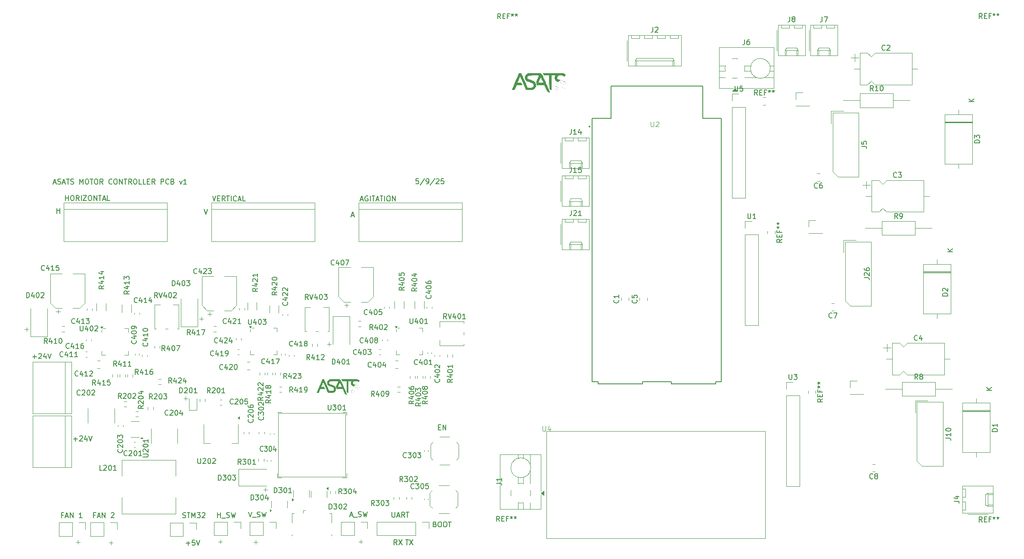
<source format=gbr>
%TF.GenerationSoftware,KiCad,Pcbnew,9.0.0*%
%TF.CreationDate,2025-05-09T16:36:09-07:00*%
%TF.ProjectId,Motor_Controller_Board_v1,4d6f746f-725f-4436-9f6e-74726f6c6c65,v1*%
%TF.SameCoordinates,Original*%
%TF.FileFunction,Legend,Top*%
%TF.FilePolarity,Positive*%
%FSLAX46Y46*%
G04 Gerber Fmt 4.6, Leading zero omitted, Abs format (unit mm)*
G04 Created by KiCad (PCBNEW 9.0.0) date 2025-05-09 16:36:09*
%MOMM*%
%LPD*%
G01*
G04 APERTURE LIST*
%ADD10C,0.200000*%
%ADD11C,0.100000*%
%ADD12C,0.150000*%
%ADD13C,0.120000*%
%ADD14C,0.000000*%
%ADD15C,0.127000*%
G04 APERTURE END LIST*
D10*
X83676816Y-74337219D02*
X84010149Y-75337219D01*
X84010149Y-75337219D02*
X84343482Y-74337219D01*
X84676816Y-74813409D02*
X85010149Y-74813409D01*
X85153006Y-75337219D02*
X84676816Y-75337219D01*
X84676816Y-75337219D02*
X84676816Y-74337219D01*
X84676816Y-74337219D02*
X85153006Y-74337219D01*
X86153006Y-75337219D02*
X85819673Y-74861028D01*
X85581578Y-75337219D02*
X85581578Y-74337219D01*
X85581578Y-74337219D02*
X85962530Y-74337219D01*
X85962530Y-74337219D02*
X86057768Y-74384838D01*
X86057768Y-74384838D02*
X86105387Y-74432457D01*
X86105387Y-74432457D02*
X86153006Y-74527695D01*
X86153006Y-74527695D02*
X86153006Y-74670552D01*
X86153006Y-74670552D02*
X86105387Y-74765790D01*
X86105387Y-74765790D02*
X86057768Y-74813409D01*
X86057768Y-74813409D02*
X85962530Y-74861028D01*
X85962530Y-74861028D02*
X85581578Y-74861028D01*
X86438721Y-74337219D02*
X87010149Y-74337219D01*
X86724435Y-75337219D02*
X86724435Y-74337219D01*
X87343483Y-75337219D02*
X87343483Y-74337219D01*
X88391101Y-75241980D02*
X88343482Y-75289600D01*
X88343482Y-75289600D02*
X88200625Y-75337219D01*
X88200625Y-75337219D02*
X88105387Y-75337219D01*
X88105387Y-75337219D02*
X87962530Y-75289600D01*
X87962530Y-75289600D02*
X87867292Y-75194361D01*
X87867292Y-75194361D02*
X87819673Y-75099123D01*
X87819673Y-75099123D02*
X87772054Y-74908647D01*
X87772054Y-74908647D02*
X87772054Y-74765790D01*
X87772054Y-74765790D02*
X87819673Y-74575314D01*
X87819673Y-74575314D02*
X87867292Y-74480076D01*
X87867292Y-74480076D02*
X87962530Y-74384838D01*
X87962530Y-74384838D02*
X88105387Y-74337219D01*
X88105387Y-74337219D02*
X88200625Y-74337219D01*
X88200625Y-74337219D02*
X88343482Y-74384838D01*
X88343482Y-74384838D02*
X88391101Y-74432457D01*
X88772054Y-75051504D02*
X89248244Y-75051504D01*
X88676816Y-75337219D02*
X89010149Y-74337219D01*
X89010149Y-74337219D02*
X89343482Y-75337219D01*
X90153006Y-75337219D02*
X89676816Y-75337219D01*
X89676816Y-75337219D02*
X89676816Y-74337219D01*
D11*
X92168533Y-142073884D02*
X92168533Y-142835789D01*
X91787580Y-142454836D02*
X92549485Y-142454836D01*
X63718533Y-142173884D02*
X63718533Y-142935789D01*
X63337580Y-142554836D02*
X64099485Y-142554836D01*
D10*
X90736816Y-136487219D02*
X91070149Y-137487219D01*
X91070149Y-137487219D02*
X91403482Y-136487219D01*
X91498721Y-137582457D02*
X92260625Y-137582457D01*
X92451102Y-137439600D02*
X92593959Y-137487219D01*
X92593959Y-137487219D02*
X92832054Y-137487219D01*
X92832054Y-137487219D02*
X92927292Y-137439600D01*
X92927292Y-137439600D02*
X92974911Y-137391980D01*
X92974911Y-137391980D02*
X93022530Y-137296742D01*
X93022530Y-137296742D02*
X93022530Y-137201504D01*
X93022530Y-137201504D02*
X92974911Y-137106266D01*
X92974911Y-137106266D02*
X92927292Y-137058647D01*
X92927292Y-137058647D02*
X92832054Y-137011028D01*
X92832054Y-137011028D02*
X92641578Y-136963409D01*
X92641578Y-136963409D02*
X92546340Y-136915790D01*
X92546340Y-136915790D02*
X92498721Y-136868171D01*
X92498721Y-136868171D02*
X92451102Y-136772933D01*
X92451102Y-136772933D02*
X92451102Y-136677695D01*
X92451102Y-136677695D02*
X92498721Y-136582457D01*
X92498721Y-136582457D02*
X92546340Y-136534838D01*
X92546340Y-136534838D02*
X92641578Y-136487219D01*
X92641578Y-136487219D02*
X92879673Y-136487219D01*
X92879673Y-136487219D02*
X93022530Y-136534838D01*
X93355864Y-136487219D02*
X93593959Y-137487219D01*
X93593959Y-137487219D02*
X93784435Y-136772933D01*
X93784435Y-136772933D02*
X93974911Y-137487219D01*
X93974911Y-137487219D02*
X94213007Y-136487219D01*
X82036816Y-76937219D02*
X82370149Y-77937219D01*
X82370149Y-77937219D02*
X82703482Y-76937219D01*
X77832054Y-137589600D02*
X77974911Y-137637219D01*
X77974911Y-137637219D02*
X78213006Y-137637219D01*
X78213006Y-137637219D02*
X78308244Y-137589600D01*
X78308244Y-137589600D02*
X78355863Y-137541980D01*
X78355863Y-137541980D02*
X78403482Y-137446742D01*
X78403482Y-137446742D02*
X78403482Y-137351504D01*
X78403482Y-137351504D02*
X78355863Y-137256266D01*
X78355863Y-137256266D02*
X78308244Y-137208647D01*
X78308244Y-137208647D02*
X78213006Y-137161028D01*
X78213006Y-137161028D02*
X78022530Y-137113409D01*
X78022530Y-137113409D02*
X77927292Y-137065790D01*
X77927292Y-137065790D02*
X77879673Y-137018171D01*
X77879673Y-137018171D02*
X77832054Y-136922933D01*
X77832054Y-136922933D02*
X77832054Y-136827695D01*
X77832054Y-136827695D02*
X77879673Y-136732457D01*
X77879673Y-136732457D02*
X77927292Y-136684838D01*
X77927292Y-136684838D02*
X78022530Y-136637219D01*
X78022530Y-136637219D02*
X78260625Y-136637219D01*
X78260625Y-136637219D02*
X78403482Y-136684838D01*
X78689197Y-136637219D02*
X79260625Y-136637219D01*
X78974911Y-137637219D02*
X78974911Y-136637219D01*
X79593959Y-137637219D02*
X79593959Y-136637219D01*
X79593959Y-136637219D02*
X79927292Y-137351504D01*
X79927292Y-137351504D02*
X80260625Y-136637219D01*
X80260625Y-136637219D02*
X80260625Y-137637219D01*
X80641578Y-136637219D02*
X81260625Y-136637219D01*
X81260625Y-136637219D02*
X80927292Y-137018171D01*
X80927292Y-137018171D02*
X81070149Y-137018171D01*
X81070149Y-137018171D02*
X81165387Y-137065790D01*
X81165387Y-137065790D02*
X81213006Y-137113409D01*
X81213006Y-137113409D02*
X81260625Y-137208647D01*
X81260625Y-137208647D02*
X81260625Y-137446742D01*
X81260625Y-137446742D02*
X81213006Y-137541980D01*
X81213006Y-137541980D02*
X81165387Y-137589600D01*
X81165387Y-137589600D02*
X81070149Y-137637219D01*
X81070149Y-137637219D02*
X80784435Y-137637219D01*
X80784435Y-137637219D02*
X80689197Y-137589600D01*
X80689197Y-137589600D02*
X80641578Y-137541980D01*
X81641578Y-136732457D02*
X81689197Y-136684838D01*
X81689197Y-136684838D02*
X81784435Y-136637219D01*
X81784435Y-136637219D02*
X82022530Y-136637219D01*
X82022530Y-136637219D02*
X82117768Y-136684838D01*
X82117768Y-136684838D02*
X82165387Y-136732457D01*
X82165387Y-136732457D02*
X82213006Y-136827695D01*
X82213006Y-136827695D02*
X82213006Y-136922933D01*
X82213006Y-136922933D02*
X82165387Y-137065790D01*
X82165387Y-137065790D02*
X81593959Y-137637219D01*
X81593959Y-137637219D02*
X82213006Y-137637219D01*
X124180863Y-70937219D02*
X123704673Y-70937219D01*
X123704673Y-70937219D02*
X123657054Y-71413409D01*
X123657054Y-71413409D02*
X123704673Y-71365790D01*
X123704673Y-71365790D02*
X123799911Y-71318171D01*
X123799911Y-71318171D02*
X124038006Y-71318171D01*
X124038006Y-71318171D02*
X124133244Y-71365790D01*
X124133244Y-71365790D02*
X124180863Y-71413409D01*
X124180863Y-71413409D02*
X124228482Y-71508647D01*
X124228482Y-71508647D02*
X124228482Y-71746742D01*
X124228482Y-71746742D02*
X124180863Y-71841980D01*
X124180863Y-71841980D02*
X124133244Y-71889600D01*
X124133244Y-71889600D02*
X124038006Y-71937219D01*
X124038006Y-71937219D02*
X123799911Y-71937219D01*
X123799911Y-71937219D02*
X123704673Y-71889600D01*
X123704673Y-71889600D02*
X123657054Y-71841980D01*
X125371339Y-70889600D02*
X124514197Y-72175314D01*
X125752292Y-71937219D02*
X125942768Y-71937219D01*
X125942768Y-71937219D02*
X126038006Y-71889600D01*
X126038006Y-71889600D02*
X126085625Y-71841980D01*
X126085625Y-71841980D02*
X126180863Y-71699123D01*
X126180863Y-71699123D02*
X126228482Y-71508647D01*
X126228482Y-71508647D02*
X126228482Y-71127695D01*
X126228482Y-71127695D02*
X126180863Y-71032457D01*
X126180863Y-71032457D02*
X126133244Y-70984838D01*
X126133244Y-70984838D02*
X126038006Y-70937219D01*
X126038006Y-70937219D02*
X125847530Y-70937219D01*
X125847530Y-70937219D02*
X125752292Y-70984838D01*
X125752292Y-70984838D02*
X125704673Y-71032457D01*
X125704673Y-71032457D02*
X125657054Y-71127695D01*
X125657054Y-71127695D02*
X125657054Y-71365790D01*
X125657054Y-71365790D02*
X125704673Y-71461028D01*
X125704673Y-71461028D02*
X125752292Y-71508647D01*
X125752292Y-71508647D02*
X125847530Y-71556266D01*
X125847530Y-71556266D02*
X126038006Y-71556266D01*
X126038006Y-71556266D02*
X126133244Y-71508647D01*
X126133244Y-71508647D02*
X126180863Y-71461028D01*
X126180863Y-71461028D02*
X126228482Y-71365790D01*
X127371339Y-70889600D02*
X126514197Y-72175314D01*
X127657054Y-71032457D02*
X127704673Y-70984838D01*
X127704673Y-70984838D02*
X127799911Y-70937219D01*
X127799911Y-70937219D02*
X128038006Y-70937219D01*
X128038006Y-70937219D02*
X128133244Y-70984838D01*
X128133244Y-70984838D02*
X128180863Y-71032457D01*
X128180863Y-71032457D02*
X128228482Y-71127695D01*
X128228482Y-71127695D02*
X128228482Y-71222933D01*
X128228482Y-71222933D02*
X128180863Y-71365790D01*
X128180863Y-71365790D02*
X127609435Y-71937219D01*
X127609435Y-71937219D02*
X128228482Y-71937219D01*
X129133244Y-70937219D02*
X128657054Y-70937219D01*
X128657054Y-70937219D02*
X128609435Y-71413409D01*
X128609435Y-71413409D02*
X128657054Y-71365790D01*
X128657054Y-71365790D02*
X128752292Y-71318171D01*
X128752292Y-71318171D02*
X128990387Y-71318171D01*
X128990387Y-71318171D02*
X129085625Y-71365790D01*
X129085625Y-71365790D02*
X129133244Y-71413409D01*
X129133244Y-71413409D02*
X129180863Y-71508647D01*
X129180863Y-71508647D02*
X129180863Y-71746742D01*
X129180863Y-71746742D02*
X129133244Y-71841980D01*
X129133244Y-71841980D02*
X129085625Y-71889600D01*
X129085625Y-71889600D02*
X128990387Y-71937219D01*
X128990387Y-71937219D02*
X128752292Y-71937219D01*
X128752292Y-71937219D02*
X128657054Y-71889600D01*
X128657054Y-71889600D02*
X128609435Y-71841980D01*
D11*
X47118533Y-100203884D02*
X47118533Y-100965789D01*
X46737580Y-100584836D02*
X47499485Y-100584836D01*
D10*
X127413006Y-138913409D02*
X127555863Y-138961028D01*
X127555863Y-138961028D02*
X127603482Y-139008647D01*
X127603482Y-139008647D02*
X127651101Y-139103885D01*
X127651101Y-139103885D02*
X127651101Y-139246742D01*
X127651101Y-139246742D02*
X127603482Y-139341980D01*
X127603482Y-139341980D02*
X127555863Y-139389600D01*
X127555863Y-139389600D02*
X127460625Y-139437219D01*
X127460625Y-139437219D02*
X127079673Y-139437219D01*
X127079673Y-139437219D02*
X127079673Y-138437219D01*
X127079673Y-138437219D02*
X127413006Y-138437219D01*
X127413006Y-138437219D02*
X127508244Y-138484838D01*
X127508244Y-138484838D02*
X127555863Y-138532457D01*
X127555863Y-138532457D02*
X127603482Y-138627695D01*
X127603482Y-138627695D02*
X127603482Y-138722933D01*
X127603482Y-138722933D02*
X127555863Y-138818171D01*
X127555863Y-138818171D02*
X127508244Y-138865790D01*
X127508244Y-138865790D02*
X127413006Y-138913409D01*
X127413006Y-138913409D02*
X127079673Y-138913409D01*
X128270149Y-138437219D02*
X128460625Y-138437219D01*
X128460625Y-138437219D02*
X128555863Y-138484838D01*
X128555863Y-138484838D02*
X128651101Y-138580076D01*
X128651101Y-138580076D02*
X128698720Y-138770552D01*
X128698720Y-138770552D02*
X128698720Y-139103885D01*
X128698720Y-139103885D02*
X128651101Y-139294361D01*
X128651101Y-139294361D02*
X128555863Y-139389600D01*
X128555863Y-139389600D02*
X128460625Y-139437219D01*
X128460625Y-139437219D02*
X128270149Y-139437219D01*
X128270149Y-139437219D02*
X128174911Y-139389600D01*
X128174911Y-139389600D02*
X128079673Y-139294361D01*
X128079673Y-139294361D02*
X128032054Y-139103885D01*
X128032054Y-139103885D02*
X128032054Y-138770552D01*
X128032054Y-138770552D02*
X128079673Y-138580076D01*
X128079673Y-138580076D02*
X128174911Y-138484838D01*
X128174911Y-138484838D02*
X128270149Y-138437219D01*
X129317768Y-138437219D02*
X129508244Y-138437219D01*
X129508244Y-138437219D02*
X129603482Y-138484838D01*
X129603482Y-138484838D02*
X129698720Y-138580076D01*
X129698720Y-138580076D02*
X129746339Y-138770552D01*
X129746339Y-138770552D02*
X129746339Y-139103885D01*
X129746339Y-139103885D02*
X129698720Y-139294361D01*
X129698720Y-139294361D02*
X129603482Y-139389600D01*
X129603482Y-139389600D02*
X129508244Y-139437219D01*
X129508244Y-139437219D02*
X129317768Y-139437219D01*
X129317768Y-139437219D02*
X129222530Y-139389600D01*
X129222530Y-139389600D02*
X129127292Y-139294361D01*
X129127292Y-139294361D02*
X129079673Y-139103885D01*
X129079673Y-139103885D02*
X129079673Y-138770552D01*
X129079673Y-138770552D02*
X129127292Y-138580076D01*
X129127292Y-138580076D02*
X129222530Y-138484838D01*
X129222530Y-138484838D02*
X129317768Y-138437219D01*
X130032054Y-138437219D02*
X130603482Y-138437219D01*
X130317768Y-139437219D02*
X130317768Y-138437219D01*
X78479673Y-142656266D02*
X79241578Y-142656266D01*
X78860625Y-143037219D02*
X78860625Y-142275314D01*
X80193958Y-142037219D02*
X79717768Y-142037219D01*
X79717768Y-142037219D02*
X79670149Y-142513409D01*
X79670149Y-142513409D02*
X79717768Y-142465790D01*
X79717768Y-142465790D02*
X79813006Y-142418171D01*
X79813006Y-142418171D02*
X80051101Y-142418171D01*
X80051101Y-142418171D02*
X80146339Y-142465790D01*
X80146339Y-142465790D02*
X80193958Y-142513409D01*
X80193958Y-142513409D02*
X80241577Y-142608647D01*
X80241577Y-142608647D02*
X80241577Y-142846742D01*
X80241577Y-142846742D02*
X80193958Y-142941980D01*
X80193958Y-142941980D02*
X80146339Y-142989600D01*
X80146339Y-142989600D02*
X80051101Y-143037219D01*
X80051101Y-143037219D02*
X79813006Y-143037219D01*
X79813006Y-143037219D02*
X79717768Y-142989600D01*
X79717768Y-142989600D02*
X79670149Y-142941980D01*
X80527292Y-142037219D02*
X80860625Y-143037219D01*
X80860625Y-143037219D02*
X81193958Y-142037219D01*
D11*
X81488533Y-98103884D02*
X81488533Y-98865789D01*
X81107580Y-98484836D02*
X81869485Y-98484836D01*
D10*
X112772054Y-75051504D02*
X113248244Y-75051504D01*
X112676816Y-75337219D02*
X113010149Y-74337219D01*
X113010149Y-74337219D02*
X113343482Y-75337219D01*
X114200625Y-74384838D02*
X114105387Y-74337219D01*
X114105387Y-74337219D02*
X113962530Y-74337219D01*
X113962530Y-74337219D02*
X113819673Y-74384838D01*
X113819673Y-74384838D02*
X113724435Y-74480076D01*
X113724435Y-74480076D02*
X113676816Y-74575314D01*
X113676816Y-74575314D02*
X113629197Y-74765790D01*
X113629197Y-74765790D02*
X113629197Y-74908647D01*
X113629197Y-74908647D02*
X113676816Y-75099123D01*
X113676816Y-75099123D02*
X113724435Y-75194361D01*
X113724435Y-75194361D02*
X113819673Y-75289600D01*
X113819673Y-75289600D02*
X113962530Y-75337219D01*
X113962530Y-75337219D02*
X114057768Y-75337219D01*
X114057768Y-75337219D02*
X114200625Y-75289600D01*
X114200625Y-75289600D02*
X114248244Y-75241980D01*
X114248244Y-75241980D02*
X114248244Y-74908647D01*
X114248244Y-74908647D02*
X114057768Y-74908647D01*
X114676816Y-75337219D02*
X114676816Y-74337219D01*
X115010149Y-74337219D02*
X115581577Y-74337219D01*
X115295863Y-75337219D02*
X115295863Y-74337219D01*
X115867292Y-75051504D02*
X116343482Y-75051504D01*
X115772054Y-75337219D02*
X116105387Y-74337219D01*
X116105387Y-74337219D02*
X116438720Y-75337219D01*
X116629197Y-74337219D02*
X117200625Y-74337219D01*
X116914911Y-75337219D02*
X116914911Y-74337219D01*
X117533959Y-75337219D02*
X117533959Y-74337219D01*
X118200625Y-74337219D02*
X118391101Y-74337219D01*
X118391101Y-74337219D02*
X118486339Y-74384838D01*
X118486339Y-74384838D02*
X118581577Y-74480076D01*
X118581577Y-74480076D02*
X118629196Y-74670552D01*
X118629196Y-74670552D02*
X118629196Y-75003885D01*
X118629196Y-75003885D02*
X118581577Y-75194361D01*
X118581577Y-75194361D02*
X118486339Y-75289600D01*
X118486339Y-75289600D02*
X118391101Y-75337219D01*
X118391101Y-75337219D02*
X118200625Y-75337219D01*
X118200625Y-75337219D02*
X118105387Y-75289600D01*
X118105387Y-75289600D02*
X118010149Y-75194361D01*
X118010149Y-75194361D02*
X117962530Y-75003885D01*
X117962530Y-75003885D02*
X117962530Y-74670552D01*
X117962530Y-74670552D02*
X118010149Y-74480076D01*
X118010149Y-74480076D02*
X118105387Y-74384838D01*
X118105387Y-74384838D02*
X118200625Y-74337219D01*
X119057768Y-75337219D02*
X119057768Y-74337219D01*
X119057768Y-74337219D02*
X119629196Y-75337219D01*
X119629196Y-75337219D02*
X119629196Y-74337219D01*
D11*
X57218533Y-142073884D02*
X57218533Y-142835789D01*
X56837580Y-142454836D02*
X57599485Y-142454836D01*
X112818533Y-141973884D02*
X112818533Y-142735789D01*
X112437580Y-142354836D02*
X113199485Y-142354836D01*
D10*
X121636816Y-141937219D02*
X122208244Y-141937219D01*
X121922530Y-142937219D02*
X121922530Y-141937219D01*
X122446340Y-141937219D02*
X123113006Y-142937219D01*
X123113006Y-141937219D02*
X122446340Y-142937219D01*
X119951101Y-142937219D02*
X119617768Y-142461028D01*
X119379673Y-142937219D02*
X119379673Y-141937219D01*
X119379673Y-141937219D02*
X119760625Y-141937219D01*
X119760625Y-141937219D02*
X119855863Y-141984838D01*
X119855863Y-141984838D02*
X119903482Y-142032457D01*
X119903482Y-142032457D02*
X119951101Y-142127695D01*
X119951101Y-142127695D02*
X119951101Y-142270552D01*
X119951101Y-142270552D02*
X119903482Y-142365790D01*
X119903482Y-142365790D02*
X119855863Y-142413409D01*
X119855863Y-142413409D02*
X119760625Y-142461028D01*
X119760625Y-142461028D02*
X119379673Y-142461028D01*
X120284435Y-141937219D02*
X120951101Y-142937219D01*
X120951101Y-141937219D02*
X120284435Y-142937219D01*
X52382054Y-71701504D02*
X52858244Y-71701504D01*
X52286816Y-71987219D02*
X52620149Y-70987219D01*
X52620149Y-70987219D02*
X52953482Y-71987219D01*
X53239197Y-71939600D02*
X53382054Y-71987219D01*
X53382054Y-71987219D02*
X53620149Y-71987219D01*
X53620149Y-71987219D02*
X53715387Y-71939600D01*
X53715387Y-71939600D02*
X53763006Y-71891980D01*
X53763006Y-71891980D02*
X53810625Y-71796742D01*
X53810625Y-71796742D02*
X53810625Y-71701504D01*
X53810625Y-71701504D02*
X53763006Y-71606266D01*
X53763006Y-71606266D02*
X53715387Y-71558647D01*
X53715387Y-71558647D02*
X53620149Y-71511028D01*
X53620149Y-71511028D02*
X53429673Y-71463409D01*
X53429673Y-71463409D02*
X53334435Y-71415790D01*
X53334435Y-71415790D02*
X53286816Y-71368171D01*
X53286816Y-71368171D02*
X53239197Y-71272933D01*
X53239197Y-71272933D02*
X53239197Y-71177695D01*
X53239197Y-71177695D02*
X53286816Y-71082457D01*
X53286816Y-71082457D02*
X53334435Y-71034838D01*
X53334435Y-71034838D02*
X53429673Y-70987219D01*
X53429673Y-70987219D02*
X53667768Y-70987219D01*
X53667768Y-70987219D02*
X53810625Y-71034838D01*
X54191578Y-71701504D02*
X54667768Y-71701504D01*
X54096340Y-71987219D02*
X54429673Y-70987219D01*
X54429673Y-70987219D02*
X54763006Y-71987219D01*
X54953483Y-70987219D02*
X55524911Y-70987219D01*
X55239197Y-71987219D02*
X55239197Y-70987219D01*
X55810626Y-71939600D02*
X55953483Y-71987219D01*
X55953483Y-71987219D02*
X56191578Y-71987219D01*
X56191578Y-71987219D02*
X56286816Y-71939600D01*
X56286816Y-71939600D02*
X56334435Y-71891980D01*
X56334435Y-71891980D02*
X56382054Y-71796742D01*
X56382054Y-71796742D02*
X56382054Y-71701504D01*
X56382054Y-71701504D02*
X56334435Y-71606266D01*
X56334435Y-71606266D02*
X56286816Y-71558647D01*
X56286816Y-71558647D02*
X56191578Y-71511028D01*
X56191578Y-71511028D02*
X56001102Y-71463409D01*
X56001102Y-71463409D02*
X55905864Y-71415790D01*
X55905864Y-71415790D02*
X55858245Y-71368171D01*
X55858245Y-71368171D02*
X55810626Y-71272933D01*
X55810626Y-71272933D02*
X55810626Y-71177695D01*
X55810626Y-71177695D02*
X55858245Y-71082457D01*
X55858245Y-71082457D02*
X55905864Y-71034838D01*
X55905864Y-71034838D02*
X56001102Y-70987219D01*
X56001102Y-70987219D02*
X56239197Y-70987219D01*
X56239197Y-70987219D02*
X56382054Y-71034838D01*
X57572531Y-71987219D02*
X57572531Y-70987219D01*
X57572531Y-70987219D02*
X57905864Y-71701504D01*
X57905864Y-71701504D02*
X58239197Y-70987219D01*
X58239197Y-70987219D02*
X58239197Y-71987219D01*
X58905864Y-70987219D02*
X59096340Y-70987219D01*
X59096340Y-70987219D02*
X59191578Y-71034838D01*
X59191578Y-71034838D02*
X59286816Y-71130076D01*
X59286816Y-71130076D02*
X59334435Y-71320552D01*
X59334435Y-71320552D02*
X59334435Y-71653885D01*
X59334435Y-71653885D02*
X59286816Y-71844361D01*
X59286816Y-71844361D02*
X59191578Y-71939600D01*
X59191578Y-71939600D02*
X59096340Y-71987219D01*
X59096340Y-71987219D02*
X58905864Y-71987219D01*
X58905864Y-71987219D02*
X58810626Y-71939600D01*
X58810626Y-71939600D02*
X58715388Y-71844361D01*
X58715388Y-71844361D02*
X58667769Y-71653885D01*
X58667769Y-71653885D02*
X58667769Y-71320552D01*
X58667769Y-71320552D02*
X58715388Y-71130076D01*
X58715388Y-71130076D02*
X58810626Y-71034838D01*
X58810626Y-71034838D02*
X58905864Y-70987219D01*
X59620150Y-70987219D02*
X60191578Y-70987219D01*
X59905864Y-71987219D02*
X59905864Y-70987219D01*
X60715388Y-70987219D02*
X60905864Y-70987219D01*
X60905864Y-70987219D02*
X61001102Y-71034838D01*
X61001102Y-71034838D02*
X61096340Y-71130076D01*
X61096340Y-71130076D02*
X61143959Y-71320552D01*
X61143959Y-71320552D02*
X61143959Y-71653885D01*
X61143959Y-71653885D02*
X61096340Y-71844361D01*
X61096340Y-71844361D02*
X61001102Y-71939600D01*
X61001102Y-71939600D02*
X60905864Y-71987219D01*
X60905864Y-71987219D02*
X60715388Y-71987219D01*
X60715388Y-71987219D02*
X60620150Y-71939600D01*
X60620150Y-71939600D02*
X60524912Y-71844361D01*
X60524912Y-71844361D02*
X60477293Y-71653885D01*
X60477293Y-71653885D02*
X60477293Y-71320552D01*
X60477293Y-71320552D02*
X60524912Y-71130076D01*
X60524912Y-71130076D02*
X60620150Y-71034838D01*
X60620150Y-71034838D02*
X60715388Y-70987219D01*
X62143959Y-71987219D02*
X61810626Y-71511028D01*
X61572531Y-71987219D02*
X61572531Y-70987219D01*
X61572531Y-70987219D02*
X61953483Y-70987219D01*
X61953483Y-70987219D02*
X62048721Y-71034838D01*
X62048721Y-71034838D02*
X62096340Y-71082457D01*
X62096340Y-71082457D02*
X62143959Y-71177695D01*
X62143959Y-71177695D02*
X62143959Y-71320552D01*
X62143959Y-71320552D02*
X62096340Y-71415790D01*
X62096340Y-71415790D02*
X62048721Y-71463409D01*
X62048721Y-71463409D02*
X61953483Y-71511028D01*
X61953483Y-71511028D02*
X61572531Y-71511028D01*
X63905864Y-71891980D02*
X63858245Y-71939600D01*
X63858245Y-71939600D02*
X63715388Y-71987219D01*
X63715388Y-71987219D02*
X63620150Y-71987219D01*
X63620150Y-71987219D02*
X63477293Y-71939600D01*
X63477293Y-71939600D02*
X63382055Y-71844361D01*
X63382055Y-71844361D02*
X63334436Y-71749123D01*
X63334436Y-71749123D02*
X63286817Y-71558647D01*
X63286817Y-71558647D02*
X63286817Y-71415790D01*
X63286817Y-71415790D02*
X63334436Y-71225314D01*
X63334436Y-71225314D02*
X63382055Y-71130076D01*
X63382055Y-71130076D02*
X63477293Y-71034838D01*
X63477293Y-71034838D02*
X63620150Y-70987219D01*
X63620150Y-70987219D02*
X63715388Y-70987219D01*
X63715388Y-70987219D02*
X63858245Y-71034838D01*
X63858245Y-71034838D02*
X63905864Y-71082457D01*
X64524912Y-70987219D02*
X64715388Y-70987219D01*
X64715388Y-70987219D02*
X64810626Y-71034838D01*
X64810626Y-71034838D02*
X64905864Y-71130076D01*
X64905864Y-71130076D02*
X64953483Y-71320552D01*
X64953483Y-71320552D02*
X64953483Y-71653885D01*
X64953483Y-71653885D02*
X64905864Y-71844361D01*
X64905864Y-71844361D02*
X64810626Y-71939600D01*
X64810626Y-71939600D02*
X64715388Y-71987219D01*
X64715388Y-71987219D02*
X64524912Y-71987219D01*
X64524912Y-71987219D02*
X64429674Y-71939600D01*
X64429674Y-71939600D02*
X64334436Y-71844361D01*
X64334436Y-71844361D02*
X64286817Y-71653885D01*
X64286817Y-71653885D02*
X64286817Y-71320552D01*
X64286817Y-71320552D02*
X64334436Y-71130076D01*
X64334436Y-71130076D02*
X64429674Y-71034838D01*
X64429674Y-71034838D02*
X64524912Y-70987219D01*
X65382055Y-71987219D02*
X65382055Y-70987219D01*
X65382055Y-70987219D02*
X65953483Y-71987219D01*
X65953483Y-71987219D02*
X65953483Y-70987219D01*
X66286817Y-70987219D02*
X66858245Y-70987219D01*
X66572531Y-71987219D02*
X66572531Y-70987219D01*
X67763007Y-71987219D02*
X67429674Y-71511028D01*
X67191579Y-71987219D02*
X67191579Y-70987219D01*
X67191579Y-70987219D02*
X67572531Y-70987219D01*
X67572531Y-70987219D02*
X67667769Y-71034838D01*
X67667769Y-71034838D02*
X67715388Y-71082457D01*
X67715388Y-71082457D02*
X67763007Y-71177695D01*
X67763007Y-71177695D02*
X67763007Y-71320552D01*
X67763007Y-71320552D02*
X67715388Y-71415790D01*
X67715388Y-71415790D02*
X67667769Y-71463409D01*
X67667769Y-71463409D02*
X67572531Y-71511028D01*
X67572531Y-71511028D02*
X67191579Y-71511028D01*
X68382055Y-70987219D02*
X68572531Y-70987219D01*
X68572531Y-70987219D02*
X68667769Y-71034838D01*
X68667769Y-71034838D02*
X68763007Y-71130076D01*
X68763007Y-71130076D02*
X68810626Y-71320552D01*
X68810626Y-71320552D02*
X68810626Y-71653885D01*
X68810626Y-71653885D02*
X68763007Y-71844361D01*
X68763007Y-71844361D02*
X68667769Y-71939600D01*
X68667769Y-71939600D02*
X68572531Y-71987219D01*
X68572531Y-71987219D02*
X68382055Y-71987219D01*
X68382055Y-71987219D02*
X68286817Y-71939600D01*
X68286817Y-71939600D02*
X68191579Y-71844361D01*
X68191579Y-71844361D02*
X68143960Y-71653885D01*
X68143960Y-71653885D02*
X68143960Y-71320552D01*
X68143960Y-71320552D02*
X68191579Y-71130076D01*
X68191579Y-71130076D02*
X68286817Y-71034838D01*
X68286817Y-71034838D02*
X68382055Y-70987219D01*
X69715388Y-71987219D02*
X69239198Y-71987219D01*
X69239198Y-71987219D02*
X69239198Y-70987219D01*
X70524912Y-71987219D02*
X70048722Y-71987219D01*
X70048722Y-71987219D02*
X70048722Y-70987219D01*
X70858246Y-71463409D02*
X71191579Y-71463409D01*
X71334436Y-71987219D02*
X70858246Y-71987219D01*
X70858246Y-71987219D02*
X70858246Y-70987219D01*
X70858246Y-70987219D02*
X71334436Y-70987219D01*
X72334436Y-71987219D02*
X72001103Y-71511028D01*
X71763008Y-71987219D02*
X71763008Y-70987219D01*
X71763008Y-70987219D02*
X72143960Y-70987219D01*
X72143960Y-70987219D02*
X72239198Y-71034838D01*
X72239198Y-71034838D02*
X72286817Y-71082457D01*
X72286817Y-71082457D02*
X72334436Y-71177695D01*
X72334436Y-71177695D02*
X72334436Y-71320552D01*
X72334436Y-71320552D02*
X72286817Y-71415790D01*
X72286817Y-71415790D02*
X72239198Y-71463409D01*
X72239198Y-71463409D02*
X72143960Y-71511028D01*
X72143960Y-71511028D02*
X71763008Y-71511028D01*
X73524913Y-71987219D02*
X73524913Y-70987219D01*
X73524913Y-70987219D02*
X73905865Y-70987219D01*
X73905865Y-70987219D02*
X74001103Y-71034838D01*
X74001103Y-71034838D02*
X74048722Y-71082457D01*
X74048722Y-71082457D02*
X74096341Y-71177695D01*
X74096341Y-71177695D02*
X74096341Y-71320552D01*
X74096341Y-71320552D02*
X74048722Y-71415790D01*
X74048722Y-71415790D02*
X74001103Y-71463409D01*
X74001103Y-71463409D02*
X73905865Y-71511028D01*
X73905865Y-71511028D02*
X73524913Y-71511028D01*
X75096341Y-71891980D02*
X75048722Y-71939600D01*
X75048722Y-71939600D02*
X74905865Y-71987219D01*
X74905865Y-71987219D02*
X74810627Y-71987219D01*
X74810627Y-71987219D02*
X74667770Y-71939600D01*
X74667770Y-71939600D02*
X74572532Y-71844361D01*
X74572532Y-71844361D02*
X74524913Y-71749123D01*
X74524913Y-71749123D02*
X74477294Y-71558647D01*
X74477294Y-71558647D02*
X74477294Y-71415790D01*
X74477294Y-71415790D02*
X74524913Y-71225314D01*
X74524913Y-71225314D02*
X74572532Y-71130076D01*
X74572532Y-71130076D02*
X74667770Y-71034838D01*
X74667770Y-71034838D02*
X74810627Y-70987219D01*
X74810627Y-70987219D02*
X74905865Y-70987219D01*
X74905865Y-70987219D02*
X75048722Y-71034838D01*
X75048722Y-71034838D02*
X75096341Y-71082457D01*
X75858246Y-71463409D02*
X76001103Y-71511028D01*
X76001103Y-71511028D02*
X76048722Y-71558647D01*
X76048722Y-71558647D02*
X76096341Y-71653885D01*
X76096341Y-71653885D02*
X76096341Y-71796742D01*
X76096341Y-71796742D02*
X76048722Y-71891980D01*
X76048722Y-71891980D02*
X76001103Y-71939600D01*
X76001103Y-71939600D02*
X75905865Y-71987219D01*
X75905865Y-71987219D02*
X75524913Y-71987219D01*
X75524913Y-71987219D02*
X75524913Y-70987219D01*
X75524913Y-70987219D02*
X75858246Y-70987219D01*
X75858246Y-70987219D02*
X75953484Y-71034838D01*
X75953484Y-71034838D02*
X76001103Y-71082457D01*
X76001103Y-71082457D02*
X76048722Y-71177695D01*
X76048722Y-71177695D02*
X76048722Y-71272933D01*
X76048722Y-71272933D02*
X76001103Y-71368171D01*
X76001103Y-71368171D02*
X75953484Y-71415790D01*
X75953484Y-71415790D02*
X75858246Y-71463409D01*
X75858246Y-71463409D02*
X75524913Y-71463409D01*
X77191580Y-71320552D02*
X77429675Y-71987219D01*
X77429675Y-71987219D02*
X77667770Y-71320552D01*
X78572532Y-71987219D02*
X78001104Y-71987219D01*
X78286818Y-71987219D02*
X78286818Y-70987219D01*
X78286818Y-70987219D02*
X78191580Y-71130076D01*
X78191580Y-71130076D02*
X78096342Y-71225314D01*
X78096342Y-71225314D02*
X78001104Y-71272933D01*
X128079673Y-119813409D02*
X128413006Y-119813409D01*
X128555863Y-120337219D02*
X128079673Y-120337219D01*
X128079673Y-120337219D02*
X128079673Y-119337219D01*
X128079673Y-119337219D02*
X128555863Y-119337219D01*
X128984435Y-120337219D02*
X128984435Y-119337219D01*
X128984435Y-119337219D02*
X129555863Y-120337219D01*
X129555863Y-120337219D02*
X129555863Y-119337219D01*
D11*
X94088533Y-131703884D02*
X94088533Y-132465789D01*
X93707580Y-132084836D02*
X94469485Y-132084836D01*
D10*
X54313006Y-137113409D02*
X53979673Y-137113409D01*
X53979673Y-137637219D02*
X53979673Y-136637219D01*
X53979673Y-136637219D02*
X54455863Y-136637219D01*
X54789197Y-137351504D02*
X55265387Y-137351504D01*
X54693959Y-137637219D02*
X55027292Y-136637219D01*
X55027292Y-136637219D02*
X55360625Y-137637219D01*
X55693959Y-137637219D02*
X55693959Y-136637219D01*
X55693959Y-136637219D02*
X56265387Y-137637219D01*
X56265387Y-137637219D02*
X56265387Y-136637219D01*
X58027292Y-137637219D02*
X57455864Y-137637219D01*
X57741578Y-137637219D02*
X57741578Y-136637219D01*
X57741578Y-136637219D02*
X57646340Y-136780076D01*
X57646340Y-136780076D02*
X57551102Y-136875314D01*
X57551102Y-136875314D02*
X57455864Y-136922933D01*
X56359673Y-122146266D02*
X57121578Y-122146266D01*
X56740625Y-122527219D02*
X56740625Y-121765314D01*
X57550149Y-121622457D02*
X57597768Y-121574838D01*
X57597768Y-121574838D02*
X57693006Y-121527219D01*
X57693006Y-121527219D02*
X57931101Y-121527219D01*
X57931101Y-121527219D02*
X58026339Y-121574838D01*
X58026339Y-121574838D02*
X58073958Y-121622457D01*
X58073958Y-121622457D02*
X58121577Y-121717695D01*
X58121577Y-121717695D02*
X58121577Y-121812933D01*
X58121577Y-121812933D02*
X58073958Y-121955790D01*
X58073958Y-121955790D02*
X57502530Y-122527219D01*
X57502530Y-122527219D02*
X58121577Y-122527219D01*
X58978720Y-121860552D02*
X58978720Y-122527219D01*
X58740625Y-121479600D02*
X58502530Y-122193885D01*
X58502530Y-122193885D02*
X59121577Y-122193885D01*
X59359673Y-121527219D02*
X59693006Y-122527219D01*
X59693006Y-122527219D02*
X60026339Y-121527219D01*
D11*
X78418533Y-113773884D02*
X78418533Y-114535789D01*
X78037580Y-114154836D02*
X78799485Y-114154836D01*
X85218533Y-141973884D02*
X85218533Y-142735789D01*
X84837580Y-142354836D02*
X85599485Y-142354836D01*
D10*
X111032054Y-78151504D02*
X111508244Y-78151504D01*
X110936816Y-78437219D02*
X111270149Y-77437219D01*
X111270149Y-77437219D02*
X111603482Y-78437219D01*
D11*
X106588533Y-103103884D02*
X106588533Y-103865789D01*
X106207580Y-103484836D02*
X106969485Y-103484836D01*
D10*
X53079673Y-77737219D02*
X53079673Y-76737219D01*
X53079673Y-77213409D02*
X53651101Y-77213409D01*
X53651101Y-77737219D02*
X53651101Y-76737219D01*
X60613006Y-137113409D02*
X60279673Y-137113409D01*
X60279673Y-137637219D02*
X60279673Y-136637219D01*
X60279673Y-136637219D02*
X60755863Y-136637219D01*
X61089197Y-137351504D02*
X61565387Y-137351504D01*
X60993959Y-137637219D02*
X61327292Y-136637219D01*
X61327292Y-136637219D02*
X61660625Y-137637219D01*
X61993959Y-137637219D02*
X61993959Y-136637219D01*
X61993959Y-136637219D02*
X62565387Y-137637219D01*
X62565387Y-137637219D02*
X62565387Y-136637219D01*
X63755864Y-136732457D02*
X63803483Y-136684838D01*
X63803483Y-136684838D02*
X63898721Y-136637219D01*
X63898721Y-136637219D02*
X64136816Y-136637219D01*
X64136816Y-136637219D02*
X64232054Y-136684838D01*
X64232054Y-136684838D02*
X64279673Y-136732457D01*
X64279673Y-136732457D02*
X64327292Y-136827695D01*
X64327292Y-136827695D02*
X64327292Y-136922933D01*
X64327292Y-136922933D02*
X64279673Y-137065790D01*
X64279673Y-137065790D02*
X63708245Y-137637219D01*
X63708245Y-137637219D02*
X64327292Y-137637219D01*
X118979673Y-136537219D02*
X118979673Y-137346742D01*
X118979673Y-137346742D02*
X119027292Y-137441980D01*
X119027292Y-137441980D02*
X119074911Y-137489600D01*
X119074911Y-137489600D02*
X119170149Y-137537219D01*
X119170149Y-137537219D02*
X119360625Y-137537219D01*
X119360625Y-137537219D02*
X119455863Y-137489600D01*
X119455863Y-137489600D02*
X119503482Y-137441980D01*
X119503482Y-137441980D02*
X119551101Y-137346742D01*
X119551101Y-137346742D02*
X119551101Y-136537219D01*
X119979673Y-137251504D02*
X120455863Y-137251504D01*
X119884435Y-137537219D02*
X120217768Y-136537219D01*
X120217768Y-136537219D02*
X120551101Y-137537219D01*
X121455863Y-137537219D02*
X121122530Y-137061028D01*
X120884435Y-137537219D02*
X120884435Y-136537219D01*
X120884435Y-136537219D02*
X121265387Y-136537219D01*
X121265387Y-136537219D02*
X121360625Y-136584838D01*
X121360625Y-136584838D02*
X121408244Y-136632457D01*
X121408244Y-136632457D02*
X121455863Y-136727695D01*
X121455863Y-136727695D02*
X121455863Y-136870552D01*
X121455863Y-136870552D02*
X121408244Y-136965790D01*
X121408244Y-136965790D02*
X121360625Y-137013409D01*
X121360625Y-137013409D02*
X121265387Y-137061028D01*
X121265387Y-137061028D02*
X120884435Y-137061028D01*
X121741578Y-136537219D02*
X122313006Y-136537219D01*
X122027292Y-137537219D02*
X122027292Y-136537219D01*
X84679673Y-137587219D02*
X84679673Y-136587219D01*
X84679673Y-137063409D02*
X85251101Y-137063409D01*
X85251101Y-137587219D02*
X85251101Y-136587219D01*
X85489197Y-137682457D02*
X86251101Y-137682457D01*
X86441578Y-137539600D02*
X86584435Y-137587219D01*
X86584435Y-137587219D02*
X86822530Y-137587219D01*
X86822530Y-137587219D02*
X86917768Y-137539600D01*
X86917768Y-137539600D02*
X86965387Y-137491980D01*
X86965387Y-137491980D02*
X87013006Y-137396742D01*
X87013006Y-137396742D02*
X87013006Y-137301504D01*
X87013006Y-137301504D02*
X86965387Y-137206266D01*
X86965387Y-137206266D02*
X86917768Y-137158647D01*
X86917768Y-137158647D02*
X86822530Y-137111028D01*
X86822530Y-137111028D02*
X86632054Y-137063409D01*
X86632054Y-137063409D02*
X86536816Y-137015790D01*
X86536816Y-137015790D02*
X86489197Y-136968171D01*
X86489197Y-136968171D02*
X86441578Y-136872933D01*
X86441578Y-136872933D02*
X86441578Y-136777695D01*
X86441578Y-136777695D02*
X86489197Y-136682457D01*
X86489197Y-136682457D02*
X86536816Y-136634838D01*
X86536816Y-136634838D02*
X86632054Y-136587219D01*
X86632054Y-136587219D02*
X86870149Y-136587219D01*
X86870149Y-136587219D02*
X87013006Y-136634838D01*
X87346340Y-136587219D02*
X87584435Y-137587219D01*
X87584435Y-137587219D02*
X87774911Y-136872933D01*
X87774911Y-136872933D02*
X87965387Y-137587219D01*
X87965387Y-137587219D02*
X88203483Y-136587219D01*
X54779673Y-75237219D02*
X54779673Y-74237219D01*
X54779673Y-74713409D02*
X55351101Y-74713409D01*
X55351101Y-75237219D02*
X55351101Y-74237219D01*
X56017768Y-74237219D02*
X56208244Y-74237219D01*
X56208244Y-74237219D02*
X56303482Y-74284838D01*
X56303482Y-74284838D02*
X56398720Y-74380076D01*
X56398720Y-74380076D02*
X56446339Y-74570552D01*
X56446339Y-74570552D02*
X56446339Y-74903885D01*
X56446339Y-74903885D02*
X56398720Y-75094361D01*
X56398720Y-75094361D02*
X56303482Y-75189600D01*
X56303482Y-75189600D02*
X56208244Y-75237219D01*
X56208244Y-75237219D02*
X56017768Y-75237219D01*
X56017768Y-75237219D02*
X55922530Y-75189600D01*
X55922530Y-75189600D02*
X55827292Y-75094361D01*
X55827292Y-75094361D02*
X55779673Y-74903885D01*
X55779673Y-74903885D02*
X55779673Y-74570552D01*
X55779673Y-74570552D02*
X55827292Y-74380076D01*
X55827292Y-74380076D02*
X55922530Y-74284838D01*
X55922530Y-74284838D02*
X56017768Y-74237219D01*
X57446339Y-75237219D02*
X57113006Y-74761028D01*
X56874911Y-75237219D02*
X56874911Y-74237219D01*
X56874911Y-74237219D02*
X57255863Y-74237219D01*
X57255863Y-74237219D02*
X57351101Y-74284838D01*
X57351101Y-74284838D02*
X57398720Y-74332457D01*
X57398720Y-74332457D02*
X57446339Y-74427695D01*
X57446339Y-74427695D02*
X57446339Y-74570552D01*
X57446339Y-74570552D02*
X57398720Y-74665790D01*
X57398720Y-74665790D02*
X57351101Y-74713409D01*
X57351101Y-74713409D02*
X57255863Y-74761028D01*
X57255863Y-74761028D02*
X56874911Y-74761028D01*
X57874911Y-75237219D02*
X57874911Y-74237219D01*
X58255863Y-74237219D02*
X58922529Y-74237219D01*
X58922529Y-74237219D02*
X58255863Y-75237219D01*
X58255863Y-75237219D02*
X58922529Y-75237219D01*
X59493958Y-74237219D02*
X59684434Y-74237219D01*
X59684434Y-74237219D02*
X59779672Y-74284838D01*
X59779672Y-74284838D02*
X59874910Y-74380076D01*
X59874910Y-74380076D02*
X59922529Y-74570552D01*
X59922529Y-74570552D02*
X59922529Y-74903885D01*
X59922529Y-74903885D02*
X59874910Y-75094361D01*
X59874910Y-75094361D02*
X59779672Y-75189600D01*
X59779672Y-75189600D02*
X59684434Y-75237219D01*
X59684434Y-75237219D02*
X59493958Y-75237219D01*
X59493958Y-75237219D02*
X59398720Y-75189600D01*
X59398720Y-75189600D02*
X59303482Y-75094361D01*
X59303482Y-75094361D02*
X59255863Y-74903885D01*
X59255863Y-74903885D02*
X59255863Y-74570552D01*
X59255863Y-74570552D02*
X59303482Y-74380076D01*
X59303482Y-74380076D02*
X59398720Y-74284838D01*
X59398720Y-74284838D02*
X59493958Y-74237219D01*
X60351101Y-75237219D02*
X60351101Y-74237219D01*
X60351101Y-74237219D02*
X60922529Y-75237219D01*
X60922529Y-75237219D02*
X60922529Y-74237219D01*
X61255863Y-74237219D02*
X61827291Y-74237219D01*
X61541577Y-75237219D02*
X61541577Y-74237219D01*
X62113006Y-74951504D02*
X62589196Y-74951504D01*
X62017768Y-75237219D02*
X62351101Y-74237219D01*
X62351101Y-74237219D02*
X62684434Y-75237219D01*
X63493958Y-75237219D02*
X63017768Y-75237219D01*
X63017768Y-75237219D02*
X63017768Y-74237219D01*
X48299673Y-105956266D02*
X49061578Y-105956266D01*
X48680625Y-106337219D02*
X48680625Y-105575314D01*
X49490149Y-105432457D02*
X49537768Y-105384838D01*
X49537768Y-105384838D02*
X49633006Y-105337219D01*
X49633006Y-105337219D02*
X49871101Y-105337219D01*
X49871101Y-105337219D02*
X49966339Y-105384838D01*
X49966339Y-105384838D02*
X50013958Y-105432457D01*
X50013958Y-105432457D02*
X50061577Y-105527695D01*
X50061577Y-105527695D02*
X50061577Y-105622933D01*
X50061577Y-105622933D02*
X50013958Y-105765790D01*
X50013958Y-105765790D02*
X49442530Y-106337219D01*
X49442530Y-106337219D02*
X50061577Y-106337219D01*
X50918720Y-105670552D02*
X50918720Y-106337219D01*
X50680625Y-105289600D02*
X50442530Y-106003885D01*
X50442530Y-106003885D02*
X51061577Y-106003885D01*
X51299673Y-105337219D02*
X51633006Y-106337219D01*
X51633006Y-106337219D02*
X51966339Y-105337219D01*
X110732054Y-137151504D02*
X111208244Y-137151504D01*
X110636816Y-137437219D02*
X110970149Y-136437219D01*
X110970149Y-136437219D02*
X111303482Y-137437219D01*
X111398721Y-137532457D02*
X112160625Y-137532457D01*
X112351102Y-137389600D02*
X112493959Y-137437219D01*
X112493959Y-137437219D02*
X112732054Y-137437219D01*
X112732054Y-137437219D02*
X112827292Y-137389600D01*
X112827292Y-137389600D02*
X112874911Y-137341980D01*
X112874911Y-137341980D02*
X112922530Y-137246742D01*
X112922530Y-137246742D02*
X112922530Y-137151504D01*
X112922530Y-137151504D02*
X112874911Y-137056266D01*
X112874911Y-137056266D02*
X112827292Y-137008647D01*
X112827292Y-137008647D02*
X112732054Y-136961028D01*
X112732054Y-136961028D02*
X112541578Y-136913409D01*
X112541578Y-136913409D02*
X112446340Y-136865790D01*
X112446340Y-136865790D02*
X112398721Y-136818171D01*
X112398721Y-136818171D02*
X112351102Y-136722933D01*
X112351102Y-136722933D02*
X112351102Y-136627695D01*
X112351102Y-136627695D02*
X112398721Y-136532457D01*
X112398721Y-136532457D02*
X112446340Y-136484838D01*
X112446340Y-136484838D02*
X112541578Y-136437219D01*
X112541578Y-136437219D02*
X112779673Y-136437219D01*
X112779673Y-136437219D02*
X112922530Y-136484838D01*
X113255864Y-136437219D02*
X113493959Y-137437219D01*
X113493959Y-137437219D02*
X113684435Y-136722933D01*
X113684435Y-136722933D02*
X113874911Y-137437219D01*
X113874911Y-137437219D02*
X114113007Y-136437219D01*
D12*
X91219524Y-134124819D02*
X91219524Y-133124819D01*
X91219524Y-133124819D02*
X91457619Y-133124819D01*
X91457619Y-133124819D02*
X91600476Y-133172438D01*
X91600476Y-133172438D02*
X91695714Y-133267676D01*
X91695714Y-133267676D02*
X91743333Y-133362914D01*
X91743333Y-133362914D02*
X91790952Y-133553390D01*
X91790952Y-133553390D02*
X91790952Y-133696247D01*
X91790952Y-133696247D02*
X91743333Y-133886723D01*
X91743333Y-133886723D02*
X91695714Y-133981961D01*
X91695714Y-133981961D02*
X91600476Y-134077200D01*
X91600476Y-134077200D02*
X91457619Y-134124819D01*
X91457619Y-134124819D02*
X91219524Y-134124819D01*
X92124286Y-133124819D02*
X92743333Y-133124819D01*
X92743333Y-133124819D02*
X92410000Y-133505771D01*
X92410000Y-133505771D02*
X92552857Y-133505771D01*
X92552857Y-133505771D02*
X92648095Y-133553390D01*
X92648095Y-133553390D02*
X92695714Y-133601009D01*
X92695714Y-133601009D02*
X92743333Y-133696247D01*
X92743333Y-133696247D02*
X92743333Y-133934342D01*
X92743333Y-133934342D02*
X92695714Y-134029580D01*
X92695714Y-134029580D02*
X92648095Y-134077200D01*
X92648095Y-134077200D02*
X92552857Y-134124819D01*
X92552857Y-134124819D02*
X92267143Y-134124819D01*
X92267143Y-134124819D02*
X92171905Y-134077200D01*
X92171905Y-134077200D02*
X92124286Y-134029580D01*
X93362381Y-133124819D02*
X93457619Y-133124819D01*
X93457619Y-133124819D02*
X93552857Y-133172438D01*
X93552857Y-133172438D02*
X93600476Y-133220057D01*
X93600476Y-133220057D02*
X93648095Y-133315295D01*
X93648095Y-133315295D02*
X93695714Y-133505771D01*
X93695714Y-133505771D02*
X93695714Y-133743866D01*
X93695714Y-133743866D02*
X93648095Y-133934342D01*
X93648095Y-133934342D02*
X93600476Y-134029580D01*
X93600476Y-134029580D02*
X93552857Y-134077200D01*
X93552857Y-134077200D02*
X93457619Y-134124819D01*
X93457619Y-134124819D02*
X93362381Y-134124819D01*
X93362381Y-134124819D02*
X93267143Y-134077200D01*
X93267143Y-134077200D02*
X93219524Y-134029580D01*
X93219524Y-134029580D02*
X93171905Y-133934342D01*
X93171905Y-133934342D02*
X93124286Y-133743866D01*
X93124286Y-133743866D02*
X93124286Y-133505771D01*
X93124286Y-133505771D02*
X93171905Y-133315295D01*
X93171905Y-133315295D02*
X93219524Y-133220057D01*
X93219524Y-133220057D02*
X93267143Y-133172438D01*
X93267143Y-133172438D02*
X93362381Y-133124819D01*
X94552857Y-133458152D02*
X94552857Y-134124819D01*
X94314762Y-133077200D02*
X94076667Y-133791485D01*
X94076667Y-133791485D02*
X94695714Y-133791485D01*
X84690952Y-103129580D02*
X84643333Y-103177200D01*
X84643333Y-103177200D02*
X84500476Y-103224819D01*
X84500476Y-103224819D02*
X84405238Y-103224819D01*
X84405238Y-103224819D02*
X84262381Y-103177200D01*
X84262381Y-103177200D02*
X84167143Y-103081961D01*
X84167143Y-103081961D02*
X84119524Y-102986723D01*
X84119524Y-102986723D02*
X84071905Y-102796247D01*
X84071905Y-102796247D02*
X84071905Y-102653390D01*
X84071905Y-102653390D02*
X84119524Y-102462914D01*
X84119524Y-102462914D02*
X84167143Y-102367676D01*
X84167143Y-102367676D02*
X84262381Y-102272438D01*
X84262381Y-102272438D02*
X84405238Y-102224819D01*
X84405238Y-102224819D02*
X84500476Y-102224819D01*
X84500476Y-102224819D02*
X84643333Y-102272438D01*
X84643333Y-102272438D02*
X84690952Y-102320057D01*
X85548095Y-102558152D02*
X85548095Y-103224819D01*
X85310000Y-102177200D02*
X85071905Y-102891485D01*
X85071905Y-102891485D02*
X85690952Y-102891485D01*
X86024286Y-102320057D02*
X86071905Y-102272438D01*
X86071905Y-102272438D02*
X86167143Y-102224819D01*
X86167143Y-102224819D02*
X86405238Y-102224819D01*
X86405238Y-102224819D02*
X86500476Y-102272438D01*
X86500476Y-102272438D02*
X86548095Y-102320057D01*
X86548095Y-102320057D02*
X86595714Y-102415295D01*
X86595714Y-102415295D02*
X86595714Y-102510533D01*
X86595714Y-102510533D02*
X86548095Y-102653390D01*
X86548095Y-102653390D02*
X85976667Y-103224819D01*
X85976667Y-103224819D02*
X86595714Y-103224819D01*
X87452857Y-102558152D02*
X87452857Y-103224819D01*
X87214762Y-102177200D02*
X86976667Y-102891485D01*
X86976667Y-102891485D02*
X87595714Y-102891485D01*
X91589580Y-118269047D02*
X91637200Y-118316666D01*
X91637200Y-118316666D02*
X91684819Y-118459523D01*
X91684819Y-118459523D02*
X91684819Y-118554761D01*
X91684819Y-118554761D02*
X91637200Y-118697618D01*
X91637200Y-118697618D02*
X91541961Y-118792856D01*
X91541961Y-118792856D02*
X91446723Y-118840475D01*
X91446723Y-118840475D02*
X91256247Y-118888094D01*
X91256247Y-118888094D02*
X91113390Y-118888094D01*
X91113390Y-118888094D02*
X90922914Y-118840475D01*
X90922914Y-118840475D02*
X90827676Y-118792856D01*
X90827676Y-118792856D02*
X90732438Y-118697618D01*
X90732438Y-118697618D02*
X90684819Y-118554761D01*
X90684819Y-118554761D02*
X90684819Y-118459523D01*
X90684819Y-118459523D02*
X90732438Y-118316666D01*
X90732438Y-118316666D02*
X90780057Y-118269047D01*
X90780057Y-117888094D02*
X90732438Y-117840475D01*
X90732438Y-117840475D02*
X90684819Y-117745237D01*
X90684819Y-117745237D02*
X90684819Y-117507142D01*
X90684819Y-117507142D02*
X90732438Y-117411904D01*
X90732438Y-117411904D02*
X90780057Y-117364285D01*
X90780057Y-117364285D02*
X90875295Y-117316666D01*
X90875295Y-117316666D02*
X90970533Y-117316666D01*
X90970533Y-117316666D02*
X91113390Y-117364285D01*
X91113390Y-117364285D02*
X91684819Y-117935713D01*
X91684819Y-117935713D02*
X91684819Y-117316666D01*
X90684819Y-116697618D02*
X90684819Y-116602380D01*
X90684819Y-116602380D02*
X90732438Y-116507142D01*
X90732438Y-116507142D02*
X90780057Y-116459523D01*
X90780057Y-116459523D02*
X90875295Y-116411904D01*
X90875295Y-116411904D02*
X91065771Y-116364285D01*
X91065771Y-116364285D02*
X91303866Y-116364285D01*
X91303866Y-116364285D02*
X91494342Y-116411904D01*
X91494342Y-116411904D02*
X91589580Y-116459523D01*
X91589580Y-116459523D02*
X91637200Y-116507142D01*
X91637200Y-116507142D02*
X91684819Y-116602380D01*
X91684819Y-116602380D02*
X91684819Y-116697618D01*
X91684819Y-116697618D02*
X91637200Y-116792856D01*
X91637200Y-116792856D02*
X91589580Y-116840475D01*
X91589580Y-116840475D02*
X91494342Y-116888094D01*
X91494342Y-116888094D02*
X91303866Y-116935713D01*
X91303866Y-116935713D02*
X91065771Y-116935713D01*
X91065771Y-116935713D02*
X90875295Y-116888094D01*
X90875295Y-116888094D02*
X90780057Y-116840475D01*
X90780057Y-116840475D02*
X90732438Y-116792856D01*
X90732438Y-116792856D02*
X90684819Y-116697618D01*
X90684819Y-115507142D02*
X90684819Y-115697618D01*
X90684819Y-115697618D02*
X90732438Y-115792856D01*
X90732438Y-115792856D02*
X90780057Y-115840475D01*
X90780057Y-115840475D02*
X90922914Y-115935713D01*
X90922914Y-115935713D02*
X91113390Y-115983332D01*
X91113390Y-115983332D02*
X91494342Y-115983332D01*
X91494342Y-115983332D02*
X91589580Y-115935713D01*
X91589580Y-115935713D02*
X91637200Y-115888094D01*
X91637200Y-115888094D02*
X91684819Y-115792856D01*
X91684819Y-115792856D02*
X91684819Y-115602380D01*
X91684819Y-115602380D02*
X91637200Y-115507142D01*
X91637200Y-115507142D02*
X91589580Y-115459523D01*
X91589580Y-115459523D02*
X91494342Y-115411904D01*
X91494342Y-115411904D02*
X91256247Y-115411904D01*
X91256247Y-115411904D02*
X91161009Y-115459523D01*
X91161009Y-115459523D02*
X91113390Y-115507142D01*
X91113390Y-115507142D02*
X91065771Y-115602380D01*
X91065771Y-115602380D02*
X91065771Y-115792856D01*
X91065771Y-115792856D02*
X91113390Y-115888094D01*
X91113390Y-115888094D02*
X91161009Y-115935713D01*
X91161009Y-115935713D02*
X91256247Y-115983332D01*
X107605952Y-87829580D02*
X107558333Y-87877200D01*
X107558333Y-87877200D02*
X107415476Y-87924819D01*
X107415476Y-87924819D02*
X107320238Y-87924819D01*
X107320238Y-87924819D02*
X107177381Y-87877200D01*
X107177381Y-87877200D02*
X107082143Y-87781961D01*
X107082143Y-87781961D02*
X107034524Y-87686723D01*
X107034524Y-87686723D02*
X106986905Y-87496247D01*
X106986905Y-87496247D02*
X106986905Y-87353390D01*
X106986905Y-87353390D02*
X107034524Y-87162914D01*
X107034524Y-87162914D02*
X107082143Y-87067676D01*
X107082143Y-87067676D02*
X107177381Y-86972438D01*
X107177381Y-86972438D02*
X107320238Y-86924819D01*
X107320238Y-86924819D02*
X107415476Y-86924819D01*
X107415476Y-86924819D02*
X107558333Y-86972438D01*
X107558333Y-86972438D02*
X107605952Y-87020057D01*
X108463095Y-87258152D02*
X108463095Y-87924819D01*
X108225000Y-86877200D02*
X107986905Y-87591485D01*
X107986905Y-87591485D02*
X108605952Y-87591485D01*
X109177381Y-86924819D02*
X109272619Y-86924819D01*
X109272619Y-86924819D02*
X109367857Y-86972438D01*
X109367857Y-86972438D02*
X109415476Y-87020057D01*
X109415476Y-87020057D02*
X109463095Y-87115295D01*
X109463095Y-87115295D02*
X109510714Y-87305771D01*
X109510714Y-87305771D02*
X109510714Y-87543866D01*
X109510714Y-87543866D02*
X109463095Y-87734342D01*
X109463095Y-87734342D02*
X109415476Y-87829580D01*
X109415476Y-87829580D02*
X109367857Y-87877200D01*
X109367857Y-87877200D02*
X109272619Y-87924819D01*
X109272619Y-87924819D02*
X109177381Y-87924819D01*
X109177381Y-87924819D02*
X109082143Y-87877200D01*
X109082143Y-87877200D02*
X109034524Y-87829580D01*
X109034524Y-87829580D02*
X108986905Y-87734342D01*
X108986905Y-87734342D02*
X108939286Y-87543866D01*
X108939286Y-87543866D02*
X108939286Y-87305771D01*
X108939286Y-87305771D02*
X108986905Y-87115295D01*
X108986905Y-87115295D02*
X109034524Y-87020057D01*
X109034524Y-87020057D02*
X109082143Y-86972438D01*
X109082143Y-86972438D02*
X109177381Y-86924819D01*
X109844048Y-86924819D02*
X110510714Y-86924819D01*
X110510714Y-86924819D02*
X110082143Y-87924819D01*
X68639580Y-102769047D02*
X68687200Y-102816666D01*
X68687200Y-102816666D02*
X68734819Y-102959523D01*
X68734819Y-102959523D02*
X68734819Y-103054761D01*
X68734819Y-103054761D02*
X68687200Y-103197618D01*
X68687200Y-103197618D02*
X68591961Y-103292856D01*
X68591961Y-103292856D02*
X68496723Y-103340475D01*
X68496723Y-103340475D02*
X68306247Y-103388094D01*
X68306247Y-103388094D02*
X68163390Y-103388094D01*
X68163390Y-103388094D02*
X67972914Y-103340475D01*
X67972914Y-103340475D02*
X67877676Y-103292856D01*
X67877676Y-103292856D02*
X67782438Y-103197618D01*
X67782438Y-103197618D02*
X67734819Y-103054761D01*
X67734819Y-103054761D02*
X67734819Y-102959523D01*
X67734819Y-102959523D02*
X67782438Y-102816666D01*
X67782438Y-102816666D02*
X67830057Y-102769047D01*
X68068152Y-101911904D02*
X68734819Y-101911904D01*
X67687200Y-102149999D02*
X68401485Y-102388094D01*
X68401485Y-102388094D02*
X68401485Y-101769047D01*
X67734819Y-101197618D02*
X67734819Y-101102380D01*
X67734819Y-101102380D02*
X67782438Y-101007142D01*
X67782438Y-101007142D02*
X67830057Y-100959523D01*
X67830057Y-100959523D02*
X67925295Y-100911904D01*
X67925295Y-100911904D02*
X68115771Y-100864285D01*
X68115771Y-100864285D02*
X68353866Y-100864285D01*
X68353866Y-100864285D02*
X68544342Y-100911904D01*
X68544342Y-100911904D02*
X68639580Y-100959523D01*
X68639580Y-100959523D02*
X68687200Y-101007142D01*
X68687200Y-101007142D02*
X68734819Y-101102380D01*
X68734819Y-101102380D02*
X68734819Y-101197618D01*
X68734819Y-101197618D02*
X68687200Y-101292856D01*
X68687200Y-101292856D02*
X68639580Y-101340475D01*
X68639580Y-101340475D02*
X68544342Y-101388094D01*
X68544342Y-101388094D02*
X68353866Y-101435713D01*
X68353866Y-101435713D02*
X68115771Y-101435713D01*
X68115771Y-101435713D02*
X67925295Y-101388094D01*
X67925295Y-101388094D02*
X67830057Y-101340475D01*
X67830057Y-101340475D02*
X67782438Y-101292856D01*
X67782438Y-101292856D02*
X67734819Y-101197618D01*
X68734819Y-100388094D02*
X68734819Y-100197618D01*
X68734819Y-100197618D02*
X68687200Y-100102380D01*
X68687200Y-100102380D02*
X68639580Y-100054761D01*
X68639580Y-100054761D02*
X68496723Y-99959523D01*
X68496723Y-99959523D02*
X68306247Y-99911904D01*
X68306247Y-99911904D02*
X67925295Y-99911904D01*
X67925295Y-99911904D02*
X67830057Y-99959523D01*
X67830057Y-99959523D02*
X67782438Y-100007142D01*
X67782438Y-100007142D02*
X67734819Y-100102380D01*
X67734819Y-100102380D02*
X67734819Y-100292856D01*
X67734819Y-100292856D02*
X67782438Y-100388094D01*
X67782438Y-100388094D02*
X67830057Y-100435713D01*
X67830057Y-100435713D02*
X67925295Y-100483332D01*
X67925295Y-100483332D02*
X68163390Y-100483332D01*
X68163390Y-100483332D02*
X68258628Y-100435713D01*
X68258628Y-100435713D02*
X68306247Y-100388094D01*
X68306247Y-100388094D02*
X68353866Y-100292856D01*
X68353866Y-100292856D02*
X68353866Y-100102380D01*
X68353866Y-100102380D02*
X68306247Y-100007142D01*
X68306247Y-100007142D02*
X68258628Y-99959523D01*
X68258628Y-99959523D02*
X68163390Y-99911904D01*
X129712380Y-98474819D02*
X129379047Y-97998628D01*
X129140952Y-98474819D02*
X129140952Y-97474819D01*
X129140952Y-97474819D02*
X129521904Y-97474819D01*
X129521904Y-97474819D02*
X129617142Y-97522438D01*
X129617142Y-97522438D02*
X129664761Y-97570057D01*
X129664761Y-97570057D02*
X129712380Y-97665295D01*
X129712380Y-97665295D02*
X129712380Y-97808152D01*
X129712380Y-97808152D02*
X129664761Y-97903390D01*
X129664761Y-97903390D02*
X129617142Y-97951009D01*
X129617142Y-97951009D02*
X129521904Y-97998628D01*
X129521904Y-97998628D02*
X129140952Y-97998628D01*
X129998095Y-97474819D02*
X130331428Y-98474819D01*
X130331428Y-98474819D02*
X130664761Y-97474819D01*
X131426666Y-97808152D02*
X131426666Y-98474819D01*
X131188571Y-97427200D02*
X130950476Y-98141485D01*
X130950476Y-98141485D02*
X131569523Y-98141485D01*
X132140952Y-97474819D02*
X132236190Y-97474819D01*
X132236190Y-97474819D02*
X132331428Y-97522438D01*
X132331428Y-97522438D02*
X132379047Y-97570057D01*
X132379047Y-97570057D02*
X132426666Y-97665295D01*
X132426666Y-97665295D02*
X132474285Y-97855771D01*
X132474285Y-97855771D02*
X132474285Y-98093866D01*
X132474285Y-98093866D02*
X132426666Y-98284342D01*
X132426666Y-98284342D02*
X132379047Y-98379580D01*
X132379047Y-98379580D02*
X132331428Y-98427200D01*
X132331428Y-98427200D02*
X132236190Y-98474819D01*
X132236190Y-98474819D02*
X132140952Y-98474819D01*
X132140952Y-98474819D02*
X132045714Y-98427200D01*
X132045714Y-98427200D02*
X131998095Y-98379580D01*
X131998095Y-98379580D02*
X131950476Y-98284342D01*
X131950476Y-98284342D02*
X131902857Y-98093866D01*
X131902857Y-98093866D02*
X131902857Y-97855771D01*
X131902857Y-97855771D02*
X131950476Y-97665295D01*
X131950476Y-97665295D02*
X131998095Y-97570057D01*
X131998095Y-97570057D02*
X132045714Y-97522438D01*
X132045714Y-97522438D02*
X132140952Y-97474819D01*
X133426666Y-98474819D02*
X132855238Y-98474819D01*
X133140952Y-98474819D02*
X133140952Y-97474819D01*
X133140952Y-97474819D02*
X133045714Y-97617676D01*
X133045714Y-97617676D02*
X132950476Y-97712914D01*
X132950476Y-97712914D02*
X132855238Y-97760533D01*
X72862380Y-94324819D02*
X72529047Y-93848628D01*
X72290952Y-94324819D02*
X72290952Y-93324819D01*
X72290952Y-93324819D02*
X72671904Y-93324819D01*
X72671904Y-93324819D02*
X72767142Y-93372438D01*
X72767142Y-93372438D02*
X72814761Y-93420057D01*
X72814761Y-93420057D02*
X72862380Y-93515295D01*
X72862380Y-93515295D02*
X72862380Y-93658152D01*
X72862380Y-93658152D02*
X72814761Y-93753390D01*
X72814761Y-93753390D02*
X72767142Y-93801009D01*
X72767142Y-93801009D02*
X72671904Y-93848628D01*
X72671904Y-93848628D02*
X72290952Y-93848628D01*
X73148095Y-93324819D02*
X73481428Y-94324819D01*
X73481428Y-94324819D02*
X73814761Y-93324819D01*
X74576666Y-93658152D02*
X74576666Y-94324819D01*
X74338571Y-93277200D02*
X74100476Y-93991485D01*
X74100476Y-93991485D02*
X74719523Y-93991485D01*
X75290952Y-93324819D02*
X75386190Y-93324819D01*
X75386190Y-93324819D02*
X75481428Y-93372438D01*
X75481428Y-93372438D02*
X75529047Y-93420057D01*
X75529047Y-93420057D02*
X75576666Y-93515295D01*
X75576666Y-93515295D02*
X75624285Y-93705771D01*
X75624285Y-93705771D02*
X75624285Y-93943866D01*
X75624285Y-93943866D02*
X75576666Y-94134342D01*
X75576666Y-94134342D02*
X75529047Y-94229580D01*
X75529047Y-94229580D02*
X75481428Y-94277200D01*
X75481428Y-94277200D02*
X75386190Y-94324819D01*
X75386190Y-94324819D02*
X75290952Y-94324819D01*
X75290952Y-94324819D02*
X75195714Y-94277200D01*
X75195714Y-94277200D02*
X75148095Y-94229580D01*
X75148095Y-94229580D02*
X75100476Y-94134342D01*
X75100476Y-94134342D02*
X75052857Y-93943866D01*
X75052857Y-93943866D02*
X75052857Y-93705771D01*
X75052857Y-93705771D02*
X75100476Y-93515295D01*
X75100476Y-93515295D02*
X75148095Y-93420057D01*
X75148095Y-93420057D02*
X75195714Y-93372438D01*
X75195714Y-93372438D02*
X75290952Y-93324819D01*
X76005238Y-93420057D02*
X76052857Y-93372438D01*
X76052857Y-93372438D02*
X76148095Y-93324819D01*
X76148095Y-93324819D02*
X76386190Y-93324819D01*
X76386190Y-93324819D02*
X76481428Y-93372438D01*
X76481428Y-93372438D02*
X76529047Y-93420057D01*
X76529047Y-93420057D02*
X76576666Y-93515295D01*
X76576666Y-93515295D02*
X76576666Y-93610533D01*
X76576666Y-93610533D02*
X76529047Y-93753390D01*
X76529047Y-93753390D02*
X75957619Y-94324819D01*
X75957619Y-94324819D02*
X76576666Y-94324819D01*
X84819524Y-130224819D02*
X84819524Y-129224819D01*
X84819524Y-129224819D02*
X85057619Y-129224819D01*
X85057619Y-129224819D02*
X85200476Y-129272438D01*
X85200476Y-129272438D02*
X85295714Y-129367676D01*
X85295714Y-129367676D02*
X85343333Y-129462914D01*
X85343333Y-129462914D02*
X85390952Y-129653390D01*
X85390952Y-129653390D02*
X85390952Y-129796247D01*
X85390952Y-129796247D02*
X85343333Y-129986723D01*
X85343333Y-129986723D02*
X85295714Y-130081961D01*
X85295714Y-130081961D02*
X85200476Y-130177200D01*
X85200476Y-130177200D02*
X85057619Y-130224819D01*
X85057619Y-130224819D02*
X84819524Y-130224819D01*
X85724286Y-129224819D02*
X86343333Y-129224819D01*
X86343333Y-129224819D02*
X86010000Y-129605771D01*
X86010000Y-129605771D02*
X86152857Y-129605771D01*
X86152857Y-129605771D02*
X86248095Y-129653390D01*
X86248095Y-129653390D02*
X86295714Y-129701009D01*
X86295714Y-129701009D02*
X86343333Y-129796247D01*
X86343333Y-129796247D02*
X86343333Y-130034342D01*
X86343333Y-130034342D02*
X86295714Y-130129580D01*
X86295714Y-130129580D02*
X86248095Y-130177200D01*
X86248095Y-130177200D02*
X86152857Y-130224819D01*
X86152857Y-130224819D02*
X85867143Y-130224819D01*
X85867143Y-130224819D02*
X85771905Y-130177200D01*
X85771905Y-130177200D02*
X85724286Y-130129580D01*
X86962381Y-129224819D02*
X87057619Y-129224819D01*
X87057619Y-129224819D02*
X87152857Y-129272438D01*
X87152857Y-129272438D02*
X87200476Y-129320057D01*
X87200476Y-129320057D02*
X87248095Y-129415295D01*
X87248095Y-129415295D02*
X87295714Y-129605771D01*
X87295714Y-129605771D02*
X87295714Y-129843866D01*
X87295714Y-129843866D02*
X87248095Y-130034342D01*
X87248095Y-130034342D02*
X87200476Y-130129580D01*
X87200476Y-130129580D02*
X87152857Y-130177200D01*
X87152857Y-130177200D02*
X87057619Y-130224819D01*
X87057619Y-130224819D02*
X86962381Y-130224819D01*
X86962381Y-130224819D02*
X86867143Y-130177200D01*
X86867143Y-130177200D02*
X86819524Y-130129580D01*
X86819524Y-130129580D02*
X86771905Y-130034342D01*
X86771905Y-130034342D02*
X86724286Y-129843866D01*
X86724286Y-129843866D02*
X86724286Y-129605771D01*
X86724286Y-129605771D02*
X86771905Y-129415295D01*
X86771905Y-129415295D02*
X86819524Y-129320057D01*
X86819524Y-129320057D02*
X86867143Y-129272438D01*
X86867143Y-129272438D02*
X86962381Y-129224819D01*
X87629048Y-129224819D02*
X88248095Y-129224819D01*
X88248095Y-129224819D02*
X87914762Y-129605771D01*
X87914762Y-129605771D02*
X88057619Y-129605771D01*
X88057619Y-129605771D02*
X88152857Y-129653390D01*
X88152857Y-129653390D02*
X88200476Y-129701009D01*
X88200476Y-129701009D02*
X88248095Y-129796247D01*
X88248095Y-129796247D02*
X88248095Y-130034342D01*
X88248095Y-130034342D02*
X88200476Y-130129580D01*
X88200476Y-130129580D02*
X88152857Y-130177200D01*
X88152857Y-130177200D02*
X88057619Y-130224819D01*
X88057619Y-130224819D02*
X87771905Y-130224819D01*
X87771905Y-130224819D02*
X87676667Y-130177200D01*
X87676667Y-130177200D02*
X87629048Y-130129580D01*
X87740952Y-115179580D02*
X87693333Y-115227200D01*
X87693333Y-115227200D02*
X87550476Y-115274819D01*
X87550476Y-115274819D02*
X87455238Y-115274819D01*
X87455238Y-115274819D02*
X87312381Y-115227200D01*
X87312381Y-115227200D02*
X87217143Y-115131961D01*
X87217143Y-115131961D02*
X87169524Y-115036723D01*
X87169524Y-115036723D02*
X87121905Y-114846247D01*
X87121905Y-114846247D02*
X87121905Y-114703390D01*
X87121905Y-114703390D02*
X87169524Y-114512914D01*
X87169524Y-114512914D02*
X87217143Y-114417676D01*
X87217143Y-114417676D02*
X87312381Y-114322438D01*
X87312381Y-114322438D02*
X87455238Y-114274819D01*
X87455238Y-114274819D02*
X87550476Y-114274819D01*
X87550476Y-114274819D02*
X87693333Y-114322438D01*
X87693333Y-114322438D02*
X87740952Y-114370057D01*
X88121905Y-114370057D02*
X88169524Y-114322438D01*
X88169524Y-114322438D02*
X88264762Y-114274819D01*
X88264762Y-114274819D02*
X88502857Y-114274819D01*
X88502857Y-114274819D02*
X88598095Y-114322438D01*
X88598095Y-114322438D02*
X88645714Y-114370057D01*
X88645714Y-114370057D02*
X88693333Y-114465295D01*
X88693333Y-114465295D02*
X88693333Y-114560533D01*
X88693333Y-114560533D02*
X88645714Y-114703390D01*
X88645714Y-114703390D02*
X88074286Y-115274819D01*
X88074286Y-115274819D02*
X88693333Y-115274819D01*
X89312381Y-114274819D02*
X89407619Y-114274819D01*
X89407619Y-114274819D02*
X89502857Y-114322438D01*
X89502857Y-114322438D02*
X89550476Y-114370057D01*
X89550476Y-114370057D02*
X89598095Y-114465295D01*
X89598095Y-114465295D02*
X89645714Y-114655771D01*
X89645714Y-114655771D02*
X89645714Y-114893866D01*
X89645714Y-114893866D02*
X89598095Y-115084342D01*
X89598095Y-115084342D02*
X89550476Y-115179580D01*
X89550476Y-115179580D02*
X89502857Y-115227200D01*
X89502857Y-115227200D02*
X89407619Y-115274819D01*
X89407619Y-115274819D02*
X89312381Y-115274819D01*
X89312381Y-115274819D02*
X89217143Y-115227200D01*
X89217143Y-115227200D02*
X89169524Y-115179580D01*
X89169524Y-115179580D02*
X89121905Y-115084342D01*
X89121905Y-115084342D02*
X89074286Y-114893866D01*
X89074286Y-114893866D02*
X89074286Y-114655771D01*
X89074286Y-114655771D02*
X89121905Y-114465295D01*
X89121905Y-114465295D02*
X89169524Y-114370057D01*
X89169524Y-114370057D02*
X89217143Y-114322438D01*
X89217143Y-114322438D02*
X89312381Y-114274819D01*
X90550476Y-114274819D02*
X90074286Y-114274819D01*
X90074286Y-114274819D02*
X90026667Y-114751009D01*
X90026667Y-114751009D02*
X90074286Y-114703390D01*
X90074286Y-114703390D02*
X90169524Y-114655771D01*
X90169524Y-114655771D02*
X90407619Y-114655771D01*
X90407619Y-114655771D02*
X90502857Y-114703390D01*
X90502857Y-114703390D02*
X90550476Y-114751009D01*
X90550476Y-114751009D02*
X90598095Y-114846247D01*
X90598095Y-114846247D02*
X90598095Y-115084342D01*
X90598095Y-115084342D02*
X90550476Y-115179580D01*
X90550476Y-115179580D02*
X90502857Y-115227200D01*
X90502857Y-115227200D02*
X90407619Y-115274819D01*
X90407619Y-115274819D02*
X90169524Y-115274819D01*
X90169524Y-115274819D02*
X90074286Y-115227200D01*
X90074286Y-115227200D02*
X90026667Y-115179580D01*
X51190952Y-103324819D02*
X50857619Y-102848628D01*
X50619524Y-103324819D02*
X50619524Y-102324819D01*
X50619524Y-102324819D02*
X51000476Y-102324819D01*
X51000476Y-102324819D02*
X51095714Y-102372438D01*
X51095714Y-102372438D02*
X51143333Y-102420057D01*
X51143333Y-102420057D02*
X51190952Y-102515295D01*
X51190952Y-102515295D02*
X51190952Y-102658152D01*
X51190952Y-102658152D02*
X51143333Y-102753390D01*
X51143333Y-102753390D02*
X51095714Y-102801009D01*
X51095714Y-102801009D02*
X51000476Y-102848628D01*
X51000476Y-102848628D02*
X50619524Y-102848628D01*
X52048095Y-102658152D02*
X52048095Y-103324819D01*
X51810000Y-102277200D02*
X51571905Y-102991485D01*
X51571905Y-102991485D02*
X52190952Y-102991485D01*
X53095714Y-103324819D02*
X52524286Y-103324819D01*
X52810000Y-103324819D02*
X52810000Y-102324819D01*
X52810000Y-102324819D02*
X52714762Y-102467676D01*
X52714762Y-102467676D02*
X52619524Y-102562914D01*
X52619524Y-102562914D02*
X52524286Y-102610533D01*
X53714762Y-102324819D02*
X53810000Y-102324819D01*
X53810000Y-102324819D02*
X53905238Y-102372438D01*
X53905238Y-102372438D02*
X53952857Y-102420057D01*
X53952857Y-102420057D02*
X54000476Y-102515295D01*
X54000476Y-102515295D02*
X54048095Y-102705771D01*
X54048095Y-102705771D02*
X54048095Y-102943866D01*
X54048095Y-102943866D02*
X54000476Y-103134342D01*
X54000476Y-103134342D02*
X53952857Y-103229580D01*
X53952857Y-103229580D02*
X53905238Y-103277200D01*
X53905238Y-103277200D02*
X53810000Y-103324819D01*
X53810000Y-103324819D02*
X53714762Y-103324819D01*
X53714762Y-103324819D02*
X53619524Y-103277200D01*
X53619524Y-103277200D02*
X53571905Y-103229580D01*
X53571905Y-103229580D02*
X53524286Y-103134342D01*
X53524286Y-103134342D02*
X53476667Y-102943866D01*
X53476667Y-102943866D02*
X53476667Y-102705771D01*
X53476667Y-102705771D02*
X53524286Y-102515295D01*
X53524286Y-102515295D02*
X53571905Y-102420057D01*
X53571905Y-102420057D02*
X53619524Y-102372438D01*
X53619524Y-102372438D02*
X53714762Y-102324819D01*
X113290952Y-103129580D02*
X113243333Y-103177200D01*
X113243333Y-103177200D02*
X113100476Y-103224819D01*
X113100476Y-103224819D02*
X113005238Y-103224819D01*
X113005238Y-103224819D02*
X112862381Y-103177200D01*
X112862381Y-103177200D02*
X112767143Y-103081961D01*
X112767143Y-103081961D02*
X112719524Y-102986723D01*
X112719524Y-102986723D02*
X112671905Y-102796247D01*
X112671905Y-102796247D02*
X112671905Y-102653390D01*
X112671905Y-102653390D02*
X112719524Y-102462914D01*
X112719524Y-102462914D02*
X112767143Y-102367676D01*
X112767143Y-102367676D02*
X112862381Y-102272438D01*
X112862381Y-102272438D02*
X113005238Y-102224819D01*
X113005238Y-102224819D02*
X113100476Y-102224819D01*
X113100476Y-102224819D02*
X113243333Y-102272438D01*
X113243333Y-102272438D02*
X113290952Y-102320057D01*
X114148095Y-102558152D02*
X114148095Y-103224819D01*
X113910000Y-102177200D02*
X113671905Y-102891485D01*
X113671905Y-102891485D02*
X114290952Y-102891485D01*
X114862381Y-102224819D02*
X114957619Y-102224819D01*
X114957619Y-102224819D02*
X115052857Y-102272438D01*
X115052857Y-102272438D02*
X115100476Y-102320057D01*
X115100476Y-102320057D02*
X115148095Y-102415295D01*
X115148095Y-102415295D02*
X115195714Y-102605771D01*
X115195714Y-102605771D02*
X115195714Y-102843866D01*
X115195714Y-102843866D02*
X115148095Y-103034342D01*
X115148095Y-103034342D02*
X115100476Y-103129580D01*
X115100476Y-103129580D02*
X115052857Y-103177200D01*
X115052857Y-103177200D02*
X114957619Y-103224819D01*
X114957619Y-103224819D02*
X114862381Y-103224819D01*
X114862381Y-103224819D02*
X114767143Y-103177200D01*
X114767143Y-103177200D02*
X114719524Y-103129580D01*
X114719524Y-103129580D02*
X114671905Y-103034342D01*
X114671905Y-103034342D02*
X114624286Y-102843866D01*
X114624286Y-102843866D02*
X114624286Y-102605771D01*
X114624286Y-102605771D02*
X114671905Y-102415295D01*
X114671905Y-102415295D02*
X114719524Y-102320057D01*
X114719524Y-102320057D02*
X114767143Y-102272438D01*
X114767143Y-102272438D02*
X114862381Y-102224819D01*
X115767143Y-102653390D02*
X115671905Y-102605771D01*
X115671905Y-102605771D02*
X115624286Y-102558152D01*
X115624286Y-102558152D02*
X115576667Y-102462914D01*
X115576667Y-102462914D02*
X115576667Y-102415295D01*
X115576667Y-102415295D02*
X115624286Y-102320057D01*
X115624286Y-102320057D02*
X115671905Y-102272438D01*
X115671905Y-102272438D02*
X115767143Y-102224819D01*
X115767143Y-102224819D02*
X115957619Y-102224819D01*
X115957619Y-102224819D02*
X116052857Y-102272438D01*
X116052857Y-102272438D02*
X116100476Y-102320057D01*
X116100476Y-102320057D02*
X116148095Y-102415295D01*
X116148095Y-102415295D02*
X116148095Y-102462914D01*
X116148095Y-102462914D02*
X116100476Y-102558152D01*
X116100476Y-102558152D02*
X116052857Y-102605771D01*
X116052857Y-102605771D02*
X115957619Y-102653390D01*
X115957619Y-102653390D02*
X115767143Y-102653390D01*
X115767143Y-102653390D02*
X115671905Y-102701009D01*
X115671905Y-102701009D02*
X115624286Y-102748628D01*
X115624286Y-102748628D02*
X115576667Y-102843866D01*
X115576667Y-102843866D02*
X115576667Y-103034342D01*
X115576667Y-103034342D02*
X115624286Y-103129580D01*
X115624286Y-103129580D02*
X115671905Y-103177200D01*
X115671905Y-103177200D02*
X115767143Y-103224819D01*
X115767143Y-103224819D02*
X115957619Y-103224819D01*
X115957619Y-103224819D02*
X116052857Y-103177200D01*
X116052857Y-103177200D02*
X116100476Y-103129580D01*
X116100476Y-103129580D02*
X116148095Y-103034342D01*
X116148095Y-103034342D02*
X116148095Y-102843866D01*
X116148095Y-102843866D02*
X116100476Y-102748628D01*
X116100476Y-102748628D02*
X116052857Y-102701009D01*
X116052857Y-102701009D02*
X115957619Y-102653390D01*
X93960952Y-107259580D02*
X93913333Y-107307200D01*
X93913333Y-107307200D02*
X93770476Y-107354819D01*
X93770476Y-107354819D02*
X93675238Y-107354819D01*
X93675238Y-107354819D02*
X93532381Y-107307200D01*
X93532381Y-107307200D02*
X93437143Y-107211961D01*
X93437143Y-107211961D02*
X93389524Y-107116723D01*
X93389524Y-107116723D02*
X93341905Y-106926247D01*
X93341905Y-106926247D02*
X93341905Y-106783390D01*
X93341905Y-106783390D02*
X93389524Y-106592914D01*
X93389524Y-106592914D02*
X93437143Y-106497676D01*
X93437143Y-106497676D02*
X93532381Y-106402438D01*
X93532381Y-106402438D02*
X93675238Y-106354819D01*
X93675238Y-106354819D02*
X93770476Y-106354819D01*
X93770476Y-106354819D02*
X93913333Y-106402438D01*
X93913333Y-106402438D02*
X93960952Y-106450057D01*
X94818095Y-106688152D02*
X94818095Y-107354819D01*
X94580000Y-106307200D02*
X94341905Y-107021485D01*
X94341905Y-107021485D02*
X94960952Y-107021485D01*
X95865714Y-107354819D02*
X95294286Y-107354819D01*
X95580000Y-107354819D02*
X95580000Y-106354819D01*
X95580000Y-106354819D02*
X95484762Y-106497676D01*
X95484762Y-106497676D02*
X95389524Y-106592914D01*
X95389524Y-106592914D02*
X95294286Y-106640533D01*
X96199048Y-106354819D02*
X96865714Y-106354819D01*
X96865714Y-106354819D02*
X96437143Y-107354819D01*
X95789524Y-132704819D02*
X95789524Y-131704819D01*
X95789524Y-131704819D02*
X96027619Y-131704819D01*
X96027619Y-131704819D02*
X96170476Y-131752438D01*
X96170476Y-131752438D02*
X96265714Y-131847676D01*
X96265714Y-131847676D02*
X96313333Y-131942914D01*
X96313333Y-131942914D02*
X96360952Y-132133390D01*
X96360952Y-132133390D02*
X96360952Y-132276247D01*
X96360952Y-132276247D02*
X96313333Y-132466723D01*
X96313333Y-132466723D02*
X96265714Y-132561961D01*
X96265714Y-132561961D02*
X96170476Y-132657200D01*
X96170476Y-132657200D02*
X96027619Y-132704819D01*
X96027619Y-132704819D02*
X95789524Y-132704819D01*
X96694286Y-131704819D02*
X97313333Y-131704819D01*
X97313333Y-131704819D02*
X96980000Y-132085771D01*
X96980000Y-132085771D02*
X97122857Y-132085771D01*
X97122857Y-132085771D02*
X97218095Y-132133390D01*
X97218095Y-132133390D02*
X97265714Y-132181009D01*
X97265714Y-132181009D02*
X97313333Y-132276247D01*
X97313333Y-132276247D02*
X97313333Y-132514342D01*
X97313333Y-132514342D02*
X97265714Y-132609580D01*
X97265714Y-132609580D02*
X97218095Y-132657200D01*
X97218095Y-132657200D02*
X97122857Y-132704819D01*
X97122857Y-132704819D02*
X96837143Y-132704819D01*
X96837143Y-132704819D02*
X96741905Y-132657200D01*
X96741905Y-132657200D02*
X96694286Y-132609580D01*
X97932381Y-131704819D02*
X98027619Y-131704819D01*
X98027619Y-131704819D02*
X98122857Y-131752438D01*
X98122857Y-131752438D02*
X98170476Y-131800057D01*
X98170476Y-131800057D02*
X98218095Y-131895295D01*
X98218095Y-131895295D02*
X98265714Y-132085771D01*
X98265714Y-132085771D02*
X98265714Y-132323866D01*
X98265714Y-132323866D02*
X98218095Y-132514342D01*
X98218095Y-132514342D02*
X98170476Y-132609580D01*
X98170476Y-132609580D02*
X98122857Y-132657200D01*
X98122857Y-132657200D02*
X98027619Y-132704819D01*
X98027619Y-132704819D02*
X97932381Y-132704819D01*
X97932381Y-132704819D02*
X97837143Y-132657200D01*
X97837143Y-132657200D02*
X97789524Y-132609580D01*
X97789524Y-132609580D02*
X97741905Y-132514342D01*
X97741905Y-132514342D02*
X97694286Y-132323866D01*
X97694286Y-132323866D02*
X97694286Y-132085771D01*
X97694286Y-132085771D02*
X97741905Y-131895295D01*
X97741905Y-131895295D02*
X97789524Y-131800057D01*
X97789524Y-131800057D02*
X97837143Y-131752438D01*
X97837143Y-131752438D02*
X97932381Y-131704819D01*
X99218095Y-132704819D02*
X98646667Y-132704819D01*
X98932381Y-132704819D02*
X98932381Y-131704819D01*
X98932381Y-131704819D02*
X98837143Y-131847676D01*
X98837143Y-131847676D02*
X98741905Y-131942914D01*
X98741905Y-131942914D02*
X98646667Y-131990533D01*
X123284819Y-114644047D02*
X122808628Y-114977380D01*
X123284819Y-115215475D02*
X122284819Y-115215475D01*
X122284819Y-115215475D02*
X122284819Y-114834523D01*
X122284819Y-114834523D02*
X122332438Y-114739285D01*
X122332438Y-114739285D02*
X122380057Y-114691666D01*
X122380057Y-114691666D02*
X122475295Y-114644047D01*
X122475295Y-114644047D02*
X122618152Y-114644047D01*
X122618152Y-114644047D02*
X122713390Y-114691666D01*
X122713390Y-114691666D02*
X122761009Y-114739285D01*
X122761009Y-114739285D02*
X122808628Y-114834523D01*
X122808628Y-114834523D02*
X122808628Y-115215475D01*
X122618152Y-113786904D02*
X123284819Y-113786904D01*
X122237200Y-114024999D02*
X122951485Y-114263094D01*
X122951485Y-114263094D02*
X122951485Y-113644047D01*
X122284819Y-113072618D02*
X122284819Y-112977380D01*
X122284819Y-112977380D02*
X122332438Y-112882142D01*
X122332438Y-112882142D02*
X122380057Y-112834523D01*
X122380057Y-112834523D02*
X122475295Y-112786904D01*
X122475295Y-112786904D02*
X122665771Y-112739285D01*
X122665771Y-112739285D02*
X122903866Y-112739285D01*
X122903866Y-112739285D02*
X123094342Y-112786904D01*
X123094342Y-112786904D02*
X123189580Y-112834523D01*
X123189580Y-112834523D02*
X123237200Y-112882142D01*
X123237200Y-112882142D02*
X123284819Y-112977380D01*
X123284819Y-112977380D02*
X123284819Y-113072618D01*
X123284819Y-113072618D02*
X123237200Y-113167856D01*
X123237200Y-113167856D02*
X123189580Y-113215475D01*
X123189580Y-113215475D02*
X123094342Y-113263094D01*
X123094342Y-113263094D02*
X122903866Y-113310713D01*
X122903866Y-113310713D02*
X122665771Y-113310713D01*
X122665771Y-113310713D02*
X122475295Y-113263094D01*
X122475295Y-113263094D02*
X122380057Y-113215475D01*
X122380057Y-113215475D02*
X122332438Y-113167856D01*
X122332438Y-113167856D02*
X122284819Y-113072618D01*
X122284819Y-111882142D02*
X122284819Y-112072618D01*
X122284819Y-112072618D02*
X122332438Y-112167856D01*
X122332438Y-112167856D02*
X122380057Y-112215475D01*
X122380057Y-112215475D02*
X122522914Y-112310713D01*
X122522914Y-112310713D02*
X122713390Y-112358332D01*
X122713390Y-112358332D02*
X123094342Y-112358332D01*
X123094342Y-112358332D02*
X123189580Y-112310713D01*
X123189580Y-112310713D02*
X123237200Y-112263094D01*
X123237200Y-112263094D02*
X123284819Y-112167856D01*
X123284819Y-112167856D02*
X123284819Y-111977380D01*
X123284819Y-111977380D02*
X123237200Y-111882142D01*
X123237200Y-111882142D02*
X123189580Y-111834523D01*
X123189580Y-111834523D02*
X123094342Y-111786904D01*
X123094342Y-111786904D02*
X122856247Y-111786904D01*
X122856247Y-111786904D02*
X122761009Y-111834523D01*
X122761009Y-111834523D02*
X122713390Y-111882142D01*
X122713390Y-111882142D02*
X122665771Y-111977380D01*
X122665771Y-111977380D02*
X122665771Y-112167856D01*
X122665771Y-112167856D02*
X122713390Y-112263094D01*
X122713390Y-112263094D02*
X122761009Y-112310713D01*
X122761009Y-112310713D02*
X122856247Y-112358332D01*
X74340952Y-104774819D02*
X74007619Y-104298628D01*
X73769524Y-104774819D02*
X73769524Y-103774819D01*
X73769524Y-103774819D02*
X74150476Y-103774819D01*
X74150476Y-103774819D02*
X74245714Y-103822438D01*
X74245714Y-103822438D02*
X74293333Y-103870057D01*
X74293333Y-103870057D02*
X74340952Y-103965295D01*
X74340952Y-103965295D02*
X74340952Y-104108152D01*
X74340952Y-104108152D02*
X74293333Y-104203390D01*
X74293333Y-104203390D02*
X74245714Y-104251009D01*
X74245714Y-104251009D02*
X74150476Y-104298628D01*
X74150476Y-104298628D02*
X73769524Y-104298628D01*
X75198095Y-104108152D02*
X75198095Y-104774819D01*
X74960000Y-103727200D02*
X74721905Y-104441485D01*
X74721905Y-104441485D02*
X75340952Y-104441485D01*
X75912381Y-103774819D02*
X76007619Y-103774819D01*
X76007619Y-103774819D02*
X76102857Y-103822438D01*
X76102857Y-103822438D02*
X76150476Y-103870057D01*
X76150476Y-103870057D02*
X76198095Y-103965295D01*
X76198095Y-103965295D02*
X76245714Y-104155771D01*
X76245714Y-104155771D02*
X76245714Y-104393866D01*
X76245714Y-104393866D02*
X76198095Y-104584342D01*
X76198095Y-104584342D02*
X76150476Y-104679580D01*
X76150476Y-104679580D02*
X76102857Y-104727200D01*
X76102857Y-104727200D02*
X76007619Y-104774819D01*
X76007619Y-104774819D02*
X75912381Y-104774819D01*
X75912381Y-104774819D02*
X75817143Y-104727200D01*
X75817143Y-104727200D02*
X75769524Y-104679580D01*
X75769524Y-104679580D02*
X75721905Y-104584342D01*
X75721905Y-104584342D02*
X75674286Y-104393866D01*
X75674286Y-104393866D02*
X75674286Y-104155771D01*
X75674286Y-104155771D02*
X75721905Y-103965295D01*
X75721905Y-103965295D02*
X75769524Y-103870057D01*
X75769524Y-103870057D02*
X75817143Y-103822438D01*
X75817143Y-103822438D02*
X75912381Y-103774819D01*
X76579048Y-103774819D02*
X77245714Y-103774819D01*
X77245714Y-103774819D02*
X76817143Y-104774819D01*
X123990952Y-107429580D02*
X123943333Y-107477200D01*
X123943333Y-107477200D02*
X123800476Y-107524819D01*
X123800476Y-107524819D02*
X123705238Y-107524819D01*
X123705238Y-107524819D02*
X123562381Y-107477200D01*
X123562381Y-107477200D02*
X123467143Y-107381961D01*
X123467143Y-107381961D02*
X123419524Y-107286723D01*
X123419524Y-107286723D02*
X123371905Y-107096247D01*
X123371905Y-107096247D02*
X123371905Y-106953390D01*
X123371905Y-106953390D02*
X123419524Y-106762914D01*
X123419524Y-106762914D02*
X123467143Y-106667676D01*
X123467143Y-106667676D02*
X123562381Y-106572438D01*
X123562381Y-106572438D02*
X123705238Y-106524819D01*
X123705238Y-106524819D02*
X123800476Y-106524819D01*
X123800476Y-106524819D02*
X123943333Y-106572438D01*
X123943333Y-106572438D02*
X123990952Y-106620057D01*
X124848095Y-106858152D02*
X124848095Y-107524819D01*
X124610000Y-106477200D02*
X124371905Y-107191485D01*
X124371905Y-107191485D02*
X124990952Y-107191485D01*
X125562381Y-106524819D02*
X125657619Y-106524819D01*
X125657619Y-106524819D02*
X125752857Y-106572438D01*
X125752857Y-106572438D02*
X125800476Y-106620057D01*
X125800476Y-106620057D02*
X125848095Y-106715295D01*
X125848095Y-106715295D02*
X125895714Y-106905771D01*
X125895714Y-106905771D02*
X125895714Y-107143866D01*
X125895714Y-107143866D02*
X125848095Y-107334342D01*
X125848095Y-107334342D02*
X125800476Y-107429580D01*
X125800476Y-107429580D02*
X125752857Y-107477200D01*
X125752857Y-107477200D02*
X125657619Y-107524819D01*
X125657619Y-107524819D02*
X125562381Y-107524819D01*
X125562381Y-107524819D02*
X125467143Y-107477200D01*
X125467143Y-107477200D02*
X125419524Y-107429580D01*
X125419524Y-107429580D02*
X125371905Y-107334342D01*
X125371905Y-107334342D02*
X125324286Y-107143866D01*
X125324286Y-107143866D02*
X125324286Y-106905771D01*
X125324286Y-106905771D02*
X125371905Y-106715295D01*
X125371905Y-106715295D02*
X125419524Y-106620057D01*
X125419524Y-106620057D02*
X125467143Y-106572438D01*
X125467143Y-106572438D02*
X125562381Y-106524819D01*
X126848095Y-107524819D02*
X126276667Y-107524819D01*
X126562381Y-107524819D02*
X126562381Y-106524819D01*
X126562381Y-106524819D02*
X126467143Y-106667676D01*
X126467143Y-106667676D02*
X126371905Y-106762914D01*
X126371905Y-106762914D02*
X126276667Y-106810533D01*
X71840952Y-114274819D02*
X71507619Y-113798628D01*
X71269524Y-114274819D02*
X71269524Y-113274819D01*
X71269524Y-113274819D02*
X71650476Y-113274819D01*
X71650476Y-113274819D02*
X71745714Y-113322438D01*
X71745714Y-113322438D02*
X71793333Y-113370057D01*
X71793333Y-113370057D02*
X71840952Y-113465295D01*
X71840952Y-113465295D02*
X71840952Y-113608152D01*
X71840952Y-113608152D02*
X71793333Y-113703390D01*
X71793333Y-113703390D02*
X71745714Y-113751009D01*
X71745714Y-113751009D02*
X71650476Y-113798628D01*
X71650476Y-113798628D02*
X71269524Y-113798628D01*
X72221905Y-113370057D02*
X72269524Y-113322438D01*
X72269524Y-113322438D02*
X72364762Y-113274819D01*
X72364762Y-113274819D02*
X72602857Y-113274819D01*
X72602857Y-113274819D02*
X72698095Y-113322438D01*
X72698095Y-113322438D02*
X72745714Y-113370057D01*
X72745714Y-113370057D02*
X72793333Y-113465295D01*
X72793333Y-113465295D02*
X72793333Y-113560533D01*
X72793333Y-113560533D02*
X72745714Y-113703390D01*
X72745714Y-113703390D02*
X72174286Y-114274819D01*
X72174286Y-114274819D02*
X72793333Y-114274819D01*
X73412381Y-113274819D02*
X73507619Y-113274819D01*
X73507619Y-113274819D02*
X73602857Y-113322438D01*
X73602857Y-113322438D02*
X73650476Y-113370057D01*
X73650476Y-113370057D02*
X73698095Y-113465295D01*
X73698095Y-113465295D02*
X73745714Y-113655771D01*
X73745714Y-113655771D02*
X73745714Y-113893866D01*
X73745714Y-113893866D02*
X73698095Y-114084342D01*
X73698095Y-114084342D02*
X73650476Y-114179580D01*
X73650476Y-114179580D02*
X73602857Y-114227200D01*
X73602857Y-114227200D02*
X73507619Y-114274819D01*
X73507619Y-114274819D02*
X73412381Y-114274819D01*
X73412381Y-114274819D02*
X73317143Y-114227200D01*
X73317143Y-114227200D02*
X73269524Y-114179580D01*
X73269524Y-114179580D02*
X73221905Y-114084342D01*
X73221905Y-114084342D02*
X73174286Y-113893866D01*
X73174286Y-113893866D02*
X73174286Y-113655771D01*
X73174286Y-113655771D02*
X73221905Y-113465295D01*
X73221905Y-113465295D02*
X73269524Y-113370057D01*
X73269524Y-113370057D02*
X73317143Y-113322438D01*
X73317143Y-113322438D02*
X73412381Y-113274819D01*
X74079048Y-113274819D02*
X74698095Y-113274819D01*
X74698095Y-113274819D02*
X74364762Y-113655771D01*
X74364762Y-113655771D02*
X74507619Y-113655771D01*
X74507619Y-113655771D02*
X74602857Y-113703390D01*
X74602857Y-113703390D02*
X74650476Y-113751009D01*
X74650476Y-113751009D02*
X74698095Y-113846247D01*
X74698095Y-113846247D02*
X74698095Y-114084342D01*
X74698095Y-114084342D02*
X74650476Y-114179580D01*
X74650476Y-114179580D02*
X74602857Y-114227200D01*
X74602857Y-114227200D02*
X74507619Y-114274819D01*
X74507619Y-114274819D02*
X74221905Y-114274819D01*
X74221905Y-114274819D02*
X74126667Y-114227200D01*
X74126667Y-114227200D02*
X74079048Y-114179580D01*
X83240952Y-113074819D02*
X82907619Y-112598628D01*
X82669524Y-113074819D02*
X82669524Y-112074819D01*
X82669524Y-112074819D02*
X83050476Y-112074819D01*
X83050476Y-112074819D02*
X83145714Y-112122438D01*
X83145714Y-112122438D02*
X83193333Y-112170057D01*
X83193333Y-112170057D02*
X83240952Y-112265295D01*
X83240952Y-112265295D02*
X83240952Y-112408152D01*
X83240952Y-112408152D02*
X83193333Y-112503390D01*
X83193333Y-112503390D02*
X83145714Y-112551009D01*
X83145714Y-112551009D02*
X83050476Y-112598628D01*
X83050476Y-112598628D02*
X82669524Y-112598628D01*
X83621905Y-112170057D02*
X83669524Y-112122438D01*
X83669524Y-112122438D02*
X83764762Y-112074819D01*
X83764762Y-112074819D02*
X84002857Y-112074819D01*
X84002857Y-112074819D02*
X84098095Y-112122438D01*
X84098095Y-112122438D02*
X84145714Y-112170057D01*
X84145714Y-112170057D02*
X84193333Y-112265295D01*
X84193333Y-112265295D02*
X84193333Y-112360533D01*
X84193333Y-112360533D02*
X84145714Y-112503390D01*
X84145714Y-112503390D02*
X83574286Y-113074819D01*
X83574286Y-113074819D02*
X84193333Y-113074819D01*
X84812381Y-112074819D02*
X84907619Y-112074819D01*
X84907619Y-112074819D02*
X85002857Y-112122438D01*
X85002857Y-112122438D02*
X85050476Y-112170057D01*
X85050476Y-112170057D02*
X85098095Y-112265295D01*
X85098095Y-112265295D02*
X85145714Y-112455771D01*
X85145714Y-112455771D02*
X85145714Y-112693866D01*
X85145714Y-112693866D02*
X85098095Y-112884342D01*
X85098095Y-112884342D02*
X85050476Y-112979580D01*
X85050476Y-112979580D02*
X85002857Y-113027200D01*
X85002857Y-113027200D02*
X84907619Y-113074819D01*
X84907619Y-113074819D02*
X84812381Y-113074819D01*
X84812381Y-113074819D02*
X84717143Y-113027200D01*
X84717143Y-113027200D02*
X84669524Y-112979580D01*
X84669524Y-112979580D02*
X84621905Y-112884342D01*
X84621905Y-112884342D02*
X84574286Y-112693866D01*
X84574286Y-112693866D02*
X84574286Y-112455771D01*
X84574286Y-112455771D02*
X84621905Y-112265295D01*
X84621905Y-112265295D02*
X84669524Y-112170057D01*
X84669524Y-112170057D02*
X84717143Y-112122438D01*
X84717143Y-112122438D02*
X84812381Y-112074819D01*
X86098095Y-113074819D02*
X85526667Y-113074819D01*
X85812381Y-113074819D02*
X85812381Y-112074819D01*
X85812381Y-112074819D02*
X85717143Y-112217676D01*
X85717143Y-112217676D02*
X85621905Y-112312914D01*
X85621905Y-112312914D02*
X85526667Y-112360533D01*
X74940952Y-117379580D02*
X74893333Y-117427200D01*
X74893333Y-117427200D02*
X74750476Y-117474819D01*
X74750476Y-117474819D02*
X74655238Y-117474819D01*
X74655238Y-117474819D02*
X74512381Y-117427200D01*
X74512381Y-117427200D02*
X74417143Y-117331961D01*
X74417143Y-117331961D02*
X74369524Y-117236723D01*
X74369524Y-117236723D02*
X74321905Y-117046247D01*
X74321905Y-117046247D02*
X74321905Y-116903390D01*
X74321905Y-116903390D02*
X74369524Y-116712914D01*
X74369524Y-116712914D02*
X74417143Y-116617676D01*
X74417143Y-116617676D02*
X74512381Y-116522438D01*
X74512381Y-116522438D02*
X74655238Y-116474819D01*
X74655238Y-116474819D02*
X74750476Y-116474819D01*
X74750476Y-116474819D02*
X74893333Y-116522438D01*
X74893333Y-116522438D02*
X74940952Y-116570057D01*
X75321905Y-116570057D02*
X75369524Y-116522438D01*
X75369524Y-116522438D02*
X75464762Y-116474819D01*
X75464762Y-116474819D02*
X75702857Y-116474819D01*
X75702857Y-116474819D02*
X75798095Y-116522438D01*
X75798095Y-116522438D02*
X75845714Y-116570057D01*
X75845714Y-116570057D02*
X75893333Y-116665295D01*
X75893333Y-116665295D02*
X75893333Y-116760533D01*
X75893333Y-116760533D02*
X75845714Y-116903390D01*
X75845714Y-116903390D02*
X75274286Y-117474819D01*
X75274286Y-117474819D02*
X75893333Y-117474819D01*
X76512381Y-116474819D02*
X76607619Y-116474819D01*
X76607619Y-116474819D02*
X76702857Y-116522438D01*
X76702857Y-116522438D02*
X76750476Y-116570057D01*
X76750476Y-116570057D02*
X76798095Y-116665295D01*
X76798095Y-116665295D02*
X76845714Y-116855771D01*
X76845714Y-116855771D02*
X76845714Y-117093866D01*
X76845714Y-117093866D02*
X76798095Y-117284342D01*
X76798095Y-117284342D02*
X76750476Y-117379580D01*
X76750476Y-117379580D02*
X76702857Y-117427200D01*
X76702857Y-117427200D02*
X76607619Y-117474819D01*
X76607619Y-117474819D02*
X76512381Y-117474819D01*
X76512381Y-117474819D02*
X76417143Y-117427200D01*
X76417143Y-117427200D02*
X76369524Y-117379580D01*
X76369524Y-117379580D02*
X76321905Y-117284342D01*
X76321905Y-117284342D02*
X76274286Y-117093866D01*
X76274286Y-117093866D02*
X76274286Y-116855771D01*
X76274286Y-116855771D02*
X76321905Y-116665295D01*
X76321905Y-116665295D02*
X76369524Y-116570057D01*
X76369524Y-116570057D02*
X76417143Y-116522438D01*
X76417143Y-116522438D02*
X76512381Y-116474819D01*
X77702857Y-116808152D02*
X77702857Y-117474819D01*
X77464762Y-116427200D02*
X77226667Y-117141485D01*
X77226667Y-117141485D02*
X77845714Y-117141485D01*
X77219524Y-113074819D02*
X77219524Y-112074819D01*
X77219524Y-112074819D02*
X77457619Y-112074819D01*
X77457619Y-112074819D02*
X77600476Y-112122438D01*
X77600476Y-112122438D02*
X77695714Y-112217676D01*
X77695714Y-112217676D02*
X77743333Y-112312914D01*
X77743333Y-112312914D02*
X77790952Y-112503390D01*
X77790952Y-112503390D02*
X77790952Y-112646247D01*
X77790952Y-112646247D02*
X77743333Y-112836723D01*
X77743333Y-112836723D02*
X77695714Y-112931961D01*
X77695714Y-112931961D02*
X77600476Y-113027200D01*
X77600476Y-113027200D02*
X77457619Y-113074819D01*
X77457619Y-113074819D02*
X77219524Y-113074819D01*
X78171905Y-112170057D02*
X78219524Y-112122438D01*
X78219524Y-112122438D02*
X78314762Y-112074819D01*
X78314762Y-112074819D02*
X78552857Y-112074819D01*
X78552857Y-112074819D02*
X78648095Y-112122438D01*
X78648095Y-112122438D02*
X78695714Y-112170057D01*
X78695714Y-112170057D02*
X78743333Y-112265295D01*
X78743333Y-112265295D02*
X78743333Y-112360533D01*
X78743333Y-112360533D02*
X78695714Y-112503390D01*
X78695714Y-112503390D02*
X78124286Y-113074819D01*
X78124286Y-113074819D02*
X78743333Y-113074819D01*
X79362381Y-112074819D02*
X79457619Y-112074819D01*
X79457619Y-112074819D02*
X79552857Y-112122438D01*
X79552857Y-112122438D02*
X79600476Y-112170057D01*
X79600476Y-112170057D02*
X79648095Y-112265295D01*
X79648095Y-112265295D02*
X79695714Y-112455771D01*
X79695714Y-112455771D02*
X79695714Y-112693866D01*
X79695714Y-112693866D02*
X79648095Y-112884342D01*
X79648095Y-112884342D02*
X79600476Y-112979580D01*
X79600476Y-112979580D02*
X79552857Y-113027200D01*
X79552857Y-113027200D02*
X79457619Y-113074819D01*
X79457619Y-113074819D02*
X79362381Y-113074819D01*
X79362381Y-113074819D02*
X79267143Y-113027200D01*
X79267143Y-113027200D02*
X79219524Y-112979580D01*
X79219524Y-112979580D02*
X79171905Y-112884342D01*
X79171905Y-112884342D02*
X79124286Y-112693866D01*
X79124286Y-112693866D02*
X79124286Y-112455771D01*
X79124286Y-112455771D02*
X79171905Y-112265295D01*
X79171905Y-112265295D02*
X79219524Y-112170057D01*
X79219524Y-112170057D02*
X79267143Y-112122438D01*
X79267143Y-112122438D02*
X79362381Y-112074819D01*
X80648095Y-113074819D02*
X80076667Y-113074819D01*
X80362381Y-113074819D02*
X80362381Y-112074819D01*
X80362381Y-112074819D02*
X80267143Y-112217676D01*
X80267143Y-112217676D02*
X80171905Y-112312914D01*
X80171905Y-112312914D02*
X80076667Y-112360533D01*
X121090952Y-130524819D02*
X120757619Y-130048628D01*
X120519524Y-130524819D02*
X120519524Y-129524819D01*
X120519524Y-129524819D02*
X120900476Y-129524819D01*
X120900476Y-129524819D02*
X120995714Y-129572438D01*
X120995714Y-129572438D02*
X121043333Y-129620057D01*
X121043333Y-129620057D02*
X121090952Y-129715295D01*
X121090952Y-129715295D02*
X121090952Y-129858152D01*
X121090952Y-129858152D02*
X121043333Y-129953390D01*
X121043333Y-129953390D02*
X120995714Y-130001009D01*
X120995714Y-130001009D02*
X120900476Y-130048628D01*
X120900476Y-130048628D02*
X120519524Y-130048628D01*
X121424286Y-129524819D02*
X122043333Y-129524819D01*
X122043333Y-129524819D02*
X121710000Y-129905771D01*
X121710000Y-129905771D02*
X121852857Y-129905771D01*
X121852857Y-129905771D02*
X121948095Y-129953390D01*
X121948095Y-129953390D02*
X121995714Y-130001009D01*
X121995714Y-130001009D02*
X122043333Y-130096247D01*
X122043333Y-130096247D02*
X122043333Y-130334342D01*
X122043333Y-130334342D02*
X121995714Y-130429580D01*
X121995714Y-130429580D02*
X121948095Y-130477200D01*
X121948095Y-130477200D02*
X121852857Y-130524819D01*
X121852857Y-130524819D02*
X121567143Y-130524819D01*
X121567143Y-130524819D02*
X121471905Y-130477200D01*
X121471905Y-130477200D02*
X121424286Y-130429580D01*
X122662381Y-129524819D02*
X122757619Y-129524819D01*
X122757619Y-129524819D02*
X122852857Y-129572438D01*
X122852857Y-129572438D02*
X122900476Y-129620057D01*
X122900476Y-129620057D02*
X122948095Y-129715295D01*
X122948095Y-129715295D02*
X122995714Y-129905771D01*
X122995714Y-129905771D02*
X122995714Y-130143866D01*
X122995714Y-130143866D02*
X122948095Y-130334342D01*
X122948095Y-130334342D02*
X122900476Y-130429580D01*
X122900476Y-130429580D02*
X122852857Y-130477200D01*
X122852857Y-130477200D02*
X122757619Y-130524819D01*
X122757619Y-130524819D02*
X122662381Y-130524819D01*
X122662381Y-130524819D02*
X122567143Y-130477200D01*
X122567143Y-130477200D02*
X122519524Y-130429580D01*
X122519524Y-130429580D02*
X122471905Y-130334342D01*
X122471905Y-130334342D02*
X122424286Y-130143866D01*
X122424286Y-130143866D02*
X122424286Y-129905771D01*
X122424286Y-129905771D02*
X122471905Y-129715295D01*
X122471905Y-129715295D02*
X122519524Y-129620057D01*
X122519524Y-129620057D02*
X122567143Y-129572438D01*
X122567143Y-129572438D02*
X122662381Y-129524819D01*
X123376667Y-129620057D02*
X123424286Y-129572438D01*
X123424286Y-129572438D02*
X123519524Y-129524819D01*
X123519524Y-129524819D02*
X123757619Y-129524819D01*
X123757619Y-129524819D02*
X123852857Y-129572438D01*
X123852857Y-129572438D02*
X123900476Y-129620057D01*
X123900476Y-129620057D02*
X123948095Y-129715295D01*
X123948095Y-129715295D02*
X123948095Y-129810533D01*
X123948095Y-129810533D02*
X123900476Y-129953390D01*
X123900476Y-129953390D02*
X123329048Y-130524819D01*
X123329048Y-130524819D02*
X123948095Y-130524819D01*
X102790952Y-106524819D02*
X102457619Y-106048628D01*
X102219524Y-106524819D02*
X102219524Y-105524819D01*
X102219524Y-105524819D02*
X102600476Y-105524819D01*
X102600476Y-105524819D02*
X102695714Y-105572438D01*
X102695714Y-105572438D02*
X102743333Y-105620057D01*
X102743333Y-105620057D02*
X102790952Y-105715295D01*
X102790952Y-105715295D02*
X102790952Y-105858152D01*
X102790952Y-105858152D02*
X102743333Y-105953390D01*
X102743333Y-105953390D02*
X102695714Y-106001009D01*
X102695714Y-106001009D02*
X102600476Y-106048628D01*
X102600476Y-106048628D02*
X102219524Y-106048628D01*
X103648095Y-105858152D02*
X103648095Y-106524819D01*
X103410000Y-105477200D02*
X103171905Y-106191485D01*
X103171905Y-106191485D02*
X103790952Y-106191485D01*
X104695714Y-106524819D02*
X104124286Y-106524819D01*
X104410000Y-106524819D02*
X104410000Y-105524819D01*
X104410000Y-105524819D02*
X104314762Y-105667676D01*
X104314762Y-105667676D02*
X104219524Y-105762914D01*
X104219524Y-105762914D02*
X104124286Y-105810533D01*
X105076667Y-105620057D02*
X105124286Y-105572438D01*
X105124286Y-105572438D02*
X105219524Y-105524819D01*
X105219524Y-105524819D02*
X105457619Y-105524819D01*
X105457619Y-105524819D02*
X105552857Y-105572438D01*
X105552857Y-105572438D02*
X105600476Y-105620057D01*
X105600476Y-105620057D02*
X105648095Y-105715295D01*
X105648095Y-105715295D02*
X105648095Y-105810533D01*
X105648095Y-105810533D02*
X105600476Y-105953390D01*
X105600476Y-105953390D02*
X105029048Y-106524819D01*
X105029048Y-106524819D02*
X105648095Y-106524819D01*
X92564819Y-92489047D02*
X92088628Y-92822380D01*
X92564819Y-93060475D02*
X91564819Y-93060475D01*
X91564819Y-93060475D02*
X91564819Y-92679523D01*
X91564819Y-92679523D02*
X91612438Y-92584285D01*
X91612438Y-92584285D02*
X91660057Y-92536666D01*
X91660057Y-92536666D02*
X91755295Y-92489047D01*
X91755295Y-92489047D02*
X91898152Y-92489047D01*
X91898152Y-92489047D02*
X91993390Y-92536666D01*
X91993390Y-92536666D02*
X92041009Y-92584285D01*
X92041009Y-92584285D02*
X92088628Y-92679523D01*
X92088628Y-92679523D02*
X92088628Y-93060475D01*
X91898152Y-91631904D02*
X92564819Y-91631904D01*
X91517200Y-91869999D02*
X92231485Y-92108094D01*
X92231485Y-92108094D02*
X92231485Y-91489047D01*
X91660057Y-91155713D02*
X91612438Y-91108094D01*
X91612438Y-91108094D02*
X91564819Y-91012856D01*
X91564819Y-91012856D02*
X91564819Y-90774761D01*
X91564819Y-90774761D02*
X91612438Y-90679523D01*
X91612438Y-90679523D02*
X91660057Y-90631904D01*
X91660057Y-90631904D02*
X91755295Y-90584285D01*
X91755295Y-90584285D02*
X91850533Y-90584285D01*
X91850533Y-90584285D02*
X91993390Y-90631904D01*
X91993390Y-90631904D02*
X92564819Y-91203332D01*
X92564819Y-91203332D02*
X92564819Y-90584285D01*
X92564819Y-89631904D02*
X92564819Y-90203332D01*
X92564819Y-89917618D02*
X91564819Y-89917618D01*
X91564819Y-89917618D02*
X91707676Y-90012856D01*
X91707676Y-90012856D02*
X91802914Y-90108094D01*
X91802914Y-90108094D02*
X91850533Y-90203332D01*
X57240952Y-109679580D02*
X57193333Y-109727200D01*
X57193333Y-109727200D02*
X57050476Y-109774819D01*
X57050476Y-109774819D02*
X56955238Y-109774819D01*
X56955238Y-109774819D02*
X56812381Y-109727200D01*
X56812381Y-109727200D02*
X56717143Y-109631961D01*
X56717143Y-109631961D02*
X56669524Y-109536723D01*
X56669524Y-109536723D02*
X56621905Y-109346247D01*
X56621905Y-109346247D02*
X56621905Y-109203390D01*
X56621905Y-109203390D02*
X56669524Y-109012914D01*
X56669524Y-109012914D02*
X56717143Y-108917676D01*
X56717143Y-108917676D02*
X56812381Y-108822438D01*
X56812381Y-108822438D02*
X56955238Y-108774819D01*
X56955238Y-108774819D02*
X57050476Y-108774819D01*
X57050476Y-108774819D02*
X57193333Y-108822438D01*
X57193333Y-108822438D02*
X57240952Y-108870057D01*
X58098095Y-109108152D02*
X58098095Y-109774819D01*
X57860000Y-108727200D02*
X57621905Y-109441485D01*
X57621905Y-109441485D02*
X58240952Y-109441485D01*
X59145714Y-109774819D02*
X58574286Y-109774819D01*
X58860000Y-109774819D02*
X58860000Y-108774819D01*
X58860000Y-108774819D02*
X58764762Y-108917676D01*
X58764762Y-108917676D02*
X58669524Y-109012914D01*
X58669524Y-109012914D02*
X58574286Y-109060533D01*
X59526667Y-108870057D02*
X59574286Y-108822438D01*
X59574286Y-108822438D02*
X59669524Y-108774819D01*
X59669524Y-108774819D02*
X59907619Y-108774819D01*
X59907619Y-108774819D02*
X60002857Y-108822438D01*
X60002857Y-108822438D02*
X60050476Y-108870057D01*
X60050476Y-108870057D02*
X60098095Y-108965295D01*
X60098095Y-108965295D02*
X60098095Y-109060533D01*
X60098095Y-109060533D02*
X60050476Y-109203390D01*
X60050476Y-109203390D02*
X59479048Y-109774819D01*
X59479048Y-109774819D02*
X60098095Y-109774819D01*
X93594857Y-124459580D02*
X93552000Y-124507200D01*
X93552000Y-124507200D02*
X93423428Y-124554819D01*
X93423428Y-124554819D02*
X93337714Y-124554819D01*
X93337714Y-124554819D02*
X93209143Y-124507200D01*
X93209143Y-124507200D02*
X93123428Y-124411961D01*
X93123428Y-124411961D02*
X93080571Y-124316723D01*
X93080571Y-124316723D02*
X93037714Y-124126247D01*
X93037714Y-124126247D02*
X93037714Y-123983390D01*
X93037714Y-123983390D02*
X93080571Y-123792914D01*
X93080571Y-123792914D02*
X93123428Y-123697676D01*
X93123428Y-123697676D02*
X93209143Y-123602438D01*
X93209143Y-123602438D02*
X93337714Y-123554819D01*
X93337714Y-123554819D02*
X93423428Y-123554819D01*
X93423428Y-123554819D02*
X93552000Y-123602438D01*
X93552000Y-123602438D02*
X93594857Y-123650057D01*
X93894857Y-123554819D02*
X94452000Y-123554819D01*
X94452000Y-123554819D02*
X94152000Y-123935771D01*
X94152000Y-123935771D02*
X94280571Y-123935771D01*
X94280571Y-123935771D02*
X94366286Y-123983390D01*
X94366286Y-123983390D02*
X94409143Y-124031009D01*
X94409143Y-124031009D02*
X94452000Y-124126247D01*
X94452000Y-124126247D02*
X94452000Y-124364342D01*
X94452000Y-124364342D02*
X94409143Y-124459580D01*
X94409143Y-124459580D02*
X94366286Y-124507200D01*
X94366286Y-124507200D02*
X94280571Y-124554819D01*
X94280571Y-124554819D02*
X94023428Y-124554819D01*
X94023428Y-124554819D02*
X93937714Y-124507200D01*
X93937714Y-124507200D02*
X93894857Y-124459580D01*
X95009143Y-123554819D02*
X95094857Y-123554819D01*
X95094857Y-123554819D02*
X95180571Y-123602438D01*
X95180571Y-123602438D02*
X95223429Y-123650057D01*
X95223429Y-123650057D02*
X95266286Y-123745295D01*
X95266286Y-123745295D02*
X95309143Y-123935771D01*
X95309143Y-123935771D02*
X95309143Y-124173866D01*
X95309143Y-124173866D02*
X95266286Y-124364342D01*
X95266286Y-124364342D02*
X95223429Y-124459580D01*
X95223429Y-124459580D02*
X95180571Y-124507200D01*
X95180571Y-124507200D02*
X95094857Y-124554819D01*
X95094857Y-124554819D02*
X95009143Y-124554819D01*
X95009143Y-124554819D02*
X94923429Y-124507200D01*
X94923429Y-124507200D02*
X94880571Y-124459580D01*
X94880571Y-124459580D02*
X94837714Y-124364342D01*
X94837714Y-124364342D02*
X94794857Y-124173866D01*
X94794857Y-124173866D02*
X94794857Y-123935771D01*
X94794857Y-123935771D02*
X94837714Y-123745295D01*
X94837714Y-123745295D02*
X94880571Y-123650057D01*
X94880571Y-123650057D02*
X94923429Y-123602438D01*
X94923429Y-123602438D02*
X95009143Y-123554819D01*
X96080572Y-123888152D02*
X96080572Y-124554819D01*
X95866286Y-123507200D02*
X95652000Y-124221485D01*
X95652000Y-124221485D02*
X96209143Y-124221485D01*
X50640952Y-88879580D02*
X50593333Y-88927200D01*
X50593333Y-88927200D02*
X50450476Y-88974819D01*
X50450476Y-88974819D02*
X50355238Y-88974819D01*
X50355238Y-88974819D02*
X50212381Y-88927200D01*
X50212381Y-88927200D02*
X50117143Y-88831961D01*
X50117143Y-88831961D02*
X50069524Y-88736723D01*
X50069524Y-88736723D02*
X50021905Y-88546247D01*
X50021905Y-88546247D02*
X50021905Y-88403390D01*
X50021905Y-88403390D02*
X50069524Y-88212914D01*
X50069524Y-88212914D02*
X50117143Y-88117676D01*
X50117143Y-88117676D02*
X50212381Y-88022438D01*
X50212381Y-88022438D02*
X50355238Y-87974819D01*
X50355238Y-87974819D02*
X50450476Y-87974819D01*
X50450476Y-87974819D02*
X50593333Y-88022438D01*
X50593333Y-88022438D02*
X50640952Y-88070057D01*
X51498095Y-88308152D02*
X51498095Y-88974819D01*
X51260000Y-87927200D02*
X51021905Y-88641485D01*
X51021905Y-88641485D02*
X51640952Y-88641485D01*
X52545714Y-88974819D02*
X51974286Y-88974819D01*
X52260000Y-88974819D02*
X52260000Y-87974819D01*
X52260000Y-87974819D02*
X52164762Y-88117676D01*
X52164762Y-88117676D02*
X52069524Y-88212914D01*
X52069524Y-88212914D02*
X51974286Y-88260533D01*
X53450476Y-87974819D02*
X52974286Y-87974819D01*
X52974286Y-87974819D02*
X52926667Y-88451009D01*
X52926667Y-88451009D02*
X52974286Y-88403390D01*
X52974286Y-88403390D02*
X53069524Y-88355771D01*
X53069524Y-88355771D02*
X53307619Y-88355771D01*
X53307619Y-88355771D02*
X53402857Y-88403390D01*
X53402857Y-88403390D02*
X53450476Y-88451009D01*
X53450476Y-88451009D02*
X53498095Y-88546247D01*
X53498095Y-88546247D02*
X53498095Y-88784342D01*
X53498095Y-88784342D02*
X53450476Y-88879580D01*
X53450476Y-88879580D02*
X53402857Y-88927200D01*
X53402857Y-88927200D02*
X53307619Y-88974819D01*
X53307619Y-88974819D02*
X53069524Y-88974819D01*
X53069524Y-88974819D02*
X52974286Y-88927200D01*
X52974286Y-88927200D02*
X52926667Y-88879580D01*
X96364819Y-93189047D02*
X95888628Y-93522380D01*
X96364819Y-93760475D02*
X95364819Y-93760475D01*
X95364819Y-93760475D02*
X95364819Y-93379523D01*
X95364819Y-93379523D02*
X95412438Y-93284285D01*
X95412438Y-93284285D02*
X95460057Y-93236666D01*
X95460057Y-93236666D02*
X95555295Y-93189047D01*
X95555295Y-93189047D02*
X95698152Y-93189047D01*
X95698152Y-93189047D02*
X95793390Y-93236666D01*
X95793390Y-93236666D02*
X95841009Y-93284285D01*
X95841009Y-93284285D02*
X95888628Y-93379523D01*
X95888628Y-93379523D02*
X95888628Y-93760475D01*
X95698152Y-92331904D02*
X96364819Y-92331904D01*
X95317200Y-92569999D02*
X96031485Y-92808094D01*
X96031485Y-92808094D02*
X96031485Y-92189047D01*
X95460057Y-91855713D02*
X95412438Y-91808094D01*
X95412438Y-91808094D02*
X95364819Y-91712856D01*
X95364819Y-91712856D02*
X95364819Y-91474761D01*
X95364819Y-91474761D02*
X95412438Y-91379523D01*
X95412438Y-91379523D02*
X95460057Y-91331904D01*
X95460057Y-91331904D02*
X95555295Y-91284285D01*
X95555295Y-91284285D02*
X95650533Y-91284285D01*
X95650533Y-91284285D02*
X95793390Y-91331904D01*
X95793390Y-91331904D02*
X96364819Y-91903332D01*
X96364819Y-91903332D02*
X96364819Y-91284285D01*
X95364819Y-90665237D02*
X95364819Y-90569999D01*
X95364819Y-90569999D02*
X95412438Y-90474761D01*
X95412438Y-90474761D02*
X95460057Y-90427142D01*
X95460057Y-90427142D02*
X95555295Y-90379523D01*
X95555295Y-90379523D02*
X95745771Y-90331904D01*
X95745771Y-90331904D02*
X95983866Y-90331904D01*
X95983866Y-90331904D02*
X96174342Y-90379523D01*
X96174342Y-90379523D02*
X96269580Y-90427142D01*
X96269580Y-90427142D02*
X96317200Y-90474761D01*
X96317200Y-90474761D02*
X96364819Y-90569999D01*
X96364819Y-90569999D02*
X96364819Y-90665237D01*
X96364819Y-90665237D02*
X96317200Y-90760475D01*
X96317200Y-90760475D02*
X96269580Y-90808094D01*
X96269580Y-90808094D02*
X96174342Y-90855713D01*
X96174342Y-90855713D02*
X95983866Y-90903332D01*
X95983866Y-90903332D02*
X95745771Y-90903332D01*
X95745771Y-90903332D02*
X95555295Y-90855713D01*
X95555295Y-90855713D02*
X95460057Y-90808094D01*
X95460057Y-90808094D02*
X95412438Y-90760475D01*
X95412438Y-90760475D02*
X95364819Y-90665237D01*
X57660952Y-113429580D02*
X57613333Y-113477200D01*
X57613333Y-113477200D02*
X57470476Y-113524819D01*
X57470476Y-113524819D02*
X57375238Y-113524819D01*
X57375238Y-113524819D02*
X57232381Y-113477200D01*
X57232381Y-113477200D02*
X57137143Y-113381961D01*
X57137143Y-113381961D02*
X57089524Y-113286723D01*
X57089524Y-113286723D02*
X57041905Y-113096247D01*
X57041905Y-113096247D02*
X57041905Y-112953390D01*
X57041905Y-112953390D02*
X57089524Y-112762914D01*
X57089524Y-112762914D02*
X57137143Y-112667676D01*
X57137143Y-112667676D02*
X57232381Y-112572438D01*
X57232381Y-112572438D02*
X57375238Y-112524819D01*
X57375238Y-112524819D02*
X57470476Y-112524819D01*
X57470476Y-112524819D02*
X57613333Y-112572438D01*
X57613333Y-112572438D02*
X57660952Y-112620057D01*
X58041905Y-112620057D02*
X58089524Y-112572438D01*
X58089524Y-112572438D02*
X58184762Y-112524819D01*
X58184762Y-112524819D02*
X58422857Y-112524819D01*
X58422857Y-112524819D02*
X58518095Y-112572438D01*
X58518095Y-112572438D02*
X58565714Y-112620057D01*
X58565714Y-112620057D02*
X58613333Y-112715295D01*
X58613333Y-112715295D02*
X58613333Y-112810533D01*
X58613333Y-112810533D02*
X58565714Y-112953390D01*
X58565714Y-112953390D02*
X57994286Y-113524819D01*
X57994286Y-113524819D02*
X58613333Y-113524819D01*
X59232381Y-112524819D02*
X59327619Y-112524819D01*
X59327619Y-112524819D02*
X59422857Y-112572438D01*
X59422857Y-112572438D02*
X59470476Y-112620057D01*
X59470476Y-112620057D02*
X59518095Y-112715295D01*
X59518095Y-112715295D02*
X59565714Y-112905771D01*
X59565714Y-112905771D02*
X59565714Y-113143866D01*
X59565714Y-113143866D02*
X59518095Y-113334342D01*
X59518095Y-113334342D02*
X59470476Y-113429580D01*
X59470476Y-113429580D02*
X59422857Y-113477200D01*
X59422857Y-113477200D02*
X59327619Y-113524819D01*
X59327619Y-113524819D02*
X59232381Y-113524819D01*
X59232381Y-113524819D02*
X59137143Y-113477200D01*
X59137143Y-113477200D02*
X59089524Y-113429580D01*
X59089524Y-113429580D02*
X59041905Y-113334342D01*
X59041905Y-113334342D02*
X58994286Y-113143866D01*
X58994286Y-113143866D02*
X58994286Y-112905771D01*
X58994286Y-112905771D02*
X59041905Y-112715295D01*
X59041905Y-112715295D02*
X59089524Y-112620057D01*
X59089524Y-112620057D02*
X59137143Y-112572438D01*
X59137143Y-112572438D02*
X59232381Y-112524819D01*
X59946667Y-112620057D02*
X59994286Y-112572438D01*
X59994286Y-112572438D02*
X60089524Y-112524819D01*
X60089524Y-112524819D02*
X60327619Y-112524819D01*
X60327619Y-112524819D02*
X60422857Y-112572438D01*
X60422857Y-112572438D02*
X60470476Y-112620057D01*
X60470476Y-112620057D02*
X60518095Y-112715295D01*
X60518095Y-112715295D02*
X60518095Y-112810533D01*
X60518095Y-112810533D02*
X60470476Y-112953390D01*
X60470476Y-112953390D02*
X59899048Y-113524819D01*
X59899048Y-113524819D02*
X60518095Y-113524819D01*
X75769524Y-91974819D02*
X75769524Y-90974819D01*
X75769524Y-90974819D02*
X76007619Y-90974819D01*
X76007619Y-90974819D02*
X76150476Y-91022438D01*
X76150476Y-91022438D02*
X76245714Y-91117676D01*
X76245714Y-91117676D02*
X76293333Y-91212914D01*
X76293333Y-91212914D02*
X76340952Y-91403390D01*
X76340952Y-91403390D02*
X76340952Y-91546247D01*
X76340952Y-91546247D02*
X76293333Y-91736723D01*
X76293333Y-91736723D02*
X76245714Y-91831961D01*
X76245714Y-91831961D02*
X76150476Y-91927200D01*
X76150476Y-91927200D02*
X76007619Y-91974819D01*
X76007619Y-91974819D02*
X75769524Y-91974819D01*
X77198095Y-91308152D02*
X77198095Y-91974819D01*
X76960000Y-90927200D02*
X76721905Y-91641485D01*
X76721905Y-91641485D02*
X77340952Y-91641485D01*
X77912381Y-90974819D02*
X78007619Y-90974819D01*
X78007619Y-90974819D02*
X78102857Y-91022438D01*
X78102857Y-91022438D02*
X78150476Y-91070057D01*
X78150476Y-91070057D02*
X78198095Y-91165295D01*
X78198095Y-91165295D02*
X78245714Y-91355771D01*
X78245714Y-91355771D02*
X78245714Y-91593866D01*
X78245714Y-91593866D02*
X78198095Y-91784342D01*
X78198095Y-91784342D02*
X78150476Y-91879580D01*
X78150476Y-91879580D02*
X78102857Y-91927200D01*
X78102857Y-91927200D02*
X78007619Y-91974819D01*
X78007619Y-91974819D02*
X77912381Y-91974819D01*
X77912381Y-91974819D02*
X77817143Y-91927200D01*
X77817143Y-91927200D02*
X77769524Y-91879580D01*
X77769524Y-91879580D02*
X77721905Y-91784342D01*
X77721905Y-91784342D02*
X77674286Y-91593866D01*
X77674286Y-91593866D02*
X77674286Y-91355771D01*
X77674286Y-91355771D02*
X77721905Y-91165295D01*
X77721905Y-91165295D02*
X77769524Y-91070057D01*
X77769524Y-91070057D02*
X77817143Y-91022438D01*
X77817143Y-91022438D02*
X77912381Y-90974819D01*
X78579048Y-90974819D02*
X79198095Y-90974819D01*
X79198095Y-90974819D02*
X78864762Y-91355771D01*
X78864762Y-91355771D02*
X79007619Y-91355771D01*
X79007619Y-91355771D02*
X79102857Y-91403390D01*
X79102857Y-91403390D02*
X79150476Y-91451009D01*
X79150476Y-91451009D02*
X79198095Y-91546247D01*
X79198095Y-91546247D02*
X79198095Y-91784342D01*
X79198095Y-91784342D02*
X79150476Y-91879580D01*
X79150476Y-91879580D02*
X79102857Y-91927200D01*
X79102857Y-91927200D02*
X79007619Y-91974819D01*
X79007619Y-91974819D02*
X78721905Y-91974819D01*
X78721905Y-91974819D02*
X78626667Y-91927200D01*
X78626667Y-91927200D02*
X78579048Y-91879580D01*
X86390952Y-99329580D02*
X86343333Y-99377200D01*
X86343333Y-99377200D02*
X86200476Y-99424819D01*
X86200476Y-99424819D02*
X86105238Y-99424819D01*
X86105238Y-99424819D02*
X85962381Y-99377200D01*
X85962381Y-99377200D02*
X85867143Y-99281961D01*
X85867143Y-99281961D02*
X85819524Y-99186723D01*
X85819524Y-99186723D02*
X85771905Y-98996247D01*
X85771905Y-98996247D02*
X85771905Y-98853390D01*
X85771905Y-98853390D02*
X85819524Y-98662914D01*
X85819524Y-98662914D02*
X85867143Y-98567676D01*
X85867143Y-98567676D02*
X85962381Y-98472438D01*
X85962381Y-98472438D02*
X86105238Y-98424819D01*
X86105238Y-98424819D02*
X86200476Y-98424819D01*
X86200476Y-98424819D02*
X86343333Y-98472438D01*
X86343333Y-98472438D02*
X86390952Y-98520057D01*
X87248095Y-98758152D02*
X87248095Y-99424819D01*
X87010000Y-98377200D02*
X86771905Y-99091485D01*
X86771905Y-99091485D02*
X87390952Y-99091485D01*
X87724286Y-98520057D02*
X87771905Y-98472438D01*
X87771905Y-98472438D02*
X87867143Y-98424819D01*
X87867143Y-98424819D02*
X88105238Y-98424819D01*
X88105238Y-98424819D02*
X88200476Y-98472438D01*
X88200476Y-98472438D02*
X88248095Y-98520057D01*
X88248095Y-98520057D02*
X88295714Y-98615295D01*
X88295714Y-98615295D02*
X88295714Y-98710533D01*
X88295714Y-98710533D02*
X88248095Y-98853390D01*
X88248095Y-98853390D02*
X87676667Y-99424819D01*
X87676667Y-99424819D02*
X88295714Y-99424819D01*
X89248095Y-99424819D02*
X88676667Y-99424819D01*
X88962381Y-99424819D02*
X88962381Y-98424819D01*
X88962381Y-98424819D02*
X88867143Y-98567676D01*
X88867143Y-98567676D02*
X88771905Y-98662914D01*
X88771905Y-98662914D02*
X88676667Y-98710533D01*
X114890952Y-107929580D02*
X114843333Y-107977200D01*
X114843333Y-107977200D02*
X114700476Y-108024819D01*
X114700476Y-108024819D02*
X114605238Y-108024819D01*
X114605238Y-108024819D02*
X114462381Y-107977200D01*
X114462381Y-107977200D02*
X114367143Y-107881961D01*
X114367143Y-107881961D02*
X114319524Y-107786723D01*
X114319524Y-107786723D02*
X114271905Y-107596247D01*
X114271905Y-107596247D02*
X114271905Y-107453390D01*
X114271905Y-107453390D02*
X114319524Y-107262914D01*
X114319524Y-107262914D02*
X114367143Y-107167676D01*
X114367143Y-107167676D02*
X114462381Y-107072438D01*
X114462381Y-107072438D02*
X114605238Y-107024819D01*
X114605238Y-107024819D02*
X114700476Y-107024819D01*
X114700476Y-107024819D02*
X114843333Y-107072438D01*
X114843333Y-107072438D02*
X114890952Y-107120057D01*
X115748095Y-107358152D02*
X115748095Y-108024819D01*
X115510000Y-106977200D02*
X115271905Y-107691485D01*
X115271905Y-107691485D02*
X115890952Y-107691485D01*
X116462381Y-107024819D02*
X116557619Y-107024819D01*
X116557619Y-107024819D02*
X116652857Y-107072438D01*
X116652857Y-107072438D02*
X116700476Y-107120057D01*
X116700476Y-107120057D02*
X116748095Y-107215295D01*
X116748095Y-107215295D02*
X116795714Y-107405771D01*
X116795714Y-107405771D02*
X116795714Y-107643866D01*
X116795714Y-107643866D02*
X116748095Y-107834342D01*
X116748095Y-107834342D02*
X116700476Y-107929580D01*
X116700476Y-107929580D02*
X116652857Y-107977200D01*
X116652857Y-107977200D02*
X116557619Y-108024819D01*
X116557619Y-108024819D02*
X116462381Y-108024819D01*
X116462381Y-108024819D02*
X116367143Y-107977200D01*
X116367143Y-107977200D02*
X116319524Y-107929580D01*
X116319524Y-107929580D02*
X116271905Y-107834342D01*
X116271905Y-107834342D02*
X116224286Y-107643866D01*
X116224286Y-107643866D02*
X116224286Y-107405771D01*
X116224286Y-107405771D02*
X116271905Y-107215295D01*
X116271905Y-107215295D02*
X116319524Y-107120057D01*
X116319524Y-107120057D02*
X116367143Y-107072438D01*
X116367143Y-107072438D02*
X116462381Y-107024819D01*
X117652857Y-107358152D02*
X117652857Y-108024819D01*
X117414762Y-106977200D02*
X117176667Y-107691485D01*
X117176667Y-107691485D02*
X117795714Y-107691485D01*
X123864819Y-92439047D02*
X123388628Y-92772380D01*
X123864819Y-93010475D02*
X122864819Y-93010475D01*
X122864819Y-93010475D02*
X122864819Y-92629523D01*
X122864819Y-92629523D02*
X122912438Y-92534285D01*
X122912438Y-92534285D02*
X122960057Y-92486666D01*
X122960057Y-92486666D02*
X123055295Y-92439047D01*
X123055295Y-92439047D02*
X123198152Y-92439047D01*
X123198152Y-92439047D02*
X123293390Y-92486666D01*
X123293390Y-92486666D02*
X123341009Y-92534285D01*
X123341009Y-92534285D02*
X123388628Y-92629523D01*
X123388628Y-92629523D02*
X123388628Y-93010475D01*
X123198152Y-91581904D02*
X123864819Y-91581904D01*
X122817200Y-91819999D02*
X123531485Y-92058094D01*
X123531485Y-92058094D02*
X123531485Y-91439047D01*
X122864819Y-90867618D02*
X122864819Y-90772380D01*
X122864819Y-90772380D02*
X122912438Y-90677142D01*
X122912438Y-90677142D02*
X122960057Y-90629523D01*
X122960057Y-90629523D02*
X123055295Y-90581904D01*
X123055295Y-90581904D02*
X123245771Y-90534285D01*
X123245771Y-90534285D02*
X123483866Y-90534285D01*
X123483866Y-90534285D02*
X123674342Y-90581904D01*
X123674342Y-90581904D02*
X123769580Y-90629523D01*
X123769580Y-90629523D02*
X123817200Y-90677142D01*
X123817200Y-90677142D02*
X123864819Y-90772380D01*
X123864819Y-90772380D02*
X123864819Y-90867618D01*
X123864819Y-90867618D02*
X123817200Y-90962856D01*
X123817200Y-90962856D02*
X123769580Y-91010475D01*
X123769580Y-91010475D02*
X123674342Y-91058094D01*
X123674342Y-91058094D02*
X123483866Y-91105713D01*
X123483866Y-91105713D02*
X123245771Y-91105713D01*
X123245771Y-91105713D02*
X123055295Y-91058094D01*
X123055295Y-91058094D02*
X122960057Y-91010475D01*
X122960057Y-91010475D02*
X122912438Y-90962856D01*
X122912438Y-90962856D02*
X122864819Y-90867618D01*
X123198152Y-89677142D02*
X123864819Y-89677142D01*
X122817200Y-89915237D02*
X123531485Y-90153332D01*
X123531485Y-90153332D02*
X123531485Y-89534285D01*
X65740952Y-114174819D02*
X65407619Y-113698628D01*
X65169524Y-114174819D02*
X65169524Y-113174819D01*
X65169524Y-113174819D02*
X65550476Y-113174819D01*
X65550476Y-113174819D02*
X65645714Y-113222438D01*
X65645714Y-113222438D02*
X65693333Y-113270057D01*
X65693333Y-113270057D02*
X65740952Y-113365295D01*
X65740952Y-113365295D02*
X65740952Y-113508152D01*
X65740952Y-113508152D02*
X65693333Y-113603390D01*
X65693333Y-113603390D02*
X65645714Y-113651009D01*
X65645714Y-113651009D02*
X65550476Y-113698628D01*
X65550476Y-113698628D02*
X65169524Y-113698628D01*
X66121905Y-113270057D02*
X66169524Y-113222438D01*
X66169524Y-113222438D02*
X66264762Y-113174819D01*
X66264762Y-113174819D02*
X66502857Y-113174819D01*
X66502857Y-113174819D02*
X66598095Y-113222438D01*
X66598095Y-113222438D02*
X66645714Y-113270057D01*
X66645714Y-113270057D02*
X66693333Y-113365295D01*
X66693333Y-113365295D02*
X66693333Y-113460533D01*
X66693333Y-113460533D02*
X66645714Y-113603390D01*
X66645714Y-113603390D02*
X66074286Y-114174819D01*
X66074286Y-114174819D02*
X66693333Y-114174819D01*
X67312381Y-113174819D02*
X67407619Y-113174819D01*
X67407619Y-113174819D02*
X67502857Y-113222438D01*
X67502857Y-113222438D02*
X67550476Y-113270057D01*
X67550476Y-113270057D02*
X67598095Y-113365295D01*
X67598095Y-113365295D02*
X67645714Y-113555771D01*
X67645714Y-113555771D02*
X67645714Y-113793866D01*
X67645714Y-113793866D02*
X67598095Y-113984342D01*
X67598095Y-113984342D02*
X67550476Y-114079580D01*
X67550476Y-114079580D02*
X67502857Y-114127200D01*
X67502857Y-114127200D02*
X67407619Y-114174819D01*
X67407619Y-114174819D02*
X67312381Y-114174819D01*
X67312381Y-114174819D02*
X67217143Y-114127200D01*
X67217143Y-114127200D02*
X67169524Y-114079580D01*
X67169524Y-114079580D02*
X67121905Y-113984342D01*
X67121905Y-113984342D02*
X67074286Y-113793866D01*
X67074286Y-113793866D02*
X67074286Y-113555771D01*
X67074286Y-113555771D02*
X67121905Y-113365295D01*
X67121905Y-113365295D02*
X67169524Y-113270057D01*
X67169524Y-113270057D02*
X67217143Y-113222438D01*
X67217143Y-113222438D02*
X67312381Y-113174819D01*
X68026667Y-113270057D02*
X68074286Y-113222438D01*
X68074286Y-113222438D02*
X68169524Y-113174819D01*
X68169524Y-113174819D02*
X68407619Y-113174819D01*
X68407619Y-113174819D02*
X68502857Y-113222438D01*
X68502857Y-113222438D02*
X68550476Y-113270057D01*
X68550476Y-113270057D02*
X68598095Y-113365295D01*
X68598095Y-113365295D02*
X68598095Y-113460533D01*
X68598095Y-113460533D02*
X68550476Y-113603390D01*
X68550476Y-113603390D02*
X67979048Y-114174819D01*
X67979048Y-114174819D02*
X68598095Y-114174819D01*
X130864819Y-110389047D02*
X130388628Y-110722380D01*
X130864819Y-110960475D02*
X129864819Y-110960475D01*
X129864819Y-110960475D02*
X129864819Y-110579523D01*
X129864819Y-110579523D02*
X129912438Y-110484285D01*
X129912438Y-110484285D02*
X129960057Y-110436666D01*
X129960057Y-110436666D02*
X130055295Y-110389047D01*
X130055295Y-110389047D02*
X130198152Y-110389047D01*
X130198152Y-110389047D02*
X130293390Y-110436666D01*
X130293390Y-110436666D02*
X130341009Y-110484285D01*
X130341009Y-110484285D02*
X130388628Y-110579523D01*
X130388628Y-110579523D02*
X130388628Y-110960475D01*
X130198152Y-109531904D02*
X130864819Y-109531904D01*
X129817200Y-109769999D02*
X130531485Y-110008094D01*
X130531485Y-110008094D02*
X130531485Y-109389047D01*
X129864819Y-108817618D02*
X129864819Y-108722380D01*
X129864819Y-108722380D02*
X129912438Y-108627142D01*
X129912438Y-108627142D02*
X129960057Y-108579523D01*
X129960057Y-108579523D02*
X130055295Y-108531904D01*
X130055295Y-108531904D02*
X130245771Y-108484285D01*
X130245771Y-108484285D02*
X130483866Y-108484285D01*
X130483866Y-108484285D02*
X130674342Y-108531904D01*
X130674342Y-108531904D02*
X130769580Y-108579523D01*
X130769580Y-108579523D02*
X130817200Y-108627142D01*
X130817200Y-108627142D02*
X130864819Y-108722380D01*
X130864819Y-108722380D02*
X130864819Y-108817618D01*
X130864819Y-108817618D02*
X130817200Y-108912856D01*
X130817200Y-108912856D02*
X130769580Y-108960475D01*
X130769580Y-108960475D02*
X130674342Y-109008094D01*
X130674342Y-109008094D02*
X130483866Y-109055713D01*
X130483866Y-109055713D02*
X130245771Y-109055713D01*
X130245771Y-109055713D02*
X130055295Y-109008094D01*
X130055295Y-109008094D02*
X129960057Y-108960475D01*
X129960057Y-108960475D02*
X129912438Y-108912856D01*
X129912438Y-108912856D02*
X129864819Y-108817618D01*
X130864819Y-107531904D02*
X130864819Y-108103332D01*
X130864819Y-107817618D02*
X129864819Y-107817618D01*
X129864819Y-107817618D02*
X130007676Y-107912856D01*
X130007676Y-107912856D02*
X130102914Y-108008094D01*
X130102914Y-108008094D02*
X130150533Y-108103332D01*
X122495714Y-98424819D02*
X122495714Y-99234342D01*
X122495714Y-99234342D02*
X122543333Y-99329580D01*
X122543333Y-99329580D02*
X122590952Y-99377200D01*
X122590952Y-99377200D02*
X122686190Y-99424819D01*
X122686190Y-99424819D02*
X122876666Y-99424819D01*
X122876666Y-99424819D02*
X122971904Y-99377200D01*
X122971904Y-99377200D02*
X123019523Y-99329580D01*
X123019523Y-99329580D02*
X123067142Y-99234342D01*
X123067142Y-99234342D02*
X123067142Y-98424819D01*
X123971904Y-98758152D02*
X123971904Y-99424819D01*
X123733809Y-98377200D02*
X123495714Y-99091485D01*
X123495714Y-99091485D02*
X124114761Y-99091485D01*
X124686190Y-98424819D02*
X124781428Y-98424819D01*
X124781428Y-98424819D02*
X124876666Y-98472438D01*
X124876666Y-98472438D02*
X124924285Y-98520057D01*
X124924285Y-98520057D02*
X124971904Y-98615295D01*
X124971904Y-98615295D02*
X125019523Y-98805771D01*
X125019523Y-98805771D02*
X125019523Y-99043866D01*
X125019523Y-99043866D02*
X124971904Y-99234342D01*
X124971904Y-99234342D02*
X124924285Y-99329580D01*
X124924285Y-99329580D02*
X124876666Y-99377200D01*
X124876666Y-99377200D02*
X124781428Y-99424819D01*
X124781428Y-99424819D02*
X124686190Y-99424819D01*
X124686190Y-99424819D02*
X124590952Y-99377200D01*
X124590952Y-99377200D02*
X124543333Y-99329580D01*
X124543333Y-99329580D02*
X124495714Y-99234342D01*
X124495714Y-99234342D02*
X124448095Y-99043866D01*
X124448095Y-99043866D02*
X124448095Y-98805771D01*
X124448095Y-98805771D02*
X124495714Y-98615295D01*
X124495714Y-98615295D02*
X124543333Y-98520057D01*
X124543333Y-98520057D02*
X124590952Y-98472438D01*
X124590952Y-98472438D02*
X124686190Y-98424819D01*
X125971904Y-99424819D02*
X125400476Y-99424819D01*
X125686190Y-99424819D02*
X125686190Y-98424819D01*
X125686190Y-98424819D02*
X125590952Y-98567676D01*
X125590952Y-98567676D02*
X125495714Y-98662914D01*
X125495714Y-98662914D02*
X125400476Y-98710533D01*
X115490952Y-135224819D02*
X115157619Y-134748628D01*
X114919524Y-135224819D02*
X114919524Y-134224819D01*
X114919524Y-134224819D02*
X115300476Y-134224819D01*
X115300476Y-134224819D02*
X115395714Y-134272438D01*
X115395714Y-134272438D02*
X115443333Y-134320057D01*
X115443333Y-134320057D02*
X115490952Y-134415295D01*
X115490952Y-134415295D02*
X115490952Y-134558152D01*
X115490952Y-134558152D02*
X115443333Y-134653390D01*
X115443333Y-134653390D02*
X115395714Y-134701009D01*
X115395714Y-134701009D02*
X115300476Y-134748628D01*
X115300476Y-134748628D02*
X114919524Y-134748628D01*
X115824286Y-134224819D02*
X116443333Y-134224819D01*
X116443333Y-134224819D02*
X116110000Y-134605771D01*
X116110000Y-134605771D02*
X116252857Y-134605771D01*
X116252857Y-134605771D02*
X116348095Y-134653390D01*
X116348095Y-134653390D02*
X116395714Y-134701009D01*
X116395714Y-134701009D02*
X116443333Y-134796247D01*
X116443333Y-134796247D02*
X116443333Y-135034342D01*
X116443333Y-135034342D02*
X116395714Y-135129580D01*
X116395714Y-135129580D02*
X116348095Y-135177200D01*
X116348095Y-135177200D02*
X116252857Y-135224819D01*
X116252857Y-135224819D02*
X115967143Y-135224819D01*
X115967143Y-135224819D02*
X115871905Y-135177200D01*
X115871905Y-135177200D02*
X115824286Y-135129580D01*
X117062381Y-134224819D02*
X117157619Y-134224819D01*
X117157619Y-134224819D02*
X117252857Y-134272438D01*
X117252857Y-134272438D02*
X117300476Y-134320057D01*
X117300476Y-134320057D02*
X117348095Y-134415295D01*
X117348095Y-134415295D02*
X117395714Y-134605771D01*
X117395714Y-134605771D02*
X117395714Y-134843866D01*
X117395714Y-134843866D02*
X117348095Y-135034342D01*
X117348095Y-135034342D02*
X117300476Y-135129580D01*
X117300476Y-135129580D02*
X117252857Y-135177200D01*
X117252857Y-135177200D02*
X117157619Y-135224819D01*
X117157619Y-135224819D02*
X117062381Y-135224819D01*
X117062381Y-135224819D02*
X116967143Y-135177200D01*
X116967143Y-135177200D02*
X116919524Y-135129580D01*
X116919524Y-135129580D02*
X116871905Y-135034342D01*
X116871905Y-135034342D02*
X116824286Y-134843866D01*
X116824286Y-134843866D02*
X116824286Y-134605771D01*
X116824286Y-134605771D02*
X116871905Y-134415295D01*
X116871905Y-134415295D02*
X116919524Y-134320057D01*
X116919524Y-134320057D02*
X116967143Y-134272438D01*
X116967143Y-134272438D02*
X117062381Y-134224819D01*
X117729048Y-134224819D02*
X118348095Y-134224819D01*
X118348095Y-134224819D02*
X118014762Y-134605771D01*
X118014762Y-134605771D02*
X118157619Y-134605771D01*
X118157619Y-134605771D02*
X118252857Y-134653390D01*
X118252857Y-134653390D02*
X118300476Y-134701009D01*
X118300476Y-134701009D02*
X118348095Y-134796247D01*
X118348095Y-134796247D02*
X118348095Y-135034342D01*
X118348095Y-135034342D02*
X118300476Y-135129580D01*
X118300476Y-135129580D02*
X118252857Y-135177200D01*
X118252857Y-135177200D02*
X118157619Y-135224819D01*
X118157619Y-135224819D02*
X117871905Y-135224819D01*
X117871905Y-135224819D02*
X117776667Y-135177200D01*
X117776667Y-135177200D02*
X117729048Y-135129580D01*
X54290952Y-105879580D02*
X54243333Y-105927200D01*
X54243333Y-105927200D02*
X54100476Y-105974819D01*
X54100476Y-105974819D02*
X54005238Y-105974819D01*
X54005238Y-105974819D02*
X53862381Y-105927200D01*
X53862381Y-105927200D02*
X53767143Y-105831961D01*
X53767143Y-105831961D02*
X53719524Y-105736723D01*
X53719524Y-105736723D02*
X53671905Y-105546247D01*
X53671905Y-105546247D02*
X53671905Y-105403390D01*
X53671905Y-105403390D02*
X53719524Y-105212914D01*
X53719524Y-105212914D02*
X53767143Y-105117676D01*
X53767143Y-105117676D02*
X53862381Y-105022438D01*
X53862381Y-105022438D02*
X54005238Y-104974819D01*
X54005238Y-104974819D02*
X54100476Y-104974819D01*
X54100476Y-104974819D02*
X54243333Y-105022438D01*
X54243333Y-105022438D02*
X54290952Y-105070057D01*
X55148095Y-105308152D02*
X55148095Y-105974819D01*
X54910000Y-104927200D02*
X54671905Y-105641485D01*
X54671905Y-105641485D02*
X55290952Y-105641485D01*
X56195714Y-105974819D02*
X55624286Y-105974819D01*
X55910000Y-105974819D02*
X55910000Y-104974819D01*
X55910000Y-104974819D02*
X55814762Y-105117676D01*
X55814762Y-105117676D02*
X55719524Y-105212914D01*
X55719524Y-105212914D02*
X55624286Y-105260533D01*
X57148095Y-105974819D02*
X56576667Y-105974819D01*
X56862381Y-105974819D02*
X56862381Y-104974819D01*
X56862381Y-104974819D02*
X56767143Y-105117676D01*
X56767143Y-105117676D02*
X56671905Y-105212914D01*
X56671905Y-105212914D02*
X56576667Y-105260533D01*
X61990952Y-128304819D02*
X61514762Y-128304819D01*
X61514762Y-128304819D02*
X61514762Y-127304819D01*
X62276667Y-127400057D02*
X62324286Y-127352438D01*
X62324286Y-127352438D02*
X62419524Y-127304819D01*
X62419524Y-127304819D02*
X62657619Y-127304819D01*
X62657619Y-127304819D02*
X62752857Y-127352438D01*
X62752857Y-127352438D02*
X62800476Y-127400057D01*
X62800476Y-127400057D02*
X62848095Y-127495295D01*
X62848095Y-127495295D02*
X62848095Y-127590533D01*
X62848095Y-127590533D02*
X62800476Y-127733390D01*
X62800476Y-127733390D02*
X62229048Y-128304819D01*
X62229048Y-128304819D02*
X62848095Y-128304819D01*
X63467143Y-127304819D02*
X63562381Y-127304819D01*
X63562381Y-127304819D02*
X63657619Y-127352438D01*
X63657619Y-127352438D02*
X63705238Y-127400057D01*
X63705238Y-127400057D02*
X63752857Y-127495295D01*
X63752857Y-127495295D02*
X63800476Y-127685771D01*
X63800476Y-127685771D02*
X63800476Y-127923866D01*
X63800476Y-127923866D02*
X63752857Y-128114342D01*
X63752857Y-128114342D02*
X63705238Y-128209580D01*
X63705238Y-128209580D02*
X63657619Y-128257200D01*
X63657619Y-128257200D02*
X63562381Y-128304819D01*
X63562381Y-128304819D02*
X63467143Y-128304819D01*
X63467143Y-128304819D02*
X63371905Y-128257200D01*
X63371905Y-128257200D02*
X63324286Y-128209580D01*
X63324286Y-128209580D02*
X63276667Y-128114342D01*
X63276667Y-128114342D02*
X63229048Y-127923866D01*
X63229048Y-127923866D02*
X63229048Y-127685771D01*
X63229048Y-127685771D02*
X63276667Y-127495295D01*
X63276667Y-127495295D02*
X63324286Y-127400057D01*
X63324286Y-127400057D02*
X63371905Y-127352438D01*
X63371905Y-127352438D02*
X63467143Y-127304819D01*
X64752857Y-128304819D02*
X64181429Y-128304819D01*
X64467143Y-128304819D02*
X64467143Y-127304819D01*
X64467143Y-127304819D02*
X64371905Y-127447676D01*
X64371905Y-127447676D02*
X64276667Y-127542914D01*
X64276667Y-127542914D02*
X64181429Y-127590533D01*
X83890952Y-105679580D02*
X83843333Y-105727200D01*
X83843333Y-105727200D02*
X83700476Y-105774819D01*
X83700476Y-105774819D02*
X83605238Y-105774819D01*
X83605238Y-105774819D02*
X83462381Y-105727200D01*
X83462381Y-105727200D02*
X83367143Y-105631961D01*
X83367143Y-105631961D02*
X83319524Y-105536723D01*
X83319524Y-105536723D02*
X83271905Y-105346247D01*
X83271905Y-105346247D02*
X83271905Y-105203390D01*
X83271905Y-105203390D02*
X83319524Y-105012914D01*
X83319524Y-105012914D02*
X83367143Y-104917676D01*
X83367143Y-104917676D02*
X83462381Y-104822438D01*
X83462381Y-104822438D02*
X83605238Y-104774819D01*
X83605238Y-104774819D02*
X83700476Y-104774819D01*
X83700476Y-104774819D02*
X83843333Y-104822438D01*
X83843333Y-104822438D02*
X83890952Y-104870057D01*
X84748095Y-105108152D02*
X84748095Y-105774819D01*
X84510000Y-104727200D02*
X84271905Y-105441485D01*
X84271905Y-105441485D02*
X84890952Y-105441485D01*
X85795714Y-105774819D02*
X85224286Y-105774819D01*
X85510000Y-105774819D02*
X85510000Y-104774819D01*
X85510000Y-104774819D02*
X85414762Y-104917676D01*
X85414762Y-104917676D02*
X85319524Y-105012914D01*
X85319524Y-105012914D02*
X85224286Y-105060533D01*
X86271905Y-105774819D02*
X86462381Y-105774819D01*
X86462381Y-105774819D02*
X86557619Y-105727200D01*
X86557619Y-105727200D02*
X86605238Y-105679580D01*
X86605238Y-105679580D02*
X86700476Y-105536723D01*
X86700476Y-105536723D02*
X86748095Y-105346247D01*
X86748095Y-105346247D02*
X86748095Y-104965295D01*
X86748095Y-104965295D02*
X86700476Y-104870057D01*
X86700476Y-104870057D02*
X86652857Y-104822438D01*
X86652857Y-104822438D02*
X86557619Y-104774819D01*
X86557619Y-104774819D02*
X86367143Y-104774819D01*
X86367143Y-104774819D02*
X86271905Y-104822438D01*
X86271905Y-104822438D02*
X86224286Y-104870057D01*
X86224286Y-104870057D02*
X86176667Y-104965295D01*
X86176667Y-104965295D02*
X86176667Y-105203390D01*
X86176667Y-105203390D02*
X86224286Y-105298628D01*
X86224286Y-105298628D02*
X86271905Y-105346247D01*
X86271905Y-105346247D02*
X86367143Y-105393866D01*
X86367143Y-105393866D02*
X86557619Y-105393866D01*
X86557619Y-105393866D02*
X86652857Y-105346247D01*
X86652857Y-105346247D02*
X86700476Y-105298628D01*
X86700476Y-105298628D02*
X86748095Y-105203390D01*
X47119524Y-94324819D02*
X47119524Y-93324819D01*
X47119524Y-93324819D02*
X47357619Y-93324819D01*
X47357619Y-93324819D02*
X47500476Y-93372438D01*
X47500476Y-93372438D02*
X47595714Y-93467676D01*
X47595714Y-93467676D02*
X47643333Y-93562914D01*
X47643333Y-93562914D02*
X47690952Y-93753390D01*
X47690952Y-93753390D02*
X47690952Y-93896247D01*
X47690952Y-93896247D02*
X47643333Y-94086723D01*
X47643333Y-94086723D02*
X47595714Y-94181961D01*
X47595714Y-94181961D02*
X47500476Y-94277200D01*
X47500476Y-94277200D02*
X47357619Y-94324819D01*
X47357619Y-94324819D02*
X47119524Y-94324819D01*
X48548095Y-93658152D02*
X48548095Y-94324819D01*
X48310000Y-93277200D02*
X48071905Y-93991485D01*
X48071905Y-93991485D02*
X48690952Y-93991485D01*
X49262381Y-93324819D02*
X49357619Y-93324819D01*
X49357619Y-93324819D02*
X49452857Y-93372438D01*
X49452857Y-93372438D02*
X49500476Y-93420057D01*
X49500476Y-93420057D02*
X49548095Y-93515295D01*
X49548095Y-93515295D02*
X49595714Y-93705771D01*
X49595714Y-93705771D02*
X49595714Y-93943866D01*
X49595714Y-93943866D02*
X49548095Y-94134342D01*
X49548095Y-94134342D02*
X49500476Y-94229580D01*
X49500476Y-94229580D02*
X49452857Y-94277200D01*
X49452857Y-94277200D02*
X49357619Y-94324819D01*
X49357619Y-94324819D02*
X49262381Y-94324819D01*
X49262381Y-94324819D02*
X49167143Y-94277200D01*
X49167143Y-94277200D02*
X49119524Y-94229580D01*
X49119524Y-94229580D02*
X49071905Y-94134342D01*
X49071905Y-94134342D02*
X49024286Y-93943866D01*
X49024286Y-93943866D02*
X49024286Y-93705771D01*
X49024286Y-93705771D02*
X49071905Y-93515295D01*
X49071905Y-93515295D02*
X49119524Y-93420057D01*
X49119524Y-93420057D02*
X49167143Y-93372438D01*
X49167143Y-93372438D02*
X49262381Y-93324819D01*
X49976667Y-93420057D02*
X50024286Y-93372438D01*
X50024286Y-93372438D02*
X50119524Y-93324819D01*
X50119524Y-93324819D02*
X50357619Y-93324819D01*
X50357619Y-93324819D02*
X50452857Y-93372438D01*
X50452857Y-93372438D02*
X50500476Y-93420057D01*
X50500476Y-93420057D02*
X50548095Y-93515295D01*
X50548095Y-93515295D02*
X50548095Y-93610533D01*
X50548095Y-93610533D02*
X50500476Y-93753390D01*
X50500476Y-93753390D02*
X49929048Y-94324819D01*
X49929048Y-94324819D02*
X50548095Y-94324819D01*
X126569580Y-93889047D02*
X126617200Y-93936666D01*
X126617200Y-93936666D02*
X126664819Y-94079523D01*
X126664819Y-94079523D02*
X126664819Y-94174761D01*
X126664819Y-94174761D02*
X126617200Y-94317618D01*
X126617200Y-94317618D02*
X126521961Y-94412856D01*
X126521961Y-94412856D02*
X126426723Y-94460475D01*
X126426723Y-94460475D02*
X126236247Y-94508094D01*
X126236247Y-94508094D02*
X126093390Y-94508094D01*
X126093390Y-94508094D02*
X125902914Y-94460475D01*
X125902914Y-94460475D02*
X125807676Y-94412856D01*
X125807676Y-94412856D02*
X125712438Y-94317618D01*
X125712438Y-94317618D02*
X125664819Y-94174761D01*
X125664819Y-94174761D02*
X125664819Y-94079523D01*
X125664819Y-94079523D02*
X125712438Y-93936666D01*
X125712438Y-93936666D02*
X125760057Y-93889047D01*
X125998152Y-93031904D02*
X126664819Y-93031904D01*
X125617200Y-93269999D02*
X126331485Y-93508094D01*
X126331485Y-93508094D02*
X126331485Y-92889047D01*
X125664819Y-92317618D02*
X125664819Y-92222380D01*
X125664819Y-92222380D02*
X125712438Y-92127142D01*
X125712438Y-92127142D02*
X125760057Y-92079523D01*
X125760057Y-92079523D02*
X125855295Y-92031904D01*
X125855295Y-92031904D02*
X126045771Y-91984285D01*
X126045771Y-91984285D02*
X126283866Y-91984285D01*
X126283866Y-91984285D02*
X126474342Y-92031904D01*
X126474342Y-92031904D02*
X126569580Y-92079523D01*
X126569580Y-92079523D02*
X126617200Y-92127142D01*
X126617200Y-92127142D02*
X126664819Y-92222380D01*
X126664819Y-92222380D02*
X126664819Y-92317618D01*
X126664819Y-92317618D02*
X126617200Y-92412856D01*
X126617200Y-92412856D02*
X126569580Y-92460475D01*
X126569580Y-92460475D02*
X126474342Y-92508094D01*
X126474342Y-92508094D02*
X126283866Y-92555713D01*
X126283866Y-92555713D02*
X126045771Y-92555713D01*
X126045771Y-92555713D02*
X125855295Y-92508094D01*
X125855295Y-92508094D02*
X125760057Y-92460475D01*
X125760057Y-92460475D02*
X125712438Y-92412856D01*
X125712438Y-92412856D02*
X125664819Y-92317618D01*
X125664819Y-91127142D02*
X125664819Y-91317618D01*
X125664819Y-91317618D02*
X125712438Y-91412856D01*
X125712438Y-91412856D02*
X125760057Y-91460475D01*
X125760057Y-91460475D02*
X125902914Y-91555713D01*
X125902914Y-91555713D02*
X126093390Y-91603332D01*
X126093390Y-91603332D02*
X126474342Y-91603332D01*
X126474342Y-91603332D02*
X126569580Y-91555713D01*
X126569580Y-91555713D02*
X126617200Y-91508094D01*
X126617200Y-91508094D02*
X126664819Y-91412856D01*
X126664819Y-91412856D02*
X126664819Y-91222380D01*
X126664819Y-91222380D02*
X126617200Y-91127142D01*
X126617200Y-91127142D02*
X126569580Y-91079523D01*
X126569580Y-91079523D02*
X126474342Y-91031904D01*
X126474342Y-91031904D02*
X126236247Y-91031904D01*
X126236247Y-91031904D02*
X126141009Y-91079523D01*
X126141009Y-91079523D02*
X126093390Y-91127142D01*
X126093390Y-91127142D02*
X126045771Y-91222380D01*
X126045771Y-91222380D02*
X126045771Y-91412856D01*
X126045771Y-91412856D02*
X126093390Y-91508094D01*
X126093390Y-91508094D02*
X126141009Y-91555713D01*
X126141009Y-91555713D02*
X126236247Y-91603332D01*
X98240952Y-110224819D02*
X97907619Y-109748628D01*
X97669524Y-110224819D02*
X97669524Y-109224819D01*
X97669524Y-109224819D02*
X98050476Y-109224819D01*
X98050476Y-109224819D02*
X98145714Y-109272438D01*
X98145714Y-109272438D02*
X98193333Y-109320057D01*
X98193333Y-109320057D02*
X98240952Y-109415295D01*
X98240952Y-109415295D02*
X98240952Y-109558152D01*
X98240952Y-109558152D02*
X98193333Y-109653390D01*
X98193333Y-109653390D02*
X98145714Y-109701009D01*
X98145714Y-109701009D02*
X98050476Y-109748628D01*
X98050476Y-109748628D02*
X97669524Y-109748628D01*
X99098095Y-109558152D02*
X99098095Y-110224819D01*
X98860000Y-109177200D02*
X98621905Y-109891485D01*
X98621905Y-109891485D02*
X99240952Y-109891485D01*
X99574286Y-109320057D02*
X99621905Y-109272438D01*
X99621905Y-109272438D02*
X99717143Y-109224819D01*
X99717143Y-109224819D02*
X99955238Y-109224819D01*
X99955238Y-109224819D02*
X100050476Y-109272438D01*
X100050476Y-109272438D02*
X100098095Y-109320057D01*
X100098095Y-109320057D02*
X100145714Y-109415295D01*
X100145714Y-109415295D02*
X100145714Y-109510533D01*
X100145714Y-109510533D02*
X100098095Y-109653390D01*
X100098095Y-109653390D02*
X99526667Y-110224819D01*
X99526667Y-110224819D02*
X100145714Y-110224819D01*
X100479048Y-109224819D02*
X101098095Y-109224819D01*
X101098095Y-109224819D02*
X100764762Y-109605771D01*
X100764762Y-109605771D02*
X100907619Y-109605771D01*
X100907619Y-109605771D02*
X101002857Y-109653390D01*
X101002857Y-109653390D02*
X101050476Y-109701009D01*
X101050476Y-109701009D02*
X101098095Y-109796247D01*
X101098095Y-109796247D02*
X101098095Y-110034342D01*
X101098095Y-110034342D02*
X101050476Y-110129580D01*
X101050476Y-110129580D02*
X101002857Y-110177200D01*
X101002857Y-110177200D02*
X100907619Y-110224819D01*
X100907619Y-110224819D02*
X100621905Y-110224819D01*
X100621905Y-110224819D02*
X100526667Y-110177200D01*
X100526667Y-110177200D02*
X100479048Y-110129580D01*
X98369580Y-95239047D02*
X98417200Y-95286666D01*
X98417200Y-95286666D02*
X98464819Y-95429523D01*
X98464819Y-95429523D02*
X98464819Y-95524761D01*
X98464819Y-95524761D02*
X98417200Y-95667618D01*
X98417200Y-95667618D02*
X98321961Y-95762856D01*
X98321961Y-95762856D02*
X98226723Y-95810475D01*
X98226723Y-95810475D02*
X98036247Y-95858094D01*
X98036247Y-95858094D02*
X97893390Y-95858094D01*
X97893390Y-95858094D02*
X97702914Y-95810475D01*
X97702914Y-95810475D02*
X97607676Y-95762856D01*
X97607676Y-95762856D02*
X97512438Y-95667618D01*
X97512438Y-95667618D02*
X97464819Y-95524761D01*
X97464819Y-95524761D02*
X97464819Y-95429523D01*
X97464819Y-95429523D02*
X97512438Y-95286666D01*
X97512438Y-95286666D02*
X97560057Y-95239047D01*
X97798152Y-94381904D02*
X98464819Y-94381904D01*
X97417200Y-94619999D02*
X98131485Y-94858094D01*
X98131485Y-94858094D02*
X98131485Y-94239047D01*
X97560057Y-93905713D02*
X97512438Y-93858094D01*
X97512438Y-93858094D02*
X97464819Y-93762856D01*
X97464819Y-93762856D02*
X97464819Y-93524761D01*
X97464819Y-93524761D02*
X97512438Y-93429523D01*
X97512438Y-93429523D02*
X97560057Y-93381904D01*
X97560057Y-93381904D02*
X97655295Y-93334285D01*
X97655295Y-93334285D02*
X97750533Y-93334285D01*
X97750533Y-93334285D02*
X97893390Y-93381904D01*
X97893390Y-93381904D02*
X98464819Y-93953332D01*
X98464819Y-93953332D02*
X98464819Y-93334285D01*
X97560057Y-92953332D02*
X97512438Y-92905713D01*
X97512438Y-92905713D02*
X97464819Y-92810475D01*
X97464819Y-92810475D02*
X97464819Y-92572380D01*
X97464819Y-92572380D02*
X97512438Y-92477142D01*
X97512438Y-92477142D02*
X97560057Y-92429523D01*
X97560057Y-92429523D02*
X97655295Y-92381904D01*
X97655295Y-92381904D02*
X97750533Y-92381904D01*
X97750533Y-92381904D02*
X97893390Y-92429523D01*
X97893390Y-92429523D02*
X98464819Y-93000951D01*
X98464819Y-93000951D02*
X98464819Y-92381904D01*
X93634819Y-113919047D02*
X93158628Y-114252380D01*
X93634819Y-114490475D02*
X92634819Y-114490475D01*
X92634819Y-114490475D02*
X92634819Y-114109523D01*
X92634819Y-114109523D02*
X92682438Y-114014285D01*
X92682438Y-114014285D02*
X92730057Y-113966666D01*
X92730057Y-113966666D02*
X92825295Y-113919047D01*
X92825295Y-113919047D02*
X92968152Y-113919047D01*
X92968152Y-113919047D02*
X93063390Y-113966666D01*
X93063390Y-113966666D02*
X93111009Y-114014285D01*
X93111009Y-114014285D02*
X93158628Y-114109523D01*
X93158628Y-114109523D02*
X93158628Y-114490475D01*
X92968152Y-113061904D02*
X93634819Y-113061904D01*
X92587200Y-113299999D02*
X93301485Y-113538094D01*
X93301485Y-113538094D02*
X93301485Y-112919047D01*
X92730057Y-112585713D02*
X92682438Y-112538094D01*
X92682438Y-112538094D02*
X92634819Y-112442856D01*
X92634819Y-112442856D02*
X92634819Y-112204761D01*
X92634819Y-112204761D02*
X92682438Y-112109523D01*
X92682438Y-112109523D02*
X92730057Y-112061904D01*
X92730057Y-112061904D02*
X92825295Y-112014285D01*
X92825295Y-112014285D02*
X92920533Y-112014285D01*
X92920533Y-112014285D02*
X93063390Y-112061904D01*
X93063390Y-112061904D02*
X93634819Y-112633332D01*
X93634819Y-112633332D02*
X93634819Y-112014285D01*
X92730057Y-111633332D02*
X92682438Y-111585713D01*
X92682438Y-111585713D02*
X92634819Y-111490475D01*
X92634819Y-111490475D02*
X92634819Y-111252380D01*
X92634819Y-111252380D02*
X92682438Y-111157142D01*
X92682438Y-111157142D02*
X92730057Y-111109523D01*
X92730057Y-111109523D02*
X92825295Y-111061904D01*
X92825295Y-111061904D02*
X92920533Y-111061904D01*
X92920533Y-111061904D02*
X93063390Y-111109523D01*
X93063390Y-111109523D02*
X93634819Y-111680951D01*
X93634819Y-111680951D02*
X93634819Y-111061904D01*
X115490952Y-113724819D02*
X115157619Y-113248628D01*
X114919524Y-113724819D02*
X114919524Y-112724819D01*
X114919524Y-112724819D02*
X115300476Y-112724819D01*
X115300476Y-112724819D02*
X115395714Y-112772438D01*
X115395714Y-112772438D02*
X115443333Y-112820057D01*
X115443333Y-112820057D02*
X115490952Y-112915295D01*
X115490952Y-112915295D02*
X115490952Y-113058152D01*
X115490952Y-113058152D02*
X115443333Y-113153390D01*
X115443333Y-113153390D02*
X115395714Y-113201009D01*
X115395714Y-113201009D02*
X115300476Y-113248628D01*
X115300476Y-113248628D02*
X114919524Y-113248628D01*
X116348095Y-113058152D02*
X116348095Y-113724819D01*
X116110000Y-112677200D02*
X115871905Y-113391485D01*
X115871905Y-113391485D02*
X116490952Y-113391485D01*
X117062381Y-112724819D02*
X117157619Y-112724819D01*
X117157619Y-112724819D02*
X117252857Y-112772438D01*
X117252857Y-112772438D02*
X117300476Y-112820057D01*
X117300476Y-112820057D02*
X117348095Y-112915295D01*
X117348095Y-112915295D02*
X117395714Y-113105771D01*
X117395714Y-113105771D02*
X117395714Y-113343866D01*
X117395714Y-113343866D02*
X117348095Y-113534342D01*
X117348095Y-113534342D02*
X117300476Y-113629580D01*
X117300476Y-113629580D02*
X117252857Y-113677200D01*
X117252857Y-113677200D02*
X117157619Y-113724819D01*
X117157619Y-113724819D02*
X117062381Y-113724819D01*
X117062381Y-113724819D02*
X116967143Y-113677200D01*
X116967143Y-113677200D02*
X116919524Y-113629580D01*
X116919524Y-113629580D02*
X116871905Y-113534342D01*
X116871905Y-113534342D02*
X116824286Y-113343866D01*
X116824286Y-113343866D02*
X116824286Y-113105771D01*
X116824286Y-113105771D02*
X116871905Y-112915295D01*
X116871905Y-112915295D02*
X116919524Y-112820057D01*
X116919524Y-112820057D02*
X116967143Y-112772438D01*
X116967143Y-112772438D02*
X117062381Y-112724819D01*
X117871905Y-113724819D02*
X118062381Y-113724819D01*
X118062381Y-113724819D02*
X118157619Y-113677200D01*
X118157619Y-113677200D02*
X118205238Y-113629580D01*
X118205238Y-113629580D02*
X118300476Y-113486723D01*
X118300476Y-113486723D02*
X118348095Y-113296247D01*
X118348095Y-113296247D02*
X118348095Y-112915295D01*
X118348095Y-112915295D02*
X118300476Y-112820057D01*
X118300476Y-112820057D02*
X118252857Y-112772438D01*
X118252857Y-112772438D02*
X118157619Y-112724819D01*
X118157619Y-112724819D02*
X117967143Y-112724819D01*
X117967143Y-112724819D02*
X117871905Y-112772438D01*
X117871905Y-112772438D02*
X117824286Y-112820057D01*
X117824286Y-112820057D02*
X117776667Y-112915295D01*
X117776667Y-112915295D02*
X117776667Y-113153390D01*
X117776667Y-113153390D02*
X117824286Y-113248628D01*
X117824286Y-113248628D02*
X117871905Y-113296247D01*
X117871905Y-113296247D02*
X117967143Y-113343866D01*
X117967143Y-113343866D02*
X118157619Y-113343866D01*
X118157619Y-113343866D02*
X118252857Y-113296247D01*
X118252857Y-113296247D02*
X118300476Y-113248628D01*
X118300476Y-113248628D02*
X118348095Y-113153390D01*
X80795714Y-125974819D02*
X80795714Y-126784342D01*
X80795714Y-126784342D02*
X80843333Y-126879580D01*
X80843333Y-126879580D02*
X80890952Y-126927200D01*
X80890952Y-126927200D02*
X80986190Y-126974819D01*
X80986190Y-126974819D02*
X81176666Y-126974819D01*
X81176666Y-126974819D02*
X81271904Y-126927200D01*
X81271904Y-126927200D02*
X81319523Y-126879580D01*
X81319523Y-126879580D02*
X81367142Y-126784342D01*
X81367142Y-126784342D02*
X81367142Y-125974819D01*
X81795714Y-126070057D02*
X81843333Y-126022438D01*
X81843333Y-126022438D02*
X81938571Y-125974819D01*
X81938571Y-125974819D02*
X82176666Y-125974819D01*
X82176666Y-125974819D02*
X82271904Y-126022438D01*
X82271904Y-126022438D02*
X82319523Y-126070057D01*
X82319523Y-126070057D02*
X82367142Y-126165295D01*
X82367142Y-126165295D02*
X82367142Y-126260533D01*
X82367142Y-126260533D02*
X82319523Y-126403390D01*
X82319523Y-126403390D02*
X81748095Y-126974819D01*
X81748095Y-126974819D02*
X82367142Y-126974819D01*
X82986190Y-125974819D02*
X83081428Y-125974819D01*
X83081428Y-125974819D02*
X83176666Y-126022438D01*
X83176666Y-126022438D02*
X83224285Y-126070057D01*
X83224285Y-126070057D02*
X83271904Y-126165295D01*
X83271904Y-126165295D02*
X83319523Y-126355771D01*
X83319523Y-126355771D02*
X83319523Y-126593866D01*
X83319523Y-126593866D02*
X83271904Y-126784342D01*
X83271904Y-126784342D02*
X83224285Y-126879580D01*
X83224285Y-126879580D02*
X83176666Y-126927200D01*
X83176666Y-126927200D02*
X83081428Y-126974819D01*
X83081428Y-126974819D02*
X82986190Y-126974819D01*
X82986190Y-126974819D02*
X82890952Y-126927200D01*
X82890952Y-126927200D02*
X82843333Y-126879580D01*
X82843333Y-126879580D02*
X82795714Y-126784342D01*
X82795714Y-126784342D02*
X82748095Y-126593866D01*
X82748095Y-126593866D02*
X82748095Y-126355771D01*
X82748095Y-126355771D02*
X82795714Y-126165295D01*
X82795714Y-126165295D02*
X82843333Y-126070057D01*
X82843333Y-126070057D02*
X82890952Y-126022438D01*
X82890952Y-126022438D02*
X82986190Y-125974819D01*
X83700476Y-126070057D02*
X83748095Y-126022438D01*
X83748095Y-126022438D02*
X83843333Y-125974819D01*
X83843333Y-125974819D02*
X84081428Y-125974819D01*
X84081428Y-125974819D02*
X84176666Y-126022438D01*
X84176666Y-126022438D02*
X84224285Y-126070057D01*
X84224285Y-126070057D02*
X84271904Y-126165295D01*
X84271904Y-126165295D02*
X84271904Y-126260533D01*
X84271904Y-126260533D02*
X84224285Y-126403390D01*
X84224285Y-126403390D02*
X83652857Y-126974819D01*
X83652857Y-126974819D02*
X84271904Y-126974819D01*
X70014819Y-125684285D02*
X70824342Y-125684285D01*
X70824342Y-125684285D02*
X70919580Y-125636666D01*
X70919580Y-125636666D02*
X70967200Y-125589047D01*
X70967200Y-125589047D02*
X71014819Y-125493809D01*
X71014819Y-125493809D02*
X71014819Y-125303333D01*
X71014819Y-125303333D02*
X70967200Y-125208095D01*
X70967200Y-125208095D02*
X70919580Y-125160476D01*
X70919580Y-125160476D02*
X70824342Y-125112857D01*
X70824342Y-125112857D02*
X70014819Y-125112857D01*
X70110057Y-124684285D02*
X70062438Y-124636666D01*
X70062438Y-124636666D02*
X70014819Y-124541428D01*
X70014819Y-124541428D02*
X70014819Y-124303333D01*
X70014819Y-124303333D02*
X70062438Y-124208095D01*
X70062438Y-124208095D02*
X70110057Y-124160476D01*
X70110057Y-124160476D02*
X70205295Y-124112857D01*
X70205295Y-124112857D02*
X70300533Y-124112857D01*
X70300533Y-124112857D02*
X70443390Y-124160476D01*
X70443390Y-124160476D02*
X71014819Y-124731904D01*
X71014819Y-124731904D02*
X71014819Y-124112857D01*
X70014819Y-123493809D02*
X70014819Y-123398571D01*
X70014819Y-123398571D02*
X70062438Y-123303333D01*
X70062438Y-123303333D02*
X70110057Y-123255714D01*
X70110057Y-123255714D02*
X70205295Y-123208095D01*
X70205295Y-123208095D02*
X70395771Y-123160476D01*
X70395771Y-123160476D02*
X70633866Y-123160476D01*
X70633866Y-123160476D02*
X70824342Y-123208095D01*
X70824342Y-123208095D02*
X70919580Y-123255714D01*
X70919580Y-123255714D02*
X70967200Y-123303333D01*
X70967200Y-123303333D02*
X71014819Y-123398571D01*
X71014819Y-123398571D02*
X71014819Y-123493809D01*
X71014819Y-123493809D02*
X70967200Y-123589047D01*
X70967200Y-123589047D02*
X70919580Y-123636666D01*
X70919580Y-123636666D02*
X70824342Y-123684285D01*
X70824342Y-123684285D02*
X70633866Y-123731904D01*
X70633866Y-123731904D02*
X70395771Y-123731904D01*
X70395771Y-123731904D02*
X70205295Y-123684285D01*
X70205295Y-123684285D02*
X70110057Y-123636666D01*
X70110057Y-123636666D02*
X70062438Y-123589047D01*
X70062438Y-123589047D02*
X70014819Y-123493809D01*
X71014819Y-122208095D02*
X71014819Y-122779523D01*
X71014819Y-122493809D02*
X70014819Y-122493809D01*
X70014819Y-122493809D02*
X70157676Y-122589047D01*
X70157676Y-122589047D02*
X70252914Y-122684285D01*
X70252914Y-122684285D02*
X70300533Y-122779523D01*
X123290952Y-131829580D02*
X123243333Y-131877200D01*
X123243333Y-131877200D02*
X123100476Y-131924819D01*
X123100476Y-131924819D02*
X123005238Y-131924819D01*
X123005238Y-131924819D02*
X122862381Y-131877200D01*
X122862381Y-131877200D02*
X122767143Y-131781961D01*
X122767143Y-131781961D02*
X122719524Y-131686723D01*
X122719524Y-131686723D02*
X122671905Y-131496247D01*
X122671905Y-131496247D02*
X122671905Y-131353390D01*
X122671905Y-131353390D02*
X122719524Y-131162914D01*
X122719524Y-131162914D02*
X122767143Y-131067676D01*
X122767143Y-131067676D02*
X122862381Y-130972438D01*
X122862381Y-130972438D02*
X123005238Y-130924819D01*
X123005238Y-130924819D02*
X123100476Y-130924819D01*
X123100476Y-130924819D02*
X123243333Y-130972438D01*
X123243333Y-130972438D02*
X123290952Y-131020057D01*
X123624286Y-130924819D02*
X124243333Y-130924819D01*
X124243333Y-130924819D02*
X123910000Y-131305771D01*
X123910000Y-131305771D02*
X124052857Y-131305771D01*
X124052857Y-131305771D02*
X124148095Y-131353390D01*
X124148095Y-131353390D02*
X124195714Y-131401009D01*
X124195714Y-131401009D02*
X124243333Y-131496247D01*
X124243333Y-131496247D02*
X124243333Y-131734342D01*
X124243333Y-131734342D02*
X124195714Y-131829580D01*
X124195714Y-131829580D02*
X124148095Y-131877200D01*
X124148095Y-131877200D02*
X124052857Y-131924819D01*
X124052857Y-131924819D02*
X123767143Y-131924819D01*
X123767143Y-131924819D02*
X123671905Y-131877200D01*
X123671905Y-131877200D02*
X123624286Y-131829580D01*
X124862381Y-130924819D02*
X124957619Y-130924819D01*
X124957619Y-130924819D02*
X125052857Y-130972438D01*
X125052857Y-130972438D02*
X125100476Y-131020057D01*
X125100476Y-131020057D02*
X125148095Y-131115295D01*
X125148095Y-131115295D02*
X125195714Y-131305771D01*
X125195714Y-131305771D02*
X125195714Y-131543866D01*
X125195714Y-131543866D02*
X125148095Y-131734342D01*
X125148095Y-131734342D02*
X125100476Y-131829580D01*
X125100476Y-131829580D02*
X125052857Y-131877200D01*
X125052857Y-131877200D02*
X124957619Y-131924819D01*
X124957619Y-131924819D02*
X124862381Y-131924819D01*
X124862381Y-131924819D02*
X124767143Y-131877200D01*
X124767143Y-131877200D02*
X124719524Y-131829580D01*
X124719524Y-131829580D02*
X124671905Y-131734342D01*
X124671905Y-131734342D02*
X124624286Y-131543866D01*
X124624286Y-131543866D02*
X124624286Y-131305771D01*
X124624286Y-131305771D02*
X124671905Y-131115295D01*
X124671905Y-131115295D02*
X124719524Y-131020057D01*
X124719524Y-131020057D02*
X124767143Y-130972438D01*
X124767143Y-130972438D02*
X124862381Y-130924819D01*
X126100476Y-130924819D02*
X125624286Y-130924819D01*
X125624286Y-130924819D02*
X125576667Y-131401009D01*
X125576667Y-131401009D02*
X125624286Y-131353390D01*
X125624286Y-131353390D02*
X125719524Y-131305771D01*
X125719524Y-131305771D02*
X125957619Y-131305771D01*
X125957619Y-131305771D02*
X126052857Y-131353390D01*
X126052857Y-131353390D02*
X126100476Y-131401009D01*
X126100476Y-131401009D02*
X126148095Y-131496247D01*
X126148095Y-131496247D02*
X126148095Y-131734342D01*
X126148095Y-131734342D02*
X126100476Y-131829580D01*
X126100476Y-131829580D02*
X126052857Y-131877200D01*
X126052857Y-131877200D02*
X125957619Y-131924819D01*
X125957619Y-131924819D02*
X125719524Y-131924819D01*
X125719524Y-131924819D02*
X125624286Y-131877200D01*
X125624286Y-131877200D02*
X125576667Y-131829580D01*
X90745714Y-98574819D02*
X90745714Y-99384342D01*
X90745714Y-99384342D02*
X90793333Y-99479580D01*
X90793333Y-99479580D02*
X90840952Y-99527200D01*
X90840952Y-99527200D02*
X90936190Y-99574819D01*
X90936190Y-99574819D02*
X91126666Y-99574819D01*
X91126666Y-99574819D02*
X91221904Y-99527200D01*
X91221904Y-99527200D02*
X91269523Y-99479580D01*
X91269523Y-99479580D02*
X91317142Y-99384342D01*
X91317142Y-99384342D02*
X91317142Y-98574819D01*
X92221904Y-98908152D02*
X92221904Y-99574819D01*
X91983809Y-98527200D02*
X91745714Y-99241485D01*
X91745714Y-99241485D02*
X92364761Y-99241485D01*
X92936190Y-98574819D02*
X93031428Y-98574819D01*
X93031428Y-98574819D02*
X93126666Y-98622438D01*
X93126666Y-98622438D02*
X93174285Y-98670057D01*
X93174285Y-98670057D02*
X93221904Y-98765295D01*
X93221904Y-98765295D02*
X93269523Y-98955771D01*
X93269523Y-98955771D02*
X93269523Y-99193866D01*
X93269523Y-99193866D02*
X93221904Y-99384342D01*
X93221904Y-99384342D02*
X93174285Y-99479580D01*
X93174285Y-99479580D02*
X93126666Y-99527200D01*
X93126666Y-99527200D02*
X93031428Y-99574819D01*
X93031428Y-99574819D02*
X92936190Y-99574819D01*
X92936190Y-99574819D02*
X92840952Y-99527200D01*
X92840952Y-99527200D02*
X92793333Y-99479580D01*
X92793333Y-99479580D02*
X92745714Y-99384342D01*
X92745714Y-99384342D02*
X92698095Y-99193866D01*
X92698095Y-99193866D02*
X92698095Y-98955771D01*
X92698095Y-98955771D02*
X92745714Y-98765295D01*
X92745714Y-98765295D02*
X92793333Y-98670057D01*
X92793333Y-98670057D02*
X92840952Y-98622438D01*
X92840952Y-98622438D02*
X92936190Y-98574819D01*
X93602857Y-98574819D02*
X94221904Y-98574819D01*
X94221904Y-98574819D02*
X93888571Y-98955771D01*
X93888571Y-98955771D02*
X94031428Y-98955771D01*
X94031428Y-98955771D02*
X94126666Y-99003390D01*
X94126666Y-99003390D02*
X94174285Y-99051009D01*
X94174285Y-99051009D02*
X94221904Y-99146247D01*
X94221904Y-99146247D02*
X94221904Y-99384342D01*
X94221904Y-99384342D02*
X94174285Y-99479580D01*
X94174285Y-99479580D02*
X94126666Y-99527200D01*
X94126666Y-99527200D02*
X94031428Y-99574819D01*
X94031428Y-99574819D02*
X93745714Y-99574819D01*
X93745714Y-99574819D02*
X93650476Y-99527200D01*
X93650476Y-99527200D02*
X93602857Y-99479580D01*
X57645714Y-99874819D02*
X57645714Y-100684342D01*
X57645714Y-100684342D02*
X57693333Y-100779580D01*
X57693333Y-100779580D02*
X57740952Y-100827200D01*
X57740952Y-100827200D02*
X57836190Y-100874819D01*
X57836190Y-100874819D02*
X58026666Y-100874819D01*
X58026666Y-100874819D02*
X58121904Y-100827200D01*
X58121904Y-100827200D02*
X58169523Y-100779580D01*
X58169523Y-100779580D02*
X58217142Y-100684342D01*
X58217142Y-100684342D02*
X58217142Y-99874819D01*
X59121904Y-100208152D02*
X59121904Y-100874819D01*
X58883809Y-99827200D02*
X58645714Y-100541485D01*
X58645714Y-100541485D02*
X59264761Y-100541485D01*
X59836190Y-99874819D02*
X59931428Y-99874819D01*
X59931428Y-99874819D02*
X60026666Y-99922438D01*
X60026666Y-99922438D02*
X60074285Y-99970057D01*
X60074285Y-99970057D02*
X60121904Y-100065295D01*
X60121904Y-100065295D02*
X60169523Y-100255771D01*
X60169523Y-100255771D02*
X60169523Y-100493866D01*
X60169523Y-100493866D02*
X60121904Y-100684342D01*
X60121904Y-100684342D02*
X60074285Y-100779580D01*
X60074285Y-100779580D02*
X60026666Y-100827200D01*
X60026666Y-100827200D02*
X59931428Y-100874819D01*
X59931428Y-100874819D02*
X59836190Y-100874819D01*
X59836190Y-100874819D02*
X59740952Y-100827200D01*
X59740952Y-100827200D02*
X59693333Y-100779580D01*
X59693333Y-100779580D02*
X59645714Y-100684342D01*
X59645714Y-100684342D02*
X59598095Y-100493866D01*
X59598095Y-100493866D02*
X59598095Y-100255771D01*
X59598095Y-100255771D02*
X59645714Y-100065295D01*
X59645714Y-100065295D02*
X59693333Y-99970057D01*
X59693333Y-99970057D02*
X59740952Y-99922438D01*
X59740952Y-99922438D02*
X59836190Y-99874819D01*
X60550476Y-99970057D02*
X60598095Y-99922438D01*
X60598095Y-99922438D02*
X60693333Y-99874819D01*
X60693333Y-99874819D02*
X60931428Y-99874819D01*
X60931428Y-99874819D02*
X61026666Y-99922438D01*
X61026666Y-99922438D02*
X61074285Y-99970057D01*
X61074285Y-99970057D02*
X61121904Y-100065295D01*
X61121904Y-100065295D02*
X61121904Y-100160533D01*
X61121904Y-100160533D02*
X61074285Y-100303390D01*
X61074285Y-100303390D02*
X60502857Y-100874819D01*
X60502857Y-100874819D02*
X61121904Y-100874819D01*
X114115952Y-97579580D02*
X114068333Y-97627200D01*
X114068333Y-97627200D02*
X113925476Y-97674819D01*
X113925476Y-97674819D02*
X113830238Y-97674819D01*
X113830238Y-97674819D02*
X113687381Y-97627200D01*
X113687381Y-97627200D02*
X113592143Y-97531961D01*
X113592143Y-97531961D02*
X113544524Y-97436723D01*
X113544524Y-97436723D02*
X113496905Y-97246247D01*
X113496905Y-97246247D02*
X113496905Y-97103390D01*
X113496905Y-97103390D02*
X113544524Y-96912914D01*
X113544524Y-96912914D02*
X113592143Y-96817676D01*
X113592143Y-96817676D02*
X113687381Y-96722438D01*
X113687381Y-96722438D02*
X113830238Y-96674819D01*
X113830238Y-96674819D02*
X113925476Y-96674819D01*
X113925476Y-96674819D02*
X114068333Y-96722438D01*
X114068333Y-96722438D02*
X114115952Y-96770057D01*
X114973095Y-97008152D02*
X114973095Y-97674819D01*
X114735000Y-96627200D02*
X114496905Y-97341485D01*
X114496905Y-97341485D02*
X115115952Y-97341485D01*
X115687381Y-96674819D02*
X115782619Y-96674819D01*
X115782619Y-96674819D02*
X115877857Y-96722438D01*
X115877857Y-96722438D02*
X115925476Y-96770057D01*
X115925476Y-96770057D02*
X115973095Y-96865295D01*
X115973095Y-96865295D02*
X116020714Y-97055771D01*
X116020714Y-97055771D02*
X116020714Y-97293866D01*
X116020714Y-97293866D02*
X115973095Y-97484342D01*
X115973095Y-97484342D02*
X115925476Y-97579580D01*
X115925476Y-97579580D02*
X115877857Y-97627200D01*
X115877857Y-97627200D02*
X115782619Y-97674819D01*
X115782619Y-97674819D02*
X115687381Y-97674819D01*
X115687381Y-97674819D02*
X115592143Y-97627200D01*
X115592143Y-97627200D02*
X115544524Y-97579580D01*
X115544524Y-97579580D02*
X115496905Y-97484342D01*
X115496905Y-97484342D02*
X115449286Y-97293866D01*
X115449286Y-97293866D02*
X115449286Y-97055771D01*
X115449286Y-97055771D02*
X115496905Y-96865295D01*
X115496905Y-96865295D02*
X115544524Y-96770057D01*
X115544524Y-96770057D02*
X115592143Y-96722438D01*
X115592143Y-96722438D02*
X115687381Y-96674819D01*
X116925476Y-96674819D02*
X116449286Y-96674819D01*
X116449286Y-96674819D02*
X116401667Y-97151009D01*
X116401667Y-97151009D02*
X116449286Y-97103390D01*
X116449286Y-97103390D02*
X116544524Y-97055771D01*
X116544524Y-97055771D02*
X116782619Y-97055771D01*
X116782619Y-97055771D02*
X116877857Y-97103390D01*
X116877857Y-97103390D02*
X116925476Y-97151009D01*
X116925476Y-97151009D02*
X116973095Y-97246247D01*
X116973095Y-97246247D02*
X116973095Y-97484342D01*
X116973095Y-97484342D02*
X116925476Y-97579580D01*
X116925476Y-97579580D02*
X116877857Y-97627200D01*
X116877857Y-97627200D02*
X116782619Y-97674819D01*
X116782619Y-97674819D02*
X116544524Y-97674819D01*
X116544524Y-97674819D02*
X116449286Y-97627200D01*
X116449286Y-97627200D02*
X116401667Y-97579580D01*
X106619524Y-135924819D02*
X106619524Y-134924819D01*
X106619524Y-134924819D02*
X106857619Y-134924819D01*
X106857619Y-134924819D02*
X107000476Y-134972438D01*
X107000476Y-134972438D02*
X107095714Y-135067676D01*
X107095714Y-135067676D02*
X107143333Y-135162914D01*
X107143333Y-135162914D02*
X107190952Y-135353390D01*
X107190952Y-135353390D02*
X107190952Y-135496247D01*
X107190952Y-135496247D02*
X107143333Y-135686723D01*
X107143333Y-135686723D02*
X107095714Y-135781961D01*
X107095714Y-135781961D02*
X107000476Y-135877200D01*
X107000476Y-135877200D02*
X106857619Y-135924819D01*
X106857619Y-135924819D02*
X106619524Y-135924819D01*
X107524286Y-134924819D02*
X108143333Y-134924819D01*
X108143333Y-134924819D02*
X107810000Y-135305771D01*
X107810000Y-135305771D02*
X107952857Y-135305771D01*
X107952857Y-135305771D02*
X108048095Y-135353390D01*
X108048095Y-135353390D02*
X108095714Y-135401009D01*
X108095714Y-135401009D02*
X108143333Y-135496247D01*
X108143333Y-135496247D02*
X108143333Y-135734342D01*
X108143333Y-135734342D02*
X108095714Y-135829580D01*
X108095714Y-135829580D02*
X108048095Y-135877200D01*
X108048095Y-135877200D02*
X107952857Y-135924819D01*
X107952857Y-135924819D02*
X107667143Y-135924819D01*
X107667143Y-135924819D02*
X107571905Y-135877200D01*
X107571905Y-135877200D02*
X107524286Y-135829580D01*
X108762381Y-134924819D02*
X108857619Y-134924819D01*
X108857619Y-134924819D02*
X108952857Y-134972438D01*
X108952857Y-134972438D02*
X109000476Y-135020057D01*
X109000476Y-135020057D02*
X109048095Y-135115295D01*
X109048095Y-135115295D02*
X109095714Y-135305771D01*
X109095714Y-135305771D02*
X109095714Y-135543866D01*
X109095714Y-135543866D02*
X109048095Y-135734342D01*
X109048095Y-135734342D02*
X109000476Y-135829580D01*
X109000476Y-135829580D02*
X108952857Y-135877200D01*
X108952857Y-135877200D02*
X108857619Y-135924819D01*
X108857619Y-135924819D02*
X108762381Y-135924819D01*
X108762381Y-135924819D02*
X108667143Y-135877200D01*
X108667143Y-135877200D02*
X108619524Y-135829580D01*
X108619524Y-135829580D02*
X108571905Y-135734342D01*
X108571905Y-135734342D02*
X108524286Y-135543866D01*
X108524286Y-135543866D02*
X108524286Y-135305771D01*
X108524286Y-135305771D02*
X108571905Y-135115295D01*
X108571905Y-135115295D02*
X108619524Y-135020057D01*
X108619524Y-135020057D02*
X108667143Y-134972438D01*
X108667143Y-134972438D02*
X108762381Y-134924819D01*
X109476667Y-135020057D02*
X109524286Y-134972438D01*
X109524286Y-134972438D02*
X109619524Y-134924819D01*
X109619524Y-134924819D02*
X109857619Y-134924819D01*
X109857619Y-134924819D02*
X109952857Y-134972438D01*
X109952857Y-134972438D02*
X110000476Y-135020057D01*
X110000476Y-135020057D02*
X110048095Y-135115295D01*
X110048095Y-135115295D02*
X110048095Y-135210533D01*
X110048095Y-135210533D02*
X110000476Y-135353390D01*
X110000476Y-135353390D02*
X109429048Y-135924819D01*
X109429048Y-135924819D02*
X110048095Y-135924819D01*
X55490952Y-104229580D02*
X55443333Y-104277200D01*
X55443333Y-104277200D02*
X55300476Y-104324819D01*
X55300476Y-104324819D02*
X55205238Y-104324819D01*
X55205238Y-104324819D02*
X55062381Y-104277200D01*
X55062381Y-104277200D02*
X54967143Y-104181961D01*
X54967143Y-104181961D02*
X54919524Y-104086723D01*
X54919524Y-104086723D02*
X54871905Y-103896247D01*
X54871905Y-103896247D02*
X54871905Y-103753390D01*
X54871905Y-103753390D02*
X54919524Y-103562914D01*
X54919524Y-103562914D02*
X54967143Y-103467676D01*
X54967143Y-103467676D02*
X55062381Y-103372438D01*
X55062381Y-103372438D02*
X55205238Y-103324819D01*
X55205238Y-103324819D02*
X55300476Y-103324819D01*
X55300476Y-103324819D02*
X55443333Y-103372438D01*
X55443333Y-103372438D02*
X55490952Y-103420057D01*
X56348095Y-103658152D02*
X56348095Y-104324819D01*
X56110000Y-103277200D02*
X55871905Y-103991485D01*
X55871905Y-103991485D02*
X56490952Y-103991485D01*
X57395714Y-104324819D02*
X56824286Y-104324819D01*
X57110000Y-104324819D02*
X57110000Y-103324819D01*
X57110000Y-103324819D02*
X57014762Y-103467676D01*
X57014762Y-103467676D02*
X56919524Y-103562914D01*
X56919524Y-103562914D02*
X56824286Y-103610533D01*
X58252857Y-103324819D02*
X58062381Y-103324819D01*
X58062381Y-103324819D02*
X57967143Y-103372438D01*
X57967143Y-103372438D02*
X57919524Y-103420057D01*
X57919524Y-103420057D02*
X57824286Y-103562914D01*
X57824286Y-103562914D02*
X57776667Y-103753390D01*
X57776667Y-103753390D02*
X57776667Y-104134342D01*
X57776667Y-104134342D02*
X57824286Y-104229580D01*
X57824286Y-104229580D02*
X57871905Y-104277200D01*
X57871905Y-104277200D02*
X57967143Y-104324819D01*
X57967143Y-104324819D02*
X58157619Y-104324819D01*
X58157619Y-104324819D02*
X58252857Y-104277200D01*
X58252857Y-104277200D02*
X58300476Y-104229580D01*
X58300476Y-104229580D02*
X58348095Y-104134342D01*
X58348095Y-104134342D02*
X58348095Y-103896247D01*
X58348095Y-103896247D02*
X58300476Y-103801009D01*
X58300476Y-103801009D02*
X58252857Y-103753390D01*
X58252857Y-103753390D02*
X58157619Y-103705771D01*
X58157619Y-103705771D02*
X57967143Y-103705771D01*
X57967143Y-103705771D02*
X57871905Y-103753390D01*
X57871905Y-103753390D02*
X57824286Y-103801009D01*
X57824286Y-103801009D02*
X57776667Y-103896247D01*
X67314819Y-92989047D02*
X66838628Y-93322380D01*
X67314819Y-93560475D02*
X66314819Y-93560475D01*
X66314819Y-93560475D02*
X66314819Y-93179523D01*
X66314819Y-93179523D02*
X66362438Y-93084285D01*
X66362438Y-93084285D02*
X66410057Y-93036666D01*
X66410057Y-93036666D02*
X66505295Y-92989047D01*
X66505295Y-92989047D02*
X66648152Y-92989047D01*
X66648152Y-92989047D02*
X66743390Y-93036666D01*
X66743390Y-93036666D02*
X66791009Y-93084285D01*
X66791009Y-93084285D02*
X66838628Y-93179523D01*
X66838628Y-93179523D02*
X66838628Y-93560475D01*
X66648152Y-92131904D02*
X67314819Y-92131904D01*
X66267200Y-92369999D02*
X66981485Y-92608094D01*
X66981485Y-92608094D02*
X66981485Y-91989047D01*
X67314819Y-91084285D02*
X67314819Y-91655713D01*
X67314819Y-91369999D02*
X66314819Y-91369999D01*
X66314819Y-91369999D02*
X66457676Y-91465237D01*
X66457676Y-91465237D02*
X66552914Y-91560475D01*
X66552914Y-91560475D02*
X66600533Y-91655713D01*
X66314819Y-90750951D02*
X66314819Y-90131904D01*
X66314819Y-90131904D02*
X66695771Y-90465237D01*
X66695771Y-90465237D02*
X66695771Y-90322380D01*
X66695771Y-90322380D02*
X66743390Y-90227142D01*
X66743390Y-90227142D02*
X66791009Y-90179523D01*
X66791009Y-90179523D02*
X66886247Y-90131904D01*
X66886247Y-90131904D02*
X67124342Y-90131904D01*
X67124342Y-90131904D02*
X67219580Y-90179523D01*
X67219580Y-90179523D02*
X67267200Y-90227142D01*
X67267200Y-90227142D02*
X67314819Y-90322380D01*
X67314819Y-90322380D02*
X67314819Y-90608094D01*
X67314819Y-90608094D02*
X67267200Y-90703332D01*
X67267200Y-90703332D02*
X67219580Y-90750951D01*
X109090952Y-132924819D02*
X108757619Y-132448628D01*
X108519524Y-132924819D02*
X108519524Y-131924819D01*
X108519524Y-131924819D02*
X108900476Y-131924819D01*
X108900476Y-131924819D02*
X108995714Y-131972438D01*
X108995714Y-131972438D02*
X109043333Y-132020057D01*
X109043333Y-132020057D02*
X109090952Y-132115295D01*
X109090952Y-132115295D02*
X109090952Y-132258152D01*
X109090952Y-132258152D02*
X109043333Y-132353390D01*
X109043333Y-132353390D02*
X108995714Y-132401009D01*
X108995714Y-132401009D02*
X108900476Y-132448628D01*
X108900476Y-132448628D02*
X108519524Y-132448628D01*
X109424286Y-131924819D02*
X110043333Y-131924819D01*
X110043333Y-131924819D02*
X109710000Y-132305771D01*
X109710000Y-132305771D02*
X109852857Y-132305771D01*
X109852857Y-132305771D02*
X109948095Y-132353390D01*
X109948095Y-132353390D02*
X109995714Y-132401009D01*
X109995714Y-132401009D02*
X110043333Y-132496247D01*
X110043333Y-132496247D02*
X110043333Y-132734342D01*
X110043333Y-132734342D02*
X109995714Y-132829580D01*
X109995714Y-132829580D02*
X109948095Y-132877200D01*
X109948095Y-132877200D02*
X109852857Y-132924819D01*
X109852857Y-132924819D02*
X109567143Y-132924819D01*
X109567143Y-132924819D02*
X109471905Y-132877200D01*
X109471905Y-132877200D02*
X109424286Y-132829580D01*
X110662381Y-131924819D02*
X110757619Y-131924819D01*
X110757619Y-131924819D02*
X110852857Y-131972438D01*
X110852857Y-131972438D02*
X110900476Y-132020057D01*
X110900476Y-132020057D02*
X110948095Y-132115295D01*
X110948095Y-132115295D02*
X110995714Y-132305771D01*
X110995714Y-132305771D02*
X110995714Y-132543866D01*
X110995714Y-132543866D02*
X110948095Y-132734342D01*
X110948095Y-132734342D02*
X110900476Y-132829580D01*
X110900476Y-132829580D02*
X110852857Y-132877200D01*
X110852857Y-132877200D02*
X110757619Y-132924819D01*
X110757619Y-132924819D02*
X110662381Y-132924819D01*
X110662381Y-132924819D02*
X110567143Y-132877200D01*
X110567143Y-132877200D02*
X110519524Y-132829580D01*
X110519524Y-132829580D02*
X110471905Y-132734342D01*
X110471905Y-132734342D02*
X110424286Y-132543866D01*
X110424286Y-132543866D02*
X110424286Y-132305771D01*
X110424286Y-132305771D02*
X110471905Y-132115295D01*
X110471905Y-132115295D02*
X110519524Y-132020057D01*
X110519524Y-132020057D02*
X110567143Y-131972438D01*
X110567143Y-131972438D02*
X110662381Y-131924819D01*
X111852857Y-132258152D02*
X111852857Y-132924819D01*
X111614762Y-131877200D02*
X111376667Y-132591485D01*
X111376667Y-132591485D02*
X111995714Y-132591485D01*
X75640952Y-111124819D02*
X75307619Y-110648628D01*
X75069524Y-111124819D02*
X75069524Y-110124819D01*
X75069524Y-110124819D02*
X75450476Y-110124819D01*
X75450476Y-110124819D02*
X75545714Y-110172438D01*
X75545714Y-110172438D02*
X75593333Y-110220057D01*
X75593333Y-110220057D02*
X75640952Y-110315295D01*
X75640952Y-110315295D02*
X75640952Y-110458152D01*
X75640952Y-110458152D02*
X75593333Y-110553390D01*
X75593333Y-110553390D02*
X75545714Y-110601009D01*
X75545714Y-110601009D02*
X75450476Y-110648628D01*
X75450476Y-110648628D02*
X75069524Y-110648628D01*
X76498095Y-110458152D02*
X76498095Y-111124819D01*
X76260000Y-110077200D02*
X76021905Y-110791485D01*
X76021905Y-110791485D02*
X76640952Y-110791485D01*
X76974286Y-110220057D02*
X77021905Y-110172438D01*
X77021905Y-110172438D02*
X77117143Y-110124819D01*
X77117143Y-110124819D02*
X77355238Y-110124819D01*
X77355238Y-110124819D02*
X77450476Y-110172438D01*
X77450476Y-110172438D02*
X77498095Y-110220057D01*
X77498095Y-110220057D02*
X77545714Y-110315295D01*
X77545714Y-110315295D02*
X77545714Y-110410533D01*
X77545714Y-110410533D02*
X77498095Y-110553390D01*
X77498095Y-110553390D02*
X76926667Y-111124819D01*
X76926667Y-111124819D02*
X77545714Y-111124819D01*
X78402857Y-110458152D02*
X78402857Y-111124819D01*
X78164762Y-110077200D02*
X77926667Y-110791485D01*
X77926667Y-110791485D02*
X78545714Y-110791485D01*
X66890952Y-125329580D02*
X66843333Y-125377200D01*
X66843333Y-125377200D02*
X66700476Y-125424819D01*
X66700476Y-125424819D02*
X66605238Y-125424819D01*
X66605238Y-125424819D02*
X66462381Y-125377200D01*
X66462381Y-125377200D02*
X66367143Y-125281961D01*
X66367143Y-125281961D02*
X66319524Y-125186723D01*
X66319524Y-125186723D02*
X66271905Y-124996247D01*
X66271905Y-124996247D02*
X66271905Y-124853390D01*
X66271905Y-124853390D02*
X66319524Y-124662914D01*
X66319524Y-124662914D02*
X66367143Y-124567676D01*
X66367143Y-124567676D02*
X66462381Y-124472438D01*
X66462381Y-124472438D02*
X66605238Y-124424819D01*
X66605238Y-124424819D02*
X66700476Y-124424819D01*
X66700476Y-124424819D02*
X66843333Y-124472438D01*
X66843333Y-124472438D02*
X66890952Y-124520057D01*
X67271905Y-124520057D02*
X67319524Y-124472438D01*
X67319524Y-124472438D02*
X67414762Y-124424819D01*
X67414762Y-124424819D02*
X67652857Y-124424819D01*
X67652857Y-124424819D02*
X67748095Y-124472438D01*
X67748095Y-124472438D02*
X67795714Y-124520057D01*
X67795714Y-124520057D02*
X67843333Y-124615295D01*
X67843333Y-124615295D02*
X67843333Y-124710533D01*
X67843333Y-124710533D02*
X67795714Y-124853390D01*
X67795714Y-124853390D02*
X67224286Y-125424819D01*
X67224286Y-125424819D02*
X67843333Y-125424819D01*
X68462381Y-124424819D02*
X68557619Y-124424819D01*
X68557619Y-124424819D02*
X68652857Y-124472438D01*
X68652857Y-124472438D02*
X68700476Y-124520057D01*
X68700476Y-124520057D02*
X68748095Y-124615295D01*
X68748095Y-124615295D02*
X68795714Y-124805771D01*
X68795714Y-124805771D02*
X68795714Y-125043866D01*
X68795714Y-125043866D02*
X68748095Y-125234342D01*
X68748095Y-125234342D02*
X68700476Y-125329580D01*
X68700476Y-125329580D02*
X68652857Y-125377200D01*
X68652857Y-125377200D02*
X68557619Y-125424819D01*
X68557619Y-125424819D02*
X68462381Y-125424819D01*
X68462381Y-125424819D02*
X68367143Y-125377200D01*
X68367143Y-125377200D02*
X68319524Y-125329580D01*
X68319524Y-125329580D02*
X68271905Y-125234342D01*
X68271905Y-125234342D02*
X68224286Y-125043866D01*
X68224286Y-125043866D02*
X68224286Y-124805771D01*
X68224286Y-124805771D02*
X68271905Y-124615295D01*
X68271905Y-124615295D02*
X68319524Y-124520057D01*
X68319524Y-124520057D02*
X68367143Y-124472438D01*
X68367143Y-124472438D02*
X68462381Y-124424819D01*
X69748095Y-125424819D02*
X69176667Y-125424819D01*
X69462381Y-125424819D02*
X69462381Y-124424819D01*
X69462381Y-124424819D02*
X69367143Y-124567676D01*
X69367143Y-124567676D02*
X69271905Y-124662914D01*
X69271905Y-124662914D02*
X69176667Y-124710533D01*
X106395714Y-115424819D02*
X106395714Y-116234342D01*
X106395714Y-116234342D02*
X106443333Y-116329580D01*
X106443333Y-116329580D02*
X106490952Y-116377200D01*
X106490952Y-116377200D02*
X106586190Y-116424819D01*
X106586190Y-116424819D02*
X106776666Y-116424819D01*
X106776666Y-116424819D02*
X106871904Y-116377200D01*
X106871904Y-116377200D02*
X106919523Y-116329580D01*
X106919523Y-116329580D02*
X106967142Y-116234342D01*
X106967142Y-116234342D02*
X106967142Y-115424819D01*
X107348095Y-115424819D02*
X107967142Y-115424819D01*
X107967142Y-115424819D02*
X107633809Y-115805771D01*
X107633809Y-115805771D02*
X107776666Y-115805771D01*
X107776666Y-115805771D02*
X107871904Y-115853390D01*
X107871904Y-115853390D02*
X107919523Y-115901009D01*
X107919523Y-115901009D02*
X107967142Y-115996247D01*
X107967142Y-115996247D02*
X107967142Y-116234342D01*
X107967142Y-116234342D02*
X107919523Y-116329580D01*
X107919523Y-116329580D02*
X107871904Y-116377200D01*
X107871904Y-116377200D02*
X107776666Y-116424819D01*
X107776666Y-116424819D02*
X107490952Y-116424819D01*
X107490952Y-116424819D02*
X107395714Y-116377200D01*
X107395714Y-116377200D02*
X107348095Y-116329580D01*
X108586190Y-115424819D02*
X108681428Y-115424819D01*
X108681428Y-115424819D02*
X108776666Y-115472438D01*
X108776666Y-115472438D02*
X108824285Y-115520057D01*
X108824285Y-115520057D02*
X108871904Y-115615295D01*
X108871904Y-115615295D02*
X108919523Y-115805771D01*
X108919523Y-115805771D02*
X108919523Y-116043866D01*
X108919523Y-116043866D02*
X108871904Y-116234342D01*
X108871904Y-116234342D02*
X108824285Y-116329580D01*
X108824285Y-116329580D02*
X108776666Y-116377200D01*
X108776666Y-116377200D02*
X108681428Y-116424819D01*
X108681428Y-116424819D02*
X108586190Y-116424819D01*
X108586190Y-116424819D02*
X108490952Y-116377200D01*
X108490952Y-116377200D02*
X108443333Y-116329580D01*
X108443333Y-116329580D02*
X108395714Y-116234342D01*
X108395714Y-116234342D02*
X108348095Y-116043866D01*
X108348095Y-116043866D02*
X108348095Y-115805771D01*
X108348095Y-115805771D02*
X108395714Y-115615295D01*
X108395714Y-115615295D02*
X108443333Y-115520057D01*
X108443333Y-115520057D02*
X108490952Y-115472438D01*
X108490952Y-115472438D02*
X108586190Y-115424819D01*
X109871904Y-116424819D02*
X109300476Y-116424819D01*
X109586190Y-116424819D02*
X109586190Y-115424819D01*
X109586190Y-115424819D02*
X109490952Y-115567676D01*
X109490952Y-115567676D02*
X109395714Y-115662914D01*
X109395714Y-115662914D02*
X109300476Y-115710533D01*
X93639580Y-117789047D02*
X93687200Y-117836666D01*
X93687200Y-117836666D02*
X93734819Y-117979523D01*
X93734819Y-117979523D02*
X93734819Y-118074761D01*
X93734819Y-118074761D02*
X93687200Y-118217618D01*
X93687200Y-118217618D02*
X93591961Y-118312856D01*
X93591961Y-118312856D02*
X93496723Y-118360475D01*
X93496723Y-118360475D02*
X93306247Y-118408094D01*
X93306247Y-118408094D02*
X93163390Y-118408094D01*
X93163390Y-118408094D02*
X92972914Y-118360475D01*
X92972914Y-118360475D02*
X92877676Y-118312856D01*
X92877676Y-118312856D02*
X92782438Y-118217618D01*
X92782438Y-118217618D02*
X92734819Y-118074761D01*
X92734819Y-118074761D02*
X92734819Y-117979523D01*
X92734819Y-117979523D02*
X92782438Y-117836666D01*
X92782438Y-117836666D02*
X92830057Y-117789047D01*
X92734819Y-117455713D02*
X92734819Y-116836666D01*
X92734819Y-116836666D02*
X93115771Y-117169999D01*
X93115771Y-117169999D02*
X93115771Y-117027142D01*
X93115771Y-117027142D02*
X93163390Y-116931904D01*
X93163390Y-116931904D02*
X93211009Y-116884285D01*
X93211009Y-116884285D02*
X93306247Y-116836666D01*
X93306247Y-116836666D02*
X93544342Y-116836666D01*
X93544342Y-116836666D02*
X93639580Y-116884285D01*
X93639580Y-116884285D02*
X93687200Y-116931904D01*
X93687200Y-116931904D02*
X93734819Y-117027142D01*
X93734819Y-117027142D02*
X93734819Y-117312856D01*
X93734819Y-117312856D02*
X93687200Y-117408094D01*
X93687200Y-117408094D02*
X93639580Y-117455713D01*
X92734819Y-116217618D02*
X92734819Y-116122380D01*
X92734819Y-116122380D02*
X92782438Y-116027142D01*
X92782438Y-116027142D02*
X92830057Y-115979523D01*
X92830057Y-115979523D02*
X92925295Y-115931904D01*
X92925295Y-115931904D02*
X93115771Y-115884285D01*
X93115771Y-115884285D02*
X93353866Y-115884285D01*
X93353866Y-115884285D02*
X93544342Y-115931904D01*
X93544342Y-115931904D02*
X93639580Y-115979523D01*
X93639580Y-115979523D02*
X93687200Y-116027142D01*
X93687200Y-116027142D02*
X93734819Y-116122380D01*
X93734819Y-116122380D02*
X93734819Y-116217618D01*
X93734819Y-116217618D02*
X93687200Y-116312856D01*
X93687200Y-116312856D02*
X93639580Y-116360475D01*
X93639580Y-116360475D02*
X93544342Y-116408094D01*
X93544342Y-116408094D02*
X93353866Y-116455713D01*
X93353866Y-116455713D02*
X93115771Y-116455713D01*
X93115771Y-116455713D02*
X92925295Y-116408094D01*
X92925295Y-116408094D02*
X92830057Y-116360475D01*
X92830057Y-116360475D02*
X92782438Y-116312856D01*
X92782438Y-116312856D02*
X92734819Y-116217618D01*
X92830057Y-115503332D02*
X92782438Y-115455713D01*
X92782438Y-115455713D02*
X92734819Y-115360475D01*
X92734819Y-115360475D02*
X92734819Y-115122380D01*
X92734819Y-115122380D02*
X92782438Y-115027142D01*
X92782438Y-115027142D02*
X92830057Y-114979523D01*
X92830057Y-114979523D02*
X92925295Y-114931904D01*
X92925295Y-114931904D02*
X93020533Y-114931904D01*
X93020533Y-114931904D02*
X93163390Y-114979523D01*
X93163390Y-114979523D02*
X93734819Y-115550951D01*
X93734819Y-115550951D02*
X93734819Y-114931904D01*
X121790952Y-125729580D02*
X121743333Y-125777200D01*
X121743333Y-125777200D02*
X121600476Y-125824819D01*
X121600476Y-125824819D02*
X121505238Y-125824819D01*
X121505238Y-125824819D02*
X121362381Y-125777200D01*
X121362381Y-125777200D02*
X121267143Y-125681961D01*
X121267143Y-125681961D02*
X121219524Y-125586723D01*
X121219524Y-125586723D02*
X121171905Y-125396247D01*
X121171905Y-125396247D02*
X121171905Y-125253390D01*
X121171905Y-125253390D02*
X121219524Y-125062914D01*
X121219524Y-125062914D02*
X121267143Y-124967676D01*
X121267143Y-124967676D02*
X121362381Y-124872438D01*
X121362381Y-124872438D02*
X121505238Y-124824819D01*
X121505238Y-124824819D02*
X121600476Y-124824819D01*
X121600476Y-124824819D02*
X121743333Y-124872438D01*
X121743333Y-124872438D02*
X121790952Y-124920057D01*
X122124286Y-124824819D02*
X122743333Y-124824819D01*
X122743333Y-124824819D02*
X122410000Y-125205771D01*
X122410000Y-125205771D02*
X122552857Y-125205771D01*
X122552857Y-125205771D02*
X122648095Y-125253390D01*
X122648095Y-125253390D02*
X122695714Y-125301009D01*
X122695714Y-125301009D02*
X122743333Y-125396247D01*
X122743333Y-125396247D02*
X122743333Y-125634342D01*
X122743333Y-125634342D02*
X122695714Y-125729580D01*
X122695714Y-125729580D02*
X122648095Y-125777200D01*
X122648095Y-125777200D02*
X122552857Y-125824819D01*
X122552857Y-125824819D02*
X122267143Y-125824819D01*
X122267143Y-125824819D02*
X122171905Y-125777200D01*
X122171905Y-125777200D02*
X122124286Y-125729580D01*
X123362381Y-124824819D02*
X123457619Y-124824819D01*
X123457619Y-124824819D02*
X123552857Y-124872438D01*
X123552857Y-124872438D02*
X123600476Y-124920057D01*
X123600476Y-124920057D02*
X123648095Y-125015295D01*
X123648095Y-125015295D02*
X123695714Y-125205771D01*
X123695714Y-125205771D02*
X123695714Y-125443866D01*
X123695714Y-125443866D02*
X123648095Y-125634342D01*
X123648095Y-125634342D02*
X123600476Y-125729580D01*
X123600476Y-125729580D02*
X123552857Y-125777200D01*
X123552857Y-125777200D02*
X123457619Y-125824819D01*
X123457619Y-125824819D02*
X123362381Y-125824819D01*
X123362381Y-125824819D02*
X123267143Y-125777200D01*
X123267143Y-125777200D02*
X123219524Y-125729580D01*
X123219524Y-125729580D02*
X123171905Y-125634342D01*
X123171905Y-125634342D02*
X123124286Y-125443866D01*
X123124286Y-125443866D02*
X123124286Y-125205771D01*
X123124286Y-125205771D02*
X123171905Y-125015295D01*
X123171905Y-125015295D02*
X123219524Y-124920057D01*
X123219524Y-124920057D02*
X123267143Y-124872438D01*
X123267143Y-124872438D02*
X123362381Y-124824819D01*
X124029048Y-124824819D02*
X124648095Y-124824819D01*
X124648095Y-124824819D02*
X124314762Y-125205771D01*
X124314762Y-125205771D02*
X124457619Y-125205771D01*
X124457619Y-125205771D02*
X124552857Y-125253390D01*
X124552857Y-125253390D02*
X124600476Y-125301009D01*
X124600476Y-125301009D02*
X124648095Y-125396247D01*
X124648095Y-125396247D02*
X124648095Y-125634342D01*
X124648095Y-125634342D02*
X124600476Y-125729580D01*
X124600476Y-125729580D02*
X124552857Y-125777200D01*
X124552857Y-125777200D02*
X124457619Y-125824819D01*
X124457619Y-125824819D02*
X124171905Y-125824819D01*
X124171905Y-125824819D02*
X124076667Y-125777200D01*
X124076667Y-125777200D02*
X124029048Y-125729580D01*
X70084819Y-115569047D02*
X69608628Y-115902380D01*
X70084819Y-116140475D02*
X69084819Y-116140475D01*
X69084819Y-116140475D02*
X69084819Y-115759523D01*
X69084819Y-115759523D02*
X69132438Y-115664285D01*
X69132438Y-115664285D02*
X69180057Y-115616666D01*
X69180057Y-115616666D02*
X69275295Y-115569047D01*
X69275295Y-115569047D02*
X69418152Y-115569047D01*
X69418152Y-115569047D02*
X69513390Y-115616666D01*
X69513390Y-115616666D02*
X69561009Y-115664285D01*
X69561009Y-115664285D02*
X69608628Y-115759523D01*
X69608628Y-115759523D02*
X69608628Y-116140475D01*
X69180057Y-115188094D02*
X69132438Y-115140475D01*
X69132438Y-115140475D02*
X69084819Y-115045237D01*
X69084819Y-115045237D02*
X69084819Y-114807142D01*
X69084819Y-114807142D02*
X69132438Y-114711904D01*
X69132438Y-114711904D02*
X69180057Y-114664285D01*
X69180057Y-114664285D02*
X69275295Y-114616666D01*
X69275295Y-114616666D02*
X69370533Y-114616666D01*
X69370533Y-114616666D02*
X69513390Y-114664285D01*
X69513390Y-114664285D02*
X70084819Y-115235713D01*
X70084819Y-115235713D02*
X70084819Y-114616666D01*
X69084819Y-113997618D02*
X69084819Y-113902380D01*
X69084819Y-113902380D02*
X69132438Y-113807142D01*
X69132438Y-113807142D02*
X69180057Y-113759523D01*
X69180057Y-113759523D02*
X69275295Y-113711904D01*
X69275295Y-113711904D02*
X69465771Y-113664285D01*
X69465771Y-113664285D02*
X69703866Y-113664285D01*
X69703866Y-113664285D02*
X69894342Y-113711904D01*
X69894342Y-113711904D02*
X69989580Y-113759523D01*
X69989580Y-113759523D02*
X70037200Y-113807142D01*
X70037200Y-113807142D02*
X70084819Y-113902380D01*
X70084819Y-113902380D02*
X70084819Y-113997618D01*
X70084819Y-113997618D02*
X70037200Y-114092856D01*
X70037200Y-114092856D02*
X69989580Y-114140475D01*
X69989580Y-114140475D02*
X69894342Y-114188094D01*
X69894342Y-114188094D02*
X69703866Y-114235713D01*
X69703866Y-114235713D02*
X69465771Y-114235713D01*
X69465771Y-114235713D02*
X69275295Y-114188094D01*
X69275295Y-114188094D02*
X69180057Y-114140475D01*
X69180057Y-114140475D02*
X69132438Y-114092856D01*
X69132438Y-114092856D02*
X69084819Y-113997618D01*
X69418152Y-112807142D02*
X70084819Y-112807142D01*
X69037200Y-113045237D02*
X69751485Y-113283332D01*
X69751485Y-113283332D02*
X69751485Y-112664285D01*
X89290952Y-127124819D02*
X88957619Y-126648628D01*
X88719524Y-127124819D02*
X88719524Y-126124819D01*
X88719524Y-126124819D02*
X89100476Y-126124819D01*
X89100476Y-126124819D02*
X89195714Y-126172438D01*
X89195714Y-126172438D02*
X89243333Y-126220057D01*
X89243333Y-126220057D02*
X89290952Y-126315295D01*
X89290952Y-126315295D02*
X89290952Y-126458152D01*
X89290952Y-126458152D02*
X89243333Y-126553390D01*
X89243333Y-126553390D02*
X89195714Y-126601009D01*
X89195714Y-126601009D02*
X89100476Y-126648628D01*
X89100476Y-126648628D02*
X88719524Y-126648628D01*
X89624286Y-126124819D02*
X90243333Y-126124819D01*
X90243333Y-126124819D02*
X89910000Y-126505771D01*
X89910000Y-126505771D02*
X90052857Y-126505771D01*
X90052857Y-126505771D02*
X90148095Y-126553390D01*
X90148095Y-126553390D02*
X90195714Y-126601009D01*
X90195714Y-126601009D02*
X90243333Y-126696247D01*
X90243333Y-126696247D02*
X90243333Y-126934342D01*
X90243333Y-126934342D02*
X90195714Y-127029580D01*
X90195714Y-127029580D02*
X90148095Y-127077200D01*
X90148095Y-127077200D02*
X90052857Y-127124819D01*
X90052857Y-127124819D02*
X89767143Y-127124819D01*
X89767143Y-127124819D02*
X89671905Y-127077200D01*
X89671905Y-127077200D02*
X89624286Y-127029580D01*
X90862381Y-126124819D02*
X90957619Y-126124819D01*
X90957619Y-126124819D02*
X91052857Y-126172438D01*
X91052857Y-126172438D02*
X91100476Y-126220057D01*
X91100476Y-126220057D02*
X91148095Y-126315295D01*
X91148095Y-126315295D02*
X91195714Y-126505771D01*
X91195714Y-126505771D02*
X91195714Y-126743866D01*
X91195714Y-126743866D02*
X91148095Y-126934342D01*
X91148095Y-126934342D02*
X91100476Y-127029580D01*
X91100476Y-127029580D02*
X91052857Y-127077200D01*
X91052857Y-127077200D02*
X90957619Y-127124819D01*
X90957619Y-127124819D02*
X90862381Y-127124819D01*
X90862381Y-127124819D02*
X90767143Y-127077200D01*
X90767143Y-127077200D02*
X90719524Y-127029580D01*
X90719524Y-127029580D02*
X90671905Y-126934342D01*
X90671905Y-126934342D02*
X90624286Y-126743866D01*
X90624286Y-126743866D02*
X90624286Y-126505771D01*
X90624286Y-126505771D02*
X90671905Y-126315295D01*
X90671905Y-126315295D02*
X90719524Y-126220057D01*
X90719524Y-126220057D02*
X90767143Y-126172438D01*
X90767143Y-126172438D02*
X90862381Y-126124819D01*
X92148095Y-127124819D02*
X91576667Y-127124819D01*
X91862381Y-127124819D02*
X91862381Y-126124819D01*
X91862381Y-126124819D02*
X91767143Y-126267676D01*
X91767143Y-126267676D02*
X91671905Y-126362914D01*
X91671905Y-126362914D02*
X91576667Y-126410533D01*
X69090952Y-109424819D02*
X68757619Y-108948628D01*
X68519524Y-109424819D02*
X68519524Y-108424819D01*
X68519524Y-108424819D02*
X68900476Y-108424819D01*
X68900476Y-108424819D02*
X68995714Y-108472438D01*
X68995714Y-108472438D02*
X69043333Y-108520057D01*
X69043333Y-108520057D02*
X69090952Y-108615295D01*
X69090952Y-108615295D02*
X69090952Y-108758152D01*
X69090952Y-108758152D02*
X69043333Y-108853390D01*
X69043333Y-108853390D02*
X68995714Y-108901009D01*
X68995714Y-108901009D02*
X68900476Y-108948628D01*
X68900476Y-108948628D02*
X68519524Y-108948628D01*
X69948095Y-108758152D02*
X69948095Y-109424819D01*
X69710000Y-108377200D02*
X69471905Y-109091485D01*
X69471905Y-109091485D02*
X70090952Y-109091485D01*
X70995714Y-109424819D02*
X70424286Y-109424819D01*
X70710000Y-109424819D02*
X70710000Y-108424819D01*
X70710000Y-108424819D02*
X70614762Y-108567676D01*
X70614762Y-108567676D02*
X70519524Y-108662914D01*
X70519524Y-108662914D02*
X70424286Y-108710533D01*
X71852857Y-108424819D02*
X71662381Y-108424819D01*
X71662381Y-108424819D02*
X71567143Y-108472438D01*
X71567143Y-108472438D02*
X71519524Y-108520057D01*
X71519524Y-108520057D02*
X71424286Y-108662914D01*
X71424286Y-108662914D02*
X71376667Y-108853390D01*
X71376667Y-108853390D02*
X71376667Y-109234342D01*
X71376667Y-109234342D02*
X71424286Y-109329580D01*
X71424286Y-109329580D02*
X71471905Y-109377200D01*
X71471905Y-109377200D02*
X71567143Y-109424819D01*
X71567143Y-109424819D02*
X71757619Y-109424819D01*
X71757619Y-109424819D02*
X71852857Y-109377200D01*
X71852857Y-109377200D02*
X71900476Y-109329580D01*
X71900476Y-109329580D02*
X71948095Y-109234342D01*
X71948095Y-109234342D02*
X71948095Y-108996247D01*
X71948095Y-108996247D02*
X71900476Y-108901009D01*
X71900476Y-108901009D02*
X71852857Y-108853390D01*
X71852857Y-108853390D02*
X71757619Y-108805771D01*
X71757619Y-108805771D02*
X71567143Y-108805771D01*
X71567143Y-108805771D02*
X71471905Y-108853390D01*
X71471905Y-108853390D02*
X71424286Y-108901009D01*
X71424286Y-108901009D02*
X71376667Y-108996247D01*
X121364819Y-92289047D02*
X120888628Y-92622380D01*
X121364819Y-92860475D02*
X120364819Y-92860475D01*
X120364819Y-92860475D02*
X120364819Y-92479523D01*
X120364819Y-92479523D02*
X120412438Y-92384285D01*
X120412438Y-92384285D02*
X120460057Y-92336666D01*
X120460057Y-92336666D02*
X120555295Y-92289047D01*
X120555295Y-92289047D02*
X120698152Y-92289047D01*
X120698152Y-92289047D02*
X120793390Y-92336666D01*
X120793390Y-92336666D02*
X120841009Y-92384285D01*
X120841009Y-92384285D02*
X120888628Y-92479523D01*
X120888628Y-92479523D02*
X120888628Y-92860475D01*
X120698152Y-91431904D02*
X121364819Y-91431904D01*
X120317200Y-91669999D02*
X121031485Y-91908094D01*
X121031485Y-91908094D02*
X121031485Y-91289047D01*
X120364819Y-90717618D02*
X120364819Y-90622380D01*
X120364819Y-90622380D02*
X120412438Y-90527142D01*
X120412438Y-90527142D02*
X120460057Y-90479523D01*
X120460057Y-90479523D02*
X120555295Y-90431904D01*
X120555295Y-90431904D02*
X120745771Y-90384285D01*
X120745771Y-90384285D02*
X120983866Y-90384285D01*
X120983866Y-90384285D02*
X121174342Y-90431904D01*
X121174342Y-90431904D02*
X121269580Y-90479523D01*
X121269580Y-90479523D02*
X121317200Y-90527142D01*
X121317200Y-90527142D02*
X121364819Y-90622380D01*
X121364819Y-90622380D02*
X121364819Y-90717618D01*
X121364819Y-90717618D02*
X121317200Y-90812856D01*
X121317200Y-90812856D02*
X121269580Y-90860475D01*
X121269580Y-90860475D02*
X121174342Y-90908094D01*
X121174342Y-90908094D02*
X120983866Y-90955713D01*
X120983866Y-90955713D02*
X120745771Y-90955713D01*
X120745771Y-90955713D02*
X120555295Y-90908094D01*
X120555295Y-90908094D02*
X120460057Y-90860475D01*
X120460057Y-90860475D02*
X120412438Y-90812856D01*
X120412438Y-90812856D02*
X120364819Y-90717618D01*
X120364819Y-89479523D02*
X120364819Y-89955713D01*
X120364819Y-89955713D02*
X120841009Y-90003332D01*
X120841009Y-90003332D02*
X120793390Y-89955713D01*
X120793390Y-89955713D02*
X120745771Y-89860475D01*
X120745771Y-89860475D02*
X120745771Y-89622380D01*
X120745771Y-89622380D02*
X120793390Y-89527142D01*
X120793390Y-89527142D02*
X120841009Y-89479523D01*
X120841009Y-89479523D02*
X120936247Y-89431904D01*
X120936247Y-89431904D02*
X121174342Y-89431904D01*
X121174342Y-89431904D02*
X121269580Y-89479523D01*
X121269580Y-89479523D02*
X121317200Y-89527142D01*
X121317200Y-89527142D02*
X121364819Y-89622380D01*
X121364819Y-89622380D02*
X121364819Y-89860475D01*
X121364819Y-89860475D02*
X121317200Y-89955713D01*
X121317200Y-89955713D02*
X121269580Y-90003332D01*
X70869580Y-103239047D02*
X70917200Y-103286666D01*
X70917200Y-103286666D02*
X70964819Y-103429523D01*
X70964819Y-103429523D02*
X70964819Y-103524761D01*
X70964819Y-103524761D02*
X70917200Y-103667618D01*
X70917200Y-103667618D02*
X70821961Y-103762856D01*
X70821961Y-103762856D02*
X70726723Y-103810475D01*
X70726723Y-103810475D02*
X70536247Y-103858094D01*
X70536247Y-103858094D02*
X70393390Y-103858094D01*
X70393390Y-103858094D02*
X70202914Y-103810475D01*
X70202914Y-103810475D02*
X70107676Y-103762856D01*
X70107676Y-103762856D02*
X70012438Y-103667618D01*
X70012438Y-103667618D02*
X69964819Y-103524761D01*
X69964819Y-103524761D02*
X69964819Y-103429523D01*
X69964819Y-103429523D02*
X70012438Y-103286666D01*
X70012438Y-103286666D02*
X70060057Y-103239047D01*
X70298152Y-102381904D02*
X70964819Y-102381904D01*
X69917200Y-102619999D02*
X70631485Y-102858094D01*
X70631485Y-102858094D02*
X70631485Y-102239047D01*
X70964819Y-101334285D02*
X70964819Y-101905713D01*
X70964819Y-101619999D02*
X69964819Y-101619999D01*
X69964819Y-101619999D02*
X70107676Y-101715237D01*
X70107676Y-101715237D02*
X70202914Y-101810475D01*
X70202914Y-101810475D02*
X70250533Y-101905713D01*
X69964819Y-100715237D02*
X69964819Y-100619999D01*
X69964819Y-100619999D02*
X70012438Y-100524761D01*
X70012438Y-100524761D02*
X70060057Y-100477142D01*
X70060057Y-100477142D02*
X70155295Y-100429523D01*
X70155295Y-100429523D02*
X70345771Y-100381904D01*
X70345771Y-100381904D02*
X70583866Y-100381904D01*
X70583866Y-100381904D02*
X70774342Y-100429523D01*
X70774342Y-100429523D02*
X70869580Y-100477142D01*
X70869580Y-100477142D02*
X70917200Y-100524761D01*
X70917200Y-100524761D02*
X70964819Y-100619999D01*
X70964819Y-100619999D02*
X70964819Y-100715237D01*
X70964819Y-100715237D02*
X70917200Y-100810475D01*
X70917200Y-100810475D02*
X70869580Y-100858094D01*
X70869580Y-100858094D02*
X70774342Y-100905713D01*
X70774342Y-100905713D02*
X70583866Y-100953332D01*
X70583866Y-100953332D02*
X70345771Y-100953332D01*
X70345771Y-100953332D02*
X70155295Y-100905713D01*
X70155295Y-100905713D02*
X70060057Y-100858094D01*
X70060057Y-100858094D02*
X70012438Y-100810475D01*
X70012438Y-100810475D02*
X69964819Y-100715237D01*
X125934819Y-114644047D02*
X125458628Y-114977380D01*
X125934819Y-115215475D02*
X124934819Y-115215475D01*
X124934819Y-115215475D02*
X124934819Y-114834523D01*
X124934819Y-114834523D02*
X124982438Y-114739285D01*
X124982438Y-114739285D02*
X125030057Y-114691666D01*
X125030057Y-114691666D02*
X125125295Y-114644047D01*
X125125295Y-114644047D02*
X125268152Y-114644047D01*
X125268152Y-114644047D02*
X125363390Y-114691666D01*
X125363390Y-114691666D02*
X125411009Y-114739285D01*
X125411009Y-114739285D02*
X125458628Y-114834523D01*
X125458628Y-114834523D02*
X125458628Y-115215475D01*
X125268152Y-113786904D02*
X125934819Y-113786904D01*
X124887200Y-114024999D02*
X125601485Y-114263094D01*
X125601485Y-114263094D02*
X125601485Y-113644047D01*
X124934819Y-113072618D02*
X124934819Y-112977380D01*
X124934819Y-112977380D02*
X124982438Y-112882142D01*
X124982438Y-112882142D02*
X125030057Y-112834523D01*
X125030057Y-112834523D02*
X125125295Y-112786904D01*
X125125295Y-112786904D02*
X125315771Y-112739285D01*
X125315771Y-112739285D02*
X125553866Y-112739285D01*
X125553866Y-112739285D02*
X125744342Y-112786904D01*
X125744342Y-112786904D02*
X125839580Y-112834523D01*
X125839580Y-112834523D02*
X125887200Y-112882142D01*
X125887200Y-112882142D02*
X125934819Y-112977380D01*
X125934819Y-112977380D02*
X125934819Y-113072618D01*
X125934819Y-113072618D02*
X125887200Y-113167856D01*
X125887200Y-113167856D02*
X125839580Y-113215475D01*
X125839580Y-113215475D02*
X125744342Y-113263094D01*
X125744342Y-113263094D02*
X125553866Y-113310713D01*
X125553866Y-113310713D02*
X125315771Y-113310713D01*
X125315771Y-113310713D02*
X125125295Y-113263094D01*
X125125295Y-113263094D02*
X125030057Y-113215475D01*
X125030057Y-113215475D02*
X124982438Y-113167856D01*
X124982438Y-113167856D02*
X124934819Y-113072618D01*
X125363390Y-112167856D02*
X125315771Y-112263094D01*
X125315771Y-112263094D02*
X125268152Y-112310713D01*
X125268152Y-112310713D02*
X125172914Y-112358332D01*
X125172914Y-112358332D02*
X125125295Y-112358332D01*
X125125295Y-112358332D02*
X125030057Y-112310713D01*
X125030057Y-112310713D02*
X124982438Y-112263094D01*
X124982438Y-112263094D02*
X124934819Y-112167856D01*
X124934819Y-112167856D02*
X124934819Y-111977380D01*
X124934819Y-111977380D02*
X124982438Y-111882142D01*
X124982438Y-111882142D02*
X125030057Y-111834523D01*
X125030057Y-111834523D02*
X125125295Y-111786904D01*
X125125295Y-111786904D02*
X125172914Y-111786904D01*
X125172914Y-111786904D02*
X125268152Y-111834523D01*
X125268152Y-111834523D02*
X125315771Y-111882142D01*
X125315771Y-111882142D02*
X125363390Y-111977380D01*
X125363390Y-111977380D02*
X125363390Y-112167856D01*
X125363390Y-112167856D02*
X125411009Y-112263094D01*
X125411009Y-112263094D02*
X125458628Y-112310713D01*
X125458628Y-112310713D02*
X125553866Y-112358332D01*
X125553866Y-112358332D02*
X125744342Y-112358332D01*
X125744342Y-112358332D02*
X125839580Y-112310713D01*
X125839580Y-112310713D02*
X125887200Y-112263094D01*
X125887200Y-112263094D02*
X125934819Y-112167856D01*
X125934819Y-112167856D02*
X125934819Y-111977380D01*
X125934819Y-111977380D02*
X125887200Y-111882142D01*
X125887200Y-111882142D02*
X125839580Y-111834523D01*
X125839580Y-111834523D02*
X125744342Y-111786904D01*
X125744342Y-111786904D02*
X125553866Y-111786904D01*
X125553866Y-111786904D02*
X125458628Y-111834523D01*
X125458628Y-111834523D02*
X125411009Y-111882142D01*
X125411009Y-111882142D02*
X125363390Y-111977380D01*
X79290952Y-101624819D02*
X78957619Y-101148628D01*
X78719524Y-101624819D02*
X78719524Y-100624819D01*
X78719524Y-100624819D02*
X79100476Y-100624819D01*
X79100476Y-100624819D02*
X79195714Y-100672438D01*
X79195714Y-100672438D02*
X79243333Y-100720057D01*
X79243333Y-100720057D02*
X79290952Y-100815295D01*
X79290952Y-100815295D02*
X79290952Y-100958152D01*
X79290952Y-100958152D02*
X79243333Y-101053390D01*
X79243333Y-101053390D02*
X79195714Y-101101009D01*
X79195714Y-101101009D02*
X79100476Y-101148628D01*
X79100476Y-101148628D02*
X78719524Y-101148628D01*
X80148095Y-100958152D02*
X80148095Y-101624819D01*
X79910000Y-100577200D02*
X79671905Y-101291485D01*
X79671905Y-101291485D02*
X80290952Y-101291485D01*
X81195714Y-101624819D02*
X80624286Y-101624819D01*
X80910000Y-101624819D02*
X80910000Y-100624819D01*
X80910000Y-100624819D02*
X80814762Y-100767676D01*
X80814762Y-100767676D02*
X80719524Y-100862914D01*
X80719524Y-100862914D02*
X80624286Y-100910533D01*
X81529048Y-100624819D02*
X82195714Y-100624819D01*
X82195714Y-100624819D02*
X81767143Y-101624819D01*
X102512380Y-94674819D02*
X102179047Y-94198628D01*
X101940952Y-94674819D02*
X101940952Y-93674819D01*
X101940952Y-93674819D02*
X102321904Y-93674819D01*
X102321904Y-93674819D02*
X102417142Y-93722438D01*
X102417142Y-93722438D02*
X102464761Y-93770057D01*
X102464761Y-93770057D02*
X102512380Y-93865295D01*
X102512380Y-93865295D02*
X102512380Y-94008152D01*
X102512380Y-94008152D02*
X102464761Y-94103390D01*
X102464761Y-94103390D02*
X102417142Y-94151009D01*
X102417142Y-94151009D02*
X102321904Y-94198628D01*
X102321904Y-94198628D02*
X101940952Y-94198628D01*
X102798095Y-93674819D02*
X103131428Y-94674819D01*
X103131428Y-94674819D02*
X103464761Y-93674819D01*
X104226666Y-94008152D02*
X104226666Y-94674819D01*
X103988571Y-93627200D02*
X103750476Y-94341485D01*
X103750476Y-94341485D02*
X104369523Y-94341485D01*
X104940952Y-93674819D02*
X105036190Y-93674819D01*
X105036190Y-93674819D02*
X105131428Y-93722438D01*
X105131428Y-93722438D02*
X105179047Y-93770057D01*
X105179047Y-93770057D02*
X105226666Y-93865295D01*
X105226666Y-93865295D02*
X105274285Y-94055771D01*
X105274285Y-94055771D02*
X105274285Y-94293866D01*
X105274285Y-94293866D02*
X105226666Y-94484342D01*
X105226666Y-94484342D02*
X105179047Y-94579580D01*
X105179047Y-94579580D02*
X105131428Y-94627200D01*
X105131428Y-94627200D02*
X105036190Y-94674819D01*
X105036190Y-94674819D02*
X104940952Y-94674819D01*
X104940952Y-94674819D02*
X104845714Y-94627200D01*
X104845714Y-94627200D02*
X104798095Y-94579580D01*
X104798095Y-94579580D02*
X104750476Y-94484342D01*
X104750476Y-94484342D02*
X104702857Y-94293866D01*
X104702857Y-94293866D02*
X104702857Y-94055771D01*
X104702857Y-94055771D02*
X104750476Y-93865295D01*
X104750476Y-93865295D02*
X104798095Y-93770057D01*
X104798095Y-93770057D02*
X104845714Y-93722438D01*
X104845714Y-93722438D02*
X104940952Y-93674819D01*
X105607619Y-93674819D02*
X106226666Y-93674819D01*
X106226666Y-93674819D02*
X105893333Y-94055771D01*
X105893333Y-94055771D02*
X106036190Y-94055771D01*
X106036190Y-94055771D02*
X106131428Y-94103390D01*
X106131428Y-94103390D02*
X106179047Y-94151009D01*
X106179047Y-94151009D02*
X106226666Y-94246247D01*
X106226666Y-94246247D02*
X106226666Y-94484342D01*
X106226666Y-94484342D02*
X106179047Y-94579580D01*
X106179047Y-94579580D02*
X106131428Y-94627200D01*
X106131428Y-94627200D02*
X106036190Y-94674819D01*
X106036190Y-94674819D02*
X105750476Y-94674819D01*
X105750476Y-94674819D02*
X105655238Y-94627200D01*
X105655238Y-94627200D02*
X105607619Y-94579580D01*
X68890952Y-95229580D02*
X68843333Y-95277200D01*
X68843333Y-95277200D02*
X68700476Y-95324819D01*
X68700476Y-95324819D02*
X68605238Y-95324819D01*
X68605238Y-95324819D02*
X68462381Y-95277200D01*
X68462381Y-95277200D02*
X68367143Y-95181961D01*
X68367143Y-95181961D02*
X68319524Y-95086723D01*
X68319524Y-95086723D02*
X68271905Y-94896247D01*
X68271905Y-94896247D02*
X68271905Y-94753390D01*
X68271905Y-94753390D02*
X68319524Y-94562914D01*
X68319524Y-94562914D02*
X68367143Y-94467676D01*
X68367143Y-94467676D02*
X68462381Y-94372438D01*
X68462381Y-94372438D02*
X68605238Y-94324819D01*
X68605238Y-94324819D02*
X68700476Y-94324819D01*
X68700476Y-94324819D02*
X68843333Y-94372438D01*
X68843333Y-94372438D02*
X68890952Y-94420057D01*
X69748095Y-94658152D02*
X69748095Y-95324819D01*
X69510000Y-94277200D02*
X69271905Y-94991485D01*
X69271905Y-94991485D02*
X69890952Y-94991485D01*
X70795714Y-95324819D02*
X70224286Y-95324819D01*
X70510000Y-95324819D02*
X70510000Y-94324819D01*
X70510000Y-94324819D02*
X70414762Y-94467676D01*
X70414762Y-94467676D02*
X70319524Y-94562914D01*
X70319524Y-94562914D02*
X70224286Y-94610533D01*
X71652857Y-94658152D02*
X71652857Y-95324819D01*
X71414762Y-94277200D02*
X71176667Y-94991485D01*
X71176667Y-94991485D02*
X71795714Y-94991485D01*
X95134819Y-114469047D02*
X94658628Y-114802380D01*
X95134819Y-115040475D02*
X94134819Y-115040475D01*
X94134819Y-115040475D02*
X94134819Y-114659523D01*
X94134819Y-114659523D02*
X94182438Y-114564285D01*
X94182438Y-114564285D02*
X94230057Y-114516666D01*
X94230057Y-114516666D02*
X94325295Y-114469047D01*
X94325295Y-114469047D02*
X94468152Y-114469047D01*
X94468152Y-114469047D02*
X94563390Y-114516666D01*
X94563390Y-114516666D02*
X94611009Y-114564285D01*
X94611009Y-114564285D02*
X94658628Y-114659523D01*
X94658628Y-114659523D02*
X94658628Y-115040475D01*
X94468152Y-113611904D02*
X95134819Y-113611904D01*
X94087200Y-113849999D02*
X94801485Y-114088094D01*
X94801485Y-114088094D02*
X94801485Y-113469047D01*
X95134819Y-112564285D02*
X95134819Y-113135713D01*
X95134819Y-112849999D02*
X94134819Y-112849999D01*
X94134819Y-112849999D02*
X94277676Y-112945237D01*
X94277676Y-112945237D02*
X94372914Y-113040475D01*
X94372914Y-113040475D02*
X94420533Y-113135713D01*
X94563390Y-111992856D02*
X94515771Y-112088094D01*
X94515771Y-112088094D02*
X94468152Y-112135713D01*
X94468152Y-112135713D02*
X94372914Y-112183332D01*
X94372914Y-112183332D02*
X94325295Y-112183332D01*
X94325295Y-112183332D02*
X94230057Y-112135713D01*
X94230057Y-112135713D02*
X94182438Y-112088094D01*
X94182438Y-112088094D02*
X94134819Y-111992856D01*
X94134819Y-111992856D02*
X94134819Y-111802380D01*
X94134819Y-111802380D02*
X94182438Y-111707142D01*
X94182438Y-111707142D02*
X94230057Y-111659523D01*
X94230057Y-111659523D02*
X94325295Y-111611904D01*
X94325295Y-111611904D02*
X94372914Y-111611904D01*
X94372914Y-111611904D02*
X94468152Y-111659523D01*
X94468152Y-111659523D02*
X94515771Y-111707142D01*
X94515771Y-111707142D02*
X94563390Y-111802380D01*
X94563390Y-111802380D02*
X94563390Y-111992856D01*
X94563390Y-111992856D02*
X94611009Y-112088094D01*
X94611009Y-112088094D02*
X94658628Y-112135713D01*
X94658628Y-112135713D02*
X94753866Y-112183332D01*
X94753866Y-112183332D02*
X94944342Y-112183332D01*
X94944342Y-112183332D02*
X95039580Y-112135713D01*
X95039580Y-112135713D02*
X95087200Y-112088094D01*
X95087200Y-112088094D02*
X95134819Y-111992856D01*
X95134819Y-111992856D02*
X95134819Y-111802380D01*
X95134819Y-111802380D02*
X95087200Y-111707142D01*
X95087200Y-111707142D02*
X95039580Y-111659523D01*
X95039580Y-111659523D02*
X94944342Y-111611904D01*
X94944342Y-111611904D02*
X94753866Y-111611904D01*
X94753866Y-111611904D02*
X94658628Y-111659523D01*
X94658628Y-111659523D02*
X94611009Y-111707142D01*
X94611009Y-111707142D02*
X94563390Y-111802380D01*
X65919580Y-124189047D02*
X65967200Y-124236666D01*
X65967200Y-124236666D02*
X66014819Y-124379523D01*
X66014819Y-124379523D02*
X66014819Y-124474761D01*
X66014819Y-124474761D02*
X65967200Y-124617618D01*
X65967200Y-124617618D02*
X65871961Y-124712856D01*
X65871961Y-124712856D02*
X65776723Y-124760475D01*
X65776723Y-124760475D02*
X65586247Y-124808094D01*
X65586247Y-124808094D02*
X65443390Y-124808094D01*
X65443390Y-124808094D02*
X65252914Y-124760475D01*
X65252914Y-124760475D02*
X65157676Y-124712856D01*
X65157676Y-124712856D02*
X65062438Y-124617618D01*
X65062438Y-124617618D02*
X65014819Y-124474761D01*
X65014819Y-124474761D02*
X65014819Y-124379523D01*
X65014819Y-124379523D02*
X65062438Y-124236666D01*
X65062438Y-124236666D02*
X65110057Y-124189047D01*
X65110057Y-123808094D02*
X65062438Y-123760475D01*
X65062438Y-123760475D02*
X65014819Y-123665237D01*
X65014819Y-123665237D02*
X65014819Y-123427142D01*
X65014819Y-123427142D02*
X65062438Y-123331904D01*
X65062438Y-123331904D02*
X65110057Y-123284285D01*
X65110057Y-123284285D02*
X65205295Y-123236666D01*
X65205295Y-123236666D02*
X65300533Y-123236666D01*
X65300533Y-123236666D02*
X65443390Y-123284285D01*
X65443390Y-123284285D02*
X66014819Y-123855713D01*
X66014819Y-123855713D02*
X66014819Y-123236666D01*
X65014819Y-122617618D02*
X65014819Y-122522380D01*
X65014819Y-122522380D02*
X65062438Y-122427142D01*
X65062438Y-122427142D02*
X65110057Y-122379523D01*
X65110057Y-122379523D02*
X65205295Y-122331904D01*
X65205295Y-122331904D02*
X65395771Y-122284285D01*
X65395771Y-122284285D02*
X65633866Y-122284285D01*
X65633866Y-122284285D02*
X65824342Y-122331904D01*
X65824342Y-122331904D02*
X65919580Y-122379523D01*
X65919580Y-122379523D02*
X65967200Y-
... [191445 chars truncated]
</source>
